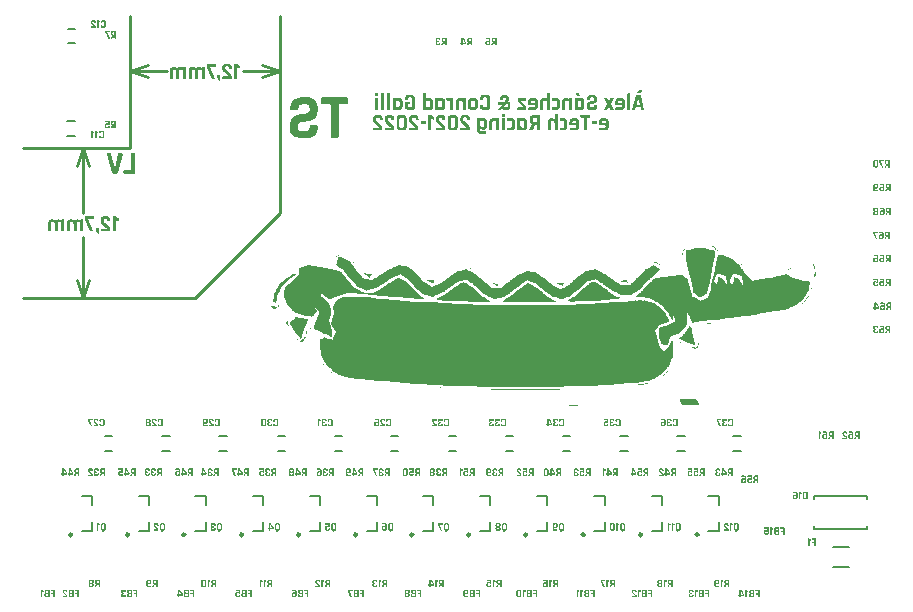
<source format=gbo>
G04*
G04 #@! TF.GenerationSoftware,Altium Limited,Altium Designer,19.1.9 (167)*
G04*
G04 Layer_Color=5220458*
%FSLAX44Y44*%
%MOMM*%
G71*
G01*
G75*
%ADD10C,0.2500*%
%ADD12C,0.2000*%
%ADD13C,0.1500*%
%ADD14C,0.2540*%
%ADD73C,0.0254*%
G36*
X511326Y365884D02*
X511709D01*
Y365502D01*
X512473D01*
Y365119D01*
X512856D01*
Y364737D01*
X513238D01*
Y364354D01*
X513621D01*
Y363972D01*
Y363590D01*
X514003D01*
Y363207D01*
X514386D01*
Y362825D01*
X514768D01*
Y362442D01*
X514386D01*
Y362825D01*
X514003D01*
Y363207D01*
X513238D01*
Y363590D01*
X512856D01*
Y363972D01*
X512473D01*
Y364354D01*
X512091D01*
Y364737D01*
X511709D01*
Y365119D01*
X511326D01*
Y365502D01*
X510561D01*
Y365884D01*
X509797D01*
Y366266D01*
X511326D01*
Y365884D01*
D02*
G37*
G36*
X487235Y364354D02*
Y363972D01*
X486852D01*
Y363590D01*
Y363207D01*
X486470D01*
Y362825D01*
Y362442D01*
X486087D01*
Y362060D01*
X485705D01*
Y361678D01*
Y361295D01*
X485323D01*
Y361678D01*
Y362060D01*
Y362442D01*
Y362825D01*
Y363207D01*
X486087D01*
Y363590D01*
Y363972D01*
X486470D01*
Y364354D01*
X486852D01*
Y364737D01*
X487235D01*
Y364354D01*
D02*
G37*
G36*
X485323Y360913D02*
Y360530D01*
Y360148D01*
Y359766D01*
X484940D01*
Y359383D01*
Y359001D01*
X484558D01*
Y359383D01*
Y359766D01*
Y360148D01*
Y360530D01*
X484940D01*
Y360913D01*
Y361295D01*
X485323D01*
Y360913D01*
D02*
G37*
G36*
X193929Y358236D02*
X193547D01*
Y357854D01*
X192782D01*
Y357471D01*
X192399D01*
Y357089D01*
X191635D01*
Y356706D01*
X191252D01*
Y357089D01*
Y357471D01*
X191635D01*
Y357854D01*
X192017D01*
Y358236D01*
X193164D01*
Y358618D01*
X193929D01*
Y358236D01*
D02*
G37*
G36*
X206166Y352882D02*
X206548D01*
Y352500D01*
X206166D01*
Y352882D01*
X205784D01*
Y353265D01*
X206166D01*
Y352882D01*
D02*
G37*
G36*
X463143Y352500D02*
Y352117D01*
X463908D01*
Y351735D01*
X463143D01*
Y352117D01*
X460466D01*
Y352500D01*
X460849D01*
Y352882D01*
X463143D01*
Y352500D01*
D02*
G37*
G36*
X535036Y350588D02*
X535418D01*
Y350205D01*
X535036D01*
Y350588D01*
X534653D01*
Y350970D01*
X535036D01*
Y350588D01*
D02*
G37*
G36*
X465438Y351353D02*
Y350970D01*
X466202D01*
Y350588D01*
X466585D01*
Y350205D01*
X466967D01*
Y349823D01*
X467732D01*
Y349440D01*
X466967D01*
Y349823D01*
X466585D01*
Y350205D01*
X466202D01*
Y350588D01*
X465438D01*
Y350970D01*
X465055D01*
Y351353D01*
X464290D01*
Y351735D01*
X465438D01*
Y351353D01*
D02*
G37*
G36*
X595073D02*
X596221D01*
Y350970D01*
Y350588D01*
X596603D01*
Y350205D01*
Y349823D01*
Y349440D01*
X596985D01*
Y349058D01*
Y348676D01*
Y348293D01*
Y347911D01*
Y347528D01*
X596603D01*
Y347911D01*
Y348293D01*
X596221D01*
Y348676D01*
X595838D01*
Y349058D01*
Y349440D01*
X595456D01*
Y349823D01*
Y350205D01*
X595073D01*
Y350588D01*
Y350970D01*
X594691D01*
Y351353D01*
Y351735D01*
X595073D01*
Y351353D01*
D02*
G37*
G36*
X305209Y347911D02*
X305592D01*
Y347528D01*
X305209D01*
Y347911D01*
X303680D01*
Y348293D01*
X305209D01*
Y347911D01*
D02*
G37*
G36*
X577483D02*
X576718D01*
Y347528D01*
X575953D01*
Y347146D01*
X575188D01*
Y347528D01*
X575571D01*
Y347911D01*
X575953D01*
Y348293D01*
X577483D01*
Y347911D01*
D02*
G37*
G36*
X575188Y346764D02*
X574806D01*
Y346381D01*
X574041D01*
Y346764D01*
X574423D01*
Y347146D01*
X575188D01*
Y346764D01*
D02*
G37*
G36*
X597750Y344087D02*
Y343704D01*
Y343322D01*
Y342940D01*
Y342557D01*
Y342175D01*
Y341792D01*
Y341410D01*
X597368D01*
Y341028D01*
X596985D01*
Y340645D01*
X596603D01*
Y340263D01*
X595838D01*
Y340645D01*
Y341028D01*
X596221D01*
Y341410D01*
Y341792D01*
X596603D01*
Y342175D01*
Y342557D01*
Y342940D01*
X596985D01*
Y343322D01*
Y343704D01*
X597368D01*
Y344087D01*
Y344469D01*
X597750D01*
Y344087D01*
D02*
G37*
G36*
X216873Y343322D02*
X217256D01*
Y342940D01*
X221080D01*
Y342557D01*
X221845D01*
Y342175D01*
X221462D01*
Y341792D01*
Y341410D01*
X221080D01*
Y341028D01*
X220697D01*
Y340645D01*
Y340263D01*
X220315D01*
Y339880D01*
X219550D01*
Y340263D01*
X218785D01*
Y340645D01*
X218403D01*
Y341028D01*
X218020D01*
Y341410D01*
X217638D01*
Y341792D01*
X216873D01*
Y342175D01*
X216491D01*
Y342557D01*
X216108D01*
Y342940D01*
X215726D01*
Y343322D01*
X215344D01*
Y343704D01*
X216873D01*
Y343322D01*
D02*
G37*
G36*
X437904Y337586D02*
Y337203D01*
X438287D01*
Y336821D01*
Y336439D01*
X438669D01*
Y336056D01*
Y335674D01*
X437522D01*
Y336056D01*
X435610D01*
Y336439D01*
X432933D01*
Y336821D01*
Y337203D01*
X434463D01*
Y337586D01*
X435992D01*
Y337968D01*
X437904D01*
Y337586D01*
D02*
G37*
G36*
X274617Y337203D02*
Y336821D01*
Y336439D01*
Y336056D01*
Y335674D01*
Y335291D01*
Y334909D01*
X273470D01*
Y335291D01*
X272705D01*
Y335674D01*
X271940D01*
Y336056D01*
X270793D01*
Y336439D01*
X270410D01*
Y336821D01*
X269645D01*
Y337203D01*
X268881D01*
Y337586D01*
X274617D01*
Y337203D01*
D02*
G37*
G36*
X384367Y334909D02*
Y334527D01*
X383985D01*
Y334144D01*
Y333762D01*
Y333379D01*
Y332997D01*
X382838D01*
Y333379D01*
X381690D01*
Y333762D01*
X380161D01*
Y334144D01*
X379779D01*
Y334527D01*
X379014D01*
Y334909D01*
X380926D01*
Y335291D01*
X384367D01*
Y334909D01*
D02*
G37*
G36*
X325859Y334527D02*
X328536D01*
Y334144D01*
Y333762D01*
Y333379D01*
Y332997D01*
X327389D01*
Y333379D01*
X326624D01*
Y333762D01*
X325859D01*
Y334144D01*
X325477D01*
Y334527D01*
X324712D01*
Y334909D01*
X325859D01*
Y334527D01*
D02*
G37*
G36*
X594309Y330320D02*
Y329938D01*
X593926D01*
Y330320D01*
Y330703D01*
X594309D01*
Y330320D01*
D02*
G37*
G36*
X593926Y329555D02*
Y329173D01*
Y328791D01*
X593544D01*
Y329173D01*
Y329555D01*
Y329938D01*
X593926D01*
Y329555D01*
D02*
G37*
G36*
X592397Y325731D02*
Y325349D01*
X592014D01*
Y325731D01*
Y326114D01*
X592397D01*
Y325731D01*
D02*
G37*
G36*
X196988Y356706D02*
X197753D01*
Y356324D01*
X198518D01*
Y355941D01*
X198900D01*
Y355559D01*
X199665D01*
Y355177D01*
X200430D01*
Y354794D01*
X201195D01*
Y354412D01*
X201577D01*
Y354029D01*
X202342D01*
Y353647D01*
X203107D01*
Y353265D01*
X203489D01*
Y352882D01*
X203871D01*
Y352500D01*
X204254D01*
Y352117D01*
Y351735D01*
X204636D01*
Y351353D01*
X205019D01*
Y350970D01*
X205401D01*
Y350588D01*
Y350205D01*
X205784D01*
Y349823D01*
X206166D01*
Y349440D01*
X206548D01*
Y349058D01*
X206931D01*
Y348676D01*
Y348293D01*
X207313D01*
Y347911D01*
X207696D01*
Y347528D01*
X208078D01*
Y347146D01*
Y346764D01*
X208460D01*
Y346381D01*
Y345999D01*
X208843D01*
Y345616D01*
X209225D01*
Y345234D01*
X209608D01*
Y344852D01*
X209990D01*
Y344469D01*
X210372D01*
Y344087D01*
X210755D01*
Y343704D01*
Y343322D01*
X211137D01*
Y342940D01*
X211520D01*
Y342557D01*
X211902D01*
Y342175D01*
X212284D01*
Y341792D01*
X212667D01*
Y341410D01*
X213049D01*
Y341028D01*
X213432D01*
Y340645D01*
X213814D01*
Y340263D01*
Y339880D01*
X214196D01*
Y339498D01*
X214579D01*
Y339115D01*
X214961D01*
Y338733D01*
X215344D01*
Y338351D01*
X219550D01*
Y337968D01*
X222609D01*
Y338351D01*
X223757D01*
Y338733D01*
X224139D01*
Y339115D01*
X224521D01*
Y339498D01*
X225286D01*
Y339880D01*
X226051D01*
Y340263D01*
X226434D01*
Y340645D01*
X227198D01*
Y341028D01*
X227581D01*
Y341410D01*
X228346D01*
Y341792D01*
X228728D01*
Y342175D01*
X229875D01*
Y342557D01*
X230257D01*
Y342940D01*
X231022D01*
Y343322D01*
X231405D01*
Y343704D01*
X231787D01*
Y344087D01*
X232552D01*
Y344469D01*
X233317D01*
Y344852D01*
X233699D01*
Y345234D01*
X234464D01*
Y345616D01*
X234846D01*
Y345999D01*
X235611D01*
Y346381D01*
X236376D01*
Y346764D01*
X237141D01*
Y347146D01*
X237906D01*
Y347528D01*
X238671D01*
Y347911D01*
X239435D01*
Y348293D01*
X240200D01*
Y348676D01*
X241347D01*
Y349058D01*
X242112D01*
Y349440D01*
X242877D01*
Y349823D01*
X243642D01*
Y350205D01*
X246701D01*
Y349823D01*
X250525D01*
Y349440D01*
X252055D01*
Y349058D01*
X252437D01*
Y348676D01*
X253202D01*
Y348293D01*
X253967D01*
Y347911D01*
X254349D01*
Y347528D01*
X254732D01*
Y347146D01*
X255114D01*
Y346764D01*
X255879D01*
Y346381D01*
X256261D01*
Y345999D01*
X256644D01*
Y345616D01*
X257026D01*
Y345234D01*
X257408D01*
Y344852D01*
X257791D01*
Y344469D01*
X258556D01*
Y344087D01*
X258938D01*
Y343704D01*
X259320D01*
Y343322D01*
X259703D01*
Y342940D01*
X260085D01*
Y342557D01*
X260468D01*
Y342175D01*
X260850D01*
Y341792D01*
Y341410D01*
X261232D01*
Y341028D01*
X261615D01*
Y340645D01*
X261997D01*
Y340263D01*
X262380D01*
Y339880D01*
X262762D01*
Y339498D01*
X263144D01*
Y339115D01*
X263527D01*
Y338733D01*
Y338351D01*
X263909D01*
Y337968D01*
Y337586D01*
X264674D01*
Y337203D01*
X265056D01*
Y336821D01*
Y336439D01*
X265821D01*
Y336056D01*
X266586D01*
Y335674D01*
X267351D01*
Y335291D01*
X267733D01*
Y334909D01*
X268498D01*
Y334527D01*
X268881D01*
Y334144D01*
X269263D01*
Y333762D01*
X270028D01*
Y333379D01*
X271175D01*
Y332997D01*
Y332615D01*
X271940D01*
Y332232D01*
X273470D01*
Y332615D01*
X274234D01*
Y332997D01*
X275382D01*
Y333379D01*
X276529D01*
Y333762D01*
X278058D01*
Y334144D01*
X278823D01*
Y334527D01*
X279205D01*
Y334909D01*
X279970D01*
Y335291D01*
X281118D01*
Y335674D01*
X281500D01*
Y336056D01*
X281882D01*
Y336439D01*
X282265D01*
Y336821D01*
X283030D01*
Y337203D01*
X283412D01*
Y337586D01*
X283794D01*
Y337968D01*
X284559D01*
Y338351D01*
X284942D01*
Y338733D01*
X285324D01*
Y339115D01*
X285707D01*
Y339498D01*
X286471D01*
Y339880D01*
X286854D01*
Y340263D01*
X287236D01*
Y340645D01*
X288001D01*
Y341028D01*
X288383D01*
Y341410D01*
X289148D01*
Y341792D01*
X289913D01*
Y342175D01*
X290295D01*
Y342557D01*
X291060D01*
Y342940D01*
X291443D01*
Y343322D01*
X291825D01*
Y343704D01*
X292207D01*
Y344087D01*
X292972D01*
Y344469D01*
X293355D01*
Y344852D01*
X294119D01*
Y345234D01*
X295267D01*
Y345616D01*
X297943D01*
Y345999D01*
X298708D01*
Y346381D01*
X300620D01*
Y346764D01*
X302532D01*
Y346381D01*
X302915D01*
Y345999D01*
X303680D01*
Y345616D01*
X304444D01*
Y345234D01*
X305974D01*
Y344852D01*
X306739D01*
Y344469D01*
X307504D01*
Y344087D01*
X307886D01*
Y343704D01*
X308651D01*
Y343322D01*
X309416D01*
Y342940D01*
X309798D01*
Y342557D01*
X310180D01*
Y342175D01*
X310563D01*
Y341792D01*
X311328D01*
Y341410D01*
X311710D01*
Y341028D01*
X312092D01*
Y340645D01*
X312475D01*
Y340263D01*
X312857D01*
Y339880D01*
X313240D01*
Y339498D01*
X313622D01*
Y339115D01*
X314005D01*
Y338733D01*
X314769D01*
Y338351D01*
X315534D01*
Y337968D01*
X315917D01*
Y337586D01*
X316299D01*
Y337203D01*
X316681D01*
Y336821D01*
X317064D01*
Y336439D01*
X317446D01*
Y336056D01*
X317829D01*
Y335674D01*
X318211D01*
Y335291D01*
X318976D01*
Y334909D01*
X319358D01*
Y334527D01*
X319741D01*
Y334144D01*
X320123D01*
Y333762D01*
X320505D01*
Y333379D01*
X320888D01*
Y332997D01*
X321270D01*
Y332615D01*
X321653D01*
Y332232D01*
X322035D01*
Y331850D01*
X322800D01*
Y331467D01*
X323182D01*
Y331085D01*
X323565D01*
Y330703D01*
X331213D01*
Y331085D01*
X331595D01*
Y331467D01*
X332360D01*
Y331850D01*
X332743D01*
Y332232D01*
X333125D01*
Y332615D01*
X333507D01*
Y332997D01*
X333890D01*
Y333379D01*
X334272D01*
Y333762D01*
X335037D01*
Y334144D01*
X335419D01*
Y334527D01*
X335802D01*
Y334909D01*
X336184D01*
Y335291D01*
X336567D01*
Y335674D01*
X337331D01*
Y336056D01*
X338096D01*
Y336439D01*
X338479D01*
Y336821D01*
X338861D01*
Y337203D01*
X339243D01*
Y337586D01*
X340008D01*
Y337968D01*
X340391D01*
Y338351D01*
X340773D01*
Y338733D01*
X341538D01*
Y339115D01*
X341920D01*
Y339498D01*
X342303D01*
Y339880D01*
X342685D01*
Y340263D01*
X343450D01*
Y340645D01*
X343832D01*
Y341028D01*
X344597D01*
Y341410D01*
X344980D01*
Y341792D01*
X345362D01*
Y342175D01*
X346127D01*
Y342557D01*
X347274D01*
Y342940D01*
X348039D01*
Y343322D01*
X348803D01*
Y343704D01*
X349186D01*
Y344087D01*
X350716D01*
Y344469D01*
X351480D01*
Y344852D01*
X352245D01*
Y345234D01*
X355687D01*
Y344852D01*
X358746D01*
Y344469D01*
X360658D01*
Y344087D01*
X361041D01*
Y343704D01*
X361805D01*
Y343322D01*
X362188D01*
Y342940D01*
X362953D01*
Y342557D01*
X363335D01*
Y342175D01*
X364100D01*
Y341792D01*
X364482D01*
Y341410D01*
X364865D01*
Y341028D01*
X365247D01*
Y340645D01*
X366012D01*
Y340263D01*
X366394D01*
Y339880D01*
X367542D01*
Y339498D01*
Y339115D01*
X368306D01*
Y338733D01*
Y338351D01*
X369071D01*
Y337968D01*
X369836D01*
Y337586D01*
X370218D01*
Y337203D01*
X370601D01*
Y336821D01*
X370983D01*
Y336439D01*
X371366D01*
Y336056D01*
X371748D01*
Y335674D01*
X372130D01*
Y335291D01*
X372513D01*
Y334909D01*
X373278D01*
Y334527D01*
X373660D01*
Y334144D01*
X374042D01*
Y333762D01*
X374425D01*
Y333379D01*
X375190D01*
Y332997D01*
X375954D01*
Y332615D01*
X376719D01*
Y332232D01*
X377484D01*
Y331850D01*
X378249D01*
Y331467D01*
X379014D01*
Y331085D01*
X379779D01*
Y330703D01*
X380543D01*
Y330320D01*
X382838D01*
Y330703D01*
X383985D01*
Y331085D01*
X384750D01*
Y331467D01*
X385132D01*
Y331850D01*
X385515D01*
Y332232D01*
X386279D01*
Y332615D01*
X387044D01*
Y332997D01*
X387809D01*
Y333379D01*
X388574D01*
Y333762D01*
X389339D01*
Y334144D01*
Y334527D01*
X389721D01*
Y334909D01*
X390103D01*
Y335291D01*
X390868D01*
Y335674D01*
X391251D01*
Y336056D01*
X391633D01*
Y336439D01*
X392015D01*
Y336821D01*
Y337203D01*
X392398D01*
Y337586D01*
X393545D01*
Y337968D01*
X393927D01*
Y338351D01*
X394310D01*
Y338733D01*
X394692D01*
Y339115D01*
X395075D01*
Y339498D01*
X395457D01*
Y339880D01*
X395840D01*
Y340263D01*
X396222D01*
Y340645D01*
X396604D01*
Y341028D01*
X397369D01*
Y341410D01*
X397752D01*
Y341792D01*
X398134D01*
Y342175D01*
X398899D01*
Y342557D01*
X399281D01*
Y342940D01*
X399664D01*
Y343322D01*
X400428D01*
Y343704D01*
X400811D01*
Y344087D01*
X401193D01*
Y344469D01*
X401958D01*
Y344852D01*
X402340D01*
Y345234D01*
X403488D01*
Y345616D01*
X405400D01*
Y345999D01*
X406165D01*
Y346381D01*
X409606D01*
Y346764D01*
X411518D01*
Y346381D01*
X412283D01*
Y345999D01*
X413048D01*
Y345616D01*
X413813D01*
Y345234D01*
X414960D01*
Y344852D01*
X415725D01*
Y344469D01*
X416872D01*
Y344087D01*
X417254D01*
Y343704D01*
X418019D01*
Y343322D01*
X418784D01*
Y342940D01*
X419549D01*
Y342557D01*
X419931D01*
Y342175D01*
X420314D01*
Y341792D01*
X421078D01*
Y341410D01*
X421461D01*
Y341028D01*
X421843D01*
Y340645D01*
X422226D01*
Y340263D01*
X423373D01*
Y339880D01*
X423755D01*
Y339498D01*
X424138D01*
Y339115D01*
X424520D01*
Y338733D01*
X425285D01*
Y338351D01*
X425667D01*
Y337968D01*
X426050D01*
Y337586D01*
X426814D01*
Y337203D01*
X427579D01*
Y336821D01*
X427962D01*
Y336439D01*
X428344D01*
Y336056D01*
X429109D01*
Y335674D01*
X429491D01*
Y335291D01*
X430639D01*
Y334909D01*
X431403D01*
Y334527D01*
X431786D01*
Y334144D01*
X432168D01*
Y333762D01*
X432933D01*
Y333379D01*
X440581D01*
Y333762D01*
X440964D01*
Y334144D01*
X441346D01*
Y334527D01*
X441728D01*
Y334909D01*
X442111D01*
Y335291D01*
X442493D01*
Y335674D01*
X442876D01*
Y336056D01*
X443258D01*
Y336439D01*
X443640D01*
Y336821D01*
X444023D01*
Y337203D01*
X444405D01*
Y337586D01*
X444788D01*
Y337968D01*
X445170D01*
Y338351D01*
X445552D01*
Y338733D01*
X445935D01*
Y339115D01*
X446317D01*
Y339498D01*
X446700D01*
Y339880D01*
X447082D01*
Y340263D01*
X447464D01*
Y340645D01*
X447847D01*
Y341028D01*
X448229D01*
Y341410D01*
X448612D01*
Y341792D01*
X448994D01*
Y342175D01*
X449376D01*
Y342557D01*
X449759D01*
Y342940D01*
X450141D01*
Y343322D01*
X450524D01*
Y343704D01*
X450906D01*
Y344087D01*
X451288D01*
Y344469D01*
X451671D01*
Y344852D01*
X452053D01*
Y345234D01*
X452436D01*
Y345616D01*
X452818D01*
Y345999D01*
X453200D01*
Y346381D01*
X453583D01*
Y346764D01*
X453965D01*
Y347146D01*
X454730D01*
Y347528D01*
X455495D01*
Y347911D01*
X456260D01*
Y348293D01*
X457025D01*
Y348676D01*
X457407D01*
Y349058D01*
X458554D01*
Y349440D01*
X459319D01*
Y349823D01*
X460084D01*
Y350205D01*
X460849D01*
Y349823D01*
X461614D01*
Y349440D01*
X462378D01*
Y349058D01*
X462761D01*
Y348676D01*
X463526D01*
Y348293D01*
X463908D01*
Y347911D01*
X464673D01*
Y347528D01*
X465438D01*
Y347146D01*
X466202D01*
Y346764D01*
X465820D01*
Y346381D01*
X465438D01*
Y345999D01*
X465055D01*
Y345616D01*
X464673D01*
Y345234D01*
X464290D01*
Y344852D01*
X463908D01*
Y344469D01*
X463526D01*
Y344087D01*
X463143D01*
Y343704D01*
X462761D01*
Y343322D01*
X462378D01*
Y342940D01*
X461996D01*
Y342557D01*
X461614D01*
Y342175D01*
X461231D01*
Y341792D01*
X460849D01*
Y341410D01*
X460466D01*
Y341028D01*
X459701D01*
Y340645D01*
X459319D01*
Y340263D01*
X458937D01*
Y339880D01*
X458554D01*
Y339498D01*
X458172D01*
Y339115D01*
X457789D01*
Y338733D01*
X457407D01*
Y338351D01*
X457025D01*
Y337968D01*
X456642D01*
Y337586D01*
X455877D01*
Y337203D01*
X455113D01*
Y336821D01*
X454730D01*
Y336439D01*
X454348D01*
Y336056D01*
Y335674D01*
X453965D01*
Y335291D01*
X453583D01*
Y334909D01*
X453200D01*
Y334527D01*
X452436D01*
Y334144D01*
X452053D01*
Y333762D01*
X451671D01*
Y333379D01*
Y332997D01*
X451288D01*
Y332615D01*
Y332232D01*
X450906D01*
Y331850D01*
X450524D01*
Y331467D01*
X450141D01*
Y331085D01*
X449759D01*
Y330703D01*
X449376D01*
Y330320D01*
X448994D01*
Y329938D01*
X448612D01*
Y329555D01*
X448229D01*
Y329173D01*
X447464D01*
Y328791D01*
X447082D01*
Y328408D01*
X446700D01*
Y328026D01*
X445552D01*
Y327643D01*
X444788D01*
Y327261D01*
X444405D01*
Y326879D01*
X444023D01*
Y326496D01*
X443258D01*
Y326114D01*
X442493D01*
Y325731D01*
X442111D01*
Y325349D01*
X441346D01*
Y324967D01*
X432933D01*
Y325349D01*
X432168D01*
Y325731D01*
X431403D01*
Y326114D01*
X430639D01*
Y326496D01*
X429874D01*
Y326879D01*
X429109D01*
Y327261D01*
X428344D01*
Y327643D01*
X427579D01*
Y328026D01*
X426814D01*
Y328408D01*
X426050D01*
Y328791D01*
X425285D01*
Y329173D01*
X424902D01*
Y329555D01*
X424138D01*
Y329938D01*
X423373D01*
Y330320D01*
X422990D01*
Y330703D01*
X422608D01*
Y331085D01*
X421843D01*
Y331467D01*
X421461D01*
Y331850D01*
X421078D01*
Y332232D01*
X420314D01*
Y332615D01*
X419931D01*
Y332997D01*
X419166D01*
Y333379D01*
X418784D01*
Y333762D01*
X418019D01*
Y334144D01*
X417637D01*
Y334527D01*
X417254D01*
Y334909D01*
X416107D01*
Y335291D01*
X415725D01*
Y335674D01*
X415342D01*
Y336056D01*
X414960D01*
Y336439D01*
X414195D01*
Y336821D01*
X413813D01*
Y337203D01*
X413048D01*
Y337586D01*
X412665D01*
Y337968D01*
X411901D01*
Y338351D01*
X411518D01*
Y338733D01*
X411136D01*
Y338351D01*
X410753D01*
Y337968D01*
X408841D01*
Y337586D01*
X407312D01*
Y337203D01*
X405400D01*
Y336821D01*
X404253D01*
Y336439D01*
X403870D01*
Y336056D01*
X403488D01*
Y335674D01*
X403105D01*
Y335291D01*
X402723D01*
Y334909D01*
X402340D01*
Y334527D01*
X401958D01*
Y334144D01*
X401576D01*
Y333762D01*
X401193D01*
Y333379D01*
X400428D01*
Y332997D01*
X400046D01*
Y332615D01*
X399664D01*
Y332232D01*
X399281D01*
Y331850D01*
X398899D01*
Y331467D01*
X398516D01*
Y331085D01*
X398134D01*
Y330703D01*
X397752D01*
Y330320D01*
X397369D01*
Y329938D01*
X396987D01*
Y329555D01*
X396222D01*
Y329173D01*
X395457D01*
Y328791D01*
X395075D01*
Y328408D01*
X394692D01*
Y328026D01*
X394310D01*
Y327643D01*
X393545D01*
Y327261D01*
X393163D01*
Y326879D01*
X392780D01*
Y326496D01*
X392398D01*
Y326114D01*
X392015D01*
Y325731D01*
X391633D01*
Y325349D01*
X390868D01*
Y324967D01*
X390486D01*
Y324584D01*
X389721D01*
Y324202D01*
X389339D01*
Y323819D01*
X388574D01*
Y323437D01*
X387044D01*
Y323055D01*
X385897D01*
Y322672D01*
X385132D01*
Y322290D01*
X384367D01*
Y321907D01*
X383220D01*
Y321525D01*
X382073D01*
Y321907D01*
X380543D01*
Y322290D01*
X379779D01*
Y322672D01*
X378249D01*
Y323055D01*
X376337D01*
Y323437D01*
X375190D01*
Y323819D01*
X374425D01*
Y324202D01*
X374042D01*
Y324584D01*
X373278D01*
Y324967D01*
X372895D01*
Y325349D01*
X372513D01*
Y325731D01*
X372130D01*
Y326114D01*
X370983D01*
Y326496D01*
X370601D01*
Y326879D01*
X370218D01*
Y327261D01*
X369454D01*
Y327643D01*
X369071D01*
Y328026D01*
X368306D01*
Y328408D01*
X367924D01*
Y328791D01*
X367542D01*
Y329173D01*
X367159D01*
Y329555D01*
X366777D01*
Y329938D01*
X366012D01*
Y330320D01*
X365629D01*
Y330703D01*
X365247D01*
Y331085D01*
X364865D01*
Y331467D01*
X364482D01*
Y331850D01*
X364100D01*
Y332232D01*
X363717D01*
Y332615D01*
X363335D01*
Y332997D01*
X362570D01*
Y333379D01*
X362188D01*
Y333762D01*
X361805D01*
Y334144D01*
X361423D01*
Y334527D01*
X360658D01*
Y334909D01*
X359893D01*
Y335291D01*
X358746D01*
Y335674D01*
X357981D01*
Y336056D01*
X356834D01*
Y336439D01*
X356069D01*
Y336821D01*
X355304D01*
Y337203D01*
X354157D01*
Y337586D01*
X353392D01*
Y337203D01*
X352628D01*
Y336821D01*
X351863D01*
Y336439D01*
X351480D01*
Y336056D01*
X350716D01*
Y335674D01*
X350333D01*
Y335291D01*
X349568D01*
Y334909D01*
X349186D01*
Y334527D01*
X348803D01*
Y334144D01*
X348039D01*
Y333762D01*
X347656D01*
Y333379D01*
X347274D01*
Y332997D01*
X346509D01*
Y332615D01*
X346127D01*
Y332232D01*
X345744D01*
Y331850D01*
X344980D01*
Y331467D01*
X344215D01*
Y331085D01*
Y330703D01*
X343832D01*
Y330320D01*
X343450D01*
Y329938D01*
X342303D01*
Y329555D01*
X341920D01*
Y329173D01*
X341538D01*
Y328791D01*
X341155D01*
Y328408D01*
X340773D01*
Y328026D01*
X340391D01*
Y327643D01*
X339626D01*
Y327261D01*
X339243D01*
Y326879D01*
X338861D01*
Y326496D01*
X338479D01*
Y326114D01*
X337714D01*
Y325731D01*
X336949D01*
Y325349D01*
X336184D01*
Y324967D01*
X335419D01*
Y324584D01*
X334655D01*
Y324202D01*
X334272D01*
Y323819D01*
X333507D01*
Y323437D01*
X332743D01*
Y323055D01*
X331978D01*
Y322672D01*
X328536D01*
Y322290D01*
X327771D01*
Y321907D01*
X324329D01*
Y322290D01*
X323565D01*
Y322672D01*
X322800D01*
Y323055D01*
X322035D01*
Y323437D01*
X321270D01*
Y323819D01*
X320505D01*
Y324202D01*
X319741D01*
Y324584D01*
X318976D01*
Y324967D01*
X318211D01*
Y325349D01*
X317446D01*
Y325731D01*
X316681D01*
Y326114D01*
X316299D01*
Y326496D01*
X315917D01*
Y326879D01*
X315534D01*
Y327261D01*
X315152D01*
Y327643D01*
X314769D01*
Y328026D01*
X314387D01*
Y328408D01*
X314005D01*
Y328791D01*
X313240D01*
Y329173D01*
X312857D01*
Y329555D01*
X312475D01*
Y329938D01*
X312092D01*
Y330320D01*
X311710D01*
Y330703D01*
X311328D01*
Y331085D01*
X310945D01*
Y331467D01*
X310563D01*
Y331850D01*
X310180D01*
Y332232D01*
X309798D01*
Y332615D01*
X309416D01*
Y332997D01*
X308269D01*
Y333379D01*
X307886D01*
Y333762D01*
Y334144D01*
X307504D01*
Y334527D01*
X307121D01*
Y334909D01*
X306739D01*
Y335291D01*
X305592D01*
Y335674D01*
X305209D01*
Y336056D01*
X304827D01*
Y336439D01*
X304444D01*
Y336821D01*
X304062D01*
Y337203D01*
X303297D01*
Y337586D01*
X302915D01*
Y337968D01*
X301385D01*
Y337586D01*
X299473D01*
Y337203D01*
X296796D01*
Y336821D01*
X295267D01*
Y336439D01*
X294502D01*
Y336056D01*
X294119D01*
Y335674D01*
X293737D01*
Y335291D01*
X292972D01*
Y334909D01*
X292590D01*
Y334527D01*
X292207D01*
Y334144D01*
X291443D01*
Y333762D01*
X291060D01*
Y333379D01*
X290678D01*
Y332997D01*
X289531D01*
Y332615D01*
X289148D01*
Y332232D01*
X288383D01*
Y331850D01*
X288001D01*
Y331467D01*
X287619D01*
Y331085D01*
X286854D01*
Y330703D01*
X286471D01*
Y330320D01*
X285707D01*
Y329938D01*
X285324D01*
Y329555D01*
X284942D01*
Y329173D01*
X284177D01*
Y328791D01*
X283794D01*
Y328408D01*
X283412D01*
Y328026D01*
X282265D01*
Y327643D01*
X281882D01*
Y327261D01*
X281500D01*
Y326879D01*
X280735D01*
Y326496D01*
X279970D01*
Y326114D01*
X279205D01*
Y325731D01*
X278058D01*
Y325349D01*
X276529D01*
Y324967D01*
X275382D01*
Y324584D01*
X274617D01*
Y324202D01*
X274234D01*
Y323819D01*
X272322D01*
Y324202D01*
X270410D01*
Y324584D01*
X269645D01*
Y324967D01*
X266969D01*
Y325349D01*
X265821D01*
Y325731D01*
X265439D01*
Y326114D01*
X264674D01*
Y326496D01*
X264292D01*
Y326879D01*
X263909D01*
Y327261D01*
X263527D01*
Y327643D01*
X263144D01*
Y328026D01*
X262380D01*
Y328408D01*
X261997D01*
Y328791D01*
X261615D01*
Y329173D01*
X261232D01*
Y329555D01*
X260468D01*
Y329938D01*
X259703D01*
Y330320D01*
X259320D01*
Y330703D01*
X258938D01*
Y331085D01*
X258556D01*
Y331467D01*
X258173D01*
Y331850D01*
X257791D01*
Y332232D01*
Y332615D01*
X257408D01*
Y332997D01*
Y333379D01*
X257026D01*
Y333762D01*
X256644D01*
Y334144D01*
X256261D01*
Y334527D01*
X255879D01*
Y334909D01*
X255496D01*
Y335291D01*
X255114D01*
Y335674D01*
X254732D01*
Y336056D01*
Y336439D01*
X254349D01*
Y336821D01*
X253967D01*
Y337203D01*
X253584D01*
Y337586D01*
X253202D01*
Y337968D01*
X252437D01*
Y338351D01*
X252055D01*
Y338733D01*
X251672D01*
Y339115D01*
X250907D01*
Y339498D01*
X250143D01*
Y339880D01*
X249760D01*
Y340263D01*
X249378D01*
Y340645D01*
X248995D01*
Y341028D01*
X248231D01*
Y341410D01*
X247848D01*
Y341792D01*
X247466D01*
Y342175D01*
X246701D01*
Y342557D01*
X245936D01*
Y342175D01*
X244789D01*
Y341792D01*
X243642D01*
Y341410D01*
X242495D01*
Y341028D01*
X241730D01*
Y340645D01*
X240583D01*
Y340263D01*
X239818D01*
Y339880D01*
X239053D01*
Y339498D01*
X238288D01*
Y339115D01*
X237906D01*
Y338733D01*
X237141D01*
Y338351D01*
X236376D01*
Y337968D01*
X235994D01*
Y337586D01*
X235611D01*
Y337203D01*
X234846D01*
Y336821D01*
X234464D01*
Y336439D01*
X233699D01*
Y336056D01*
X233317D01*
Y335674D01*
X232934D01*
Y335291D01*
X232170D01*
Y334909D01*
X231787D01*
Y334527D01*
X231022D01*
Y334144D01*
X230257D01*
Y333762D01*
X229493D01*
Y333379D01*
X228728D01*
Y332997D01*
X228346D01*
Y332615D01*
X227581D01*
Y332232D01*
X226816D01*
Y331850D01*
X226051D01*
Y331467D01*
X225286D01*
Y331085D01*
X224521D01*
Y330703D01*
X223757D01*
Y330320D01*
X222227D01*
Y329938D01*
X220315D01*
Y329555D01*
X218785D01*
Y329173D01*
X218020D01*
Y328791D01*
X216873D01*
Y329173D01*
X216108D01*
Y329555D01*
X215344D01*
Y329938D01*
X214579D01*
Y330320D01*
X213814D01*
Y330703D01*
X212284D01*
Y331085D01*
X211520D01*
Y331467D01*
X211137D01*
Y331850D01*
X210372D01*
Y332232D01*
X209608D01*
Y332615D01*
X209225D01*
Y332997D01*
X208843D01*
Y333379D01*
X208460D01*
Y333762D01*
X208078D01*
Y334144D01*
X207696D01*
Y334527D01*
X207313D01*
Y334909D01*
X206931D01*
Y335291D01*
Y335674D01*
X206548D01*
Y336056D01*
X206166D01*
Y336439D01*
X205784D01*
Y336821D01*
X205401D01*
Y337203D01*
X205019D01*
Y337586D01*
X204636D01*
Y337968D01*
X204254D01*
Y338351D01*
X203871D01*
Y338733D01*
X203489D01*
Y339115D01*
X203107D01*
Y339498D01*
X202724D01*
Y339880D01*
X202342D01*
Y340263D01*
Y340645D01*
X201959D01*
Y341028D01*
X201577D01*
Y341410D01*
X201195D01*
Y341792D01*
X200812D01*
Y342175D01*
Y342557D01*
X200430D01*
Y342940D01*
X200047D01*
Y343322D01*
X199665D01*
Y343704D01*
Y344087D01*
X198900D01*
Y344469D01*
Y344852D01*
X198518D01*
Y345234D01*
Y345616D01*
X198135D01*
Y345999D01*
X197753D01*
Y346381D01*
X197370D01*
Y346764D01*
X196223D01*
Y347146D01*
X195841D01*
Y347528D01*
X195459D01*
Y347911D01*
X195076D01*
Y348293D01*
X194311D01*
Y348676D01*
X193929D01*
Y349058D01*
X193164D01*
Y349440D01*
X192782D01*
Y349823D01*
X192399D01*
Y350205D01*
X192017D01*
Y350588D01*
X191252D01*
Y350970D01*
X191635D01*
Y351353D01*
Y351735D01*
X192017D01*
Y352117D01*
Y352500D01*
Y352882D01*
X192399D01*
Y353265D01*
Y353647D01*
X192782D01*
Y354029D01*
Y354412D01*
Y354794D01*
X193164D01*
Y355177D01*
Y355559D01*
Y355941D01*
X193547D01*
Y356324D01*
Y356706D01*
Y357089D01*
X196988D01*
Y356706D01*
D02*
G37*
G36*
X591632Y324202D02*
Y323819D01*
X591249D01*
Y323437D01*
X590867D01*
Y323819D01*
Y324202D01*
X591249D01*
Y324584D01*
X591632D01*
Y324202D01*
D02*
G37*
G36*
X505208Y364354D02*
X505973D01*
Y363972D01*
X507502D01*
Y363590D01*
X509414D01*
Y363207D01*
X510944D01*
Y362825D01*
X511709D01*
Y362442D01*
X512091D01*
Y362060D01*
Y361678D01*
Y361295D01*
Y360913D01*
Y360530D01*
Y360148D01*
Y359766D01*
Y359383D01*
Y359001D01*
Y358618D01*
Y358236D01*
Y357854D01*
Y357471D01*
Y357089D01*
Y356706D01*
Y356324D01*
X511709D01*
Y355941D01*
Y355559D01*
X511326D01*
Y355177D01*
Y354794D01*
Y354412D01*
Y354029D01*
Y353647D01*
Y353265D01*
X510944D01*
Y352882D01*
Y352500D01*
Y352117D01*
Y351735D01*
Y351353D01*
Y350970D01*
Y350588D01*
X510561D01*
Y350205D01*
Y349823D01*
Y349440D01*
Y349058D01*
Y348676D01*
X510179D01*
Y348293D01*
Y347911D01*
Y347528D01*
Y347146D01*
Y346764D01*
Y346381D01*
X509797D01*
Y345999D01*
Y345616D01*
Y345234D01*
Y344852D01*
Y344469D01*
Y344087D01*
Y343704D01*
X509414D01*
Y343322D01*
X509032D01*
Y342940D01*
Y342557D01*
Y342175D01*
Y341792D01*
Y341410D01*
Y341028D01*
X508649D01*
Y340645D01*
Y340263D01*
Y339880D01*
Y339498D01*
Y339115D01*
Y338733D01*
X508267D01*
Y338351D01*
Y337968D01*
Y337586D01*
Y337203D01*
Y336821D01*
Y336439D01*
Y336056D01*
X507885D01*
Y335674D01*
Y335291D01*
Y334909D01*
Y334527D01*
Y334144D01*
X507502D01*
Y333762D01*
Y333379D01*
Y332997D01*
Y332615D01*
Y332232D01*
X507120D01*
Y331850D01*
X506737D01*
Y331467D01*
Y331085D01*
Y330703D01*
Y330320D01*
Y329938D01*
X506355D01*
Y329555D01*
Y329173D01*
Y328791D01*
Y328408D01*
X505973D01*
Y328026D01*
Y327643D01*
Y327261D01*
Y326879D01*
Y326496D01*
X505590D01*
Y326114D01*
X504825D01*
Y325731D01*
X504061D01*
Y325349D01*
X503296D01*
Y324967D01*
X502913D01*
Y324584D01*
X502149D01*
Y324202D01*
X501766D01*
Y323819D01*
X501001D01*
Y323437D01*
X500237D01*
Y323055D01*
X499472D01*
Y323437D01*
X499089D01*
Y323819D01*
X498325D01*
Y324202D01*
X497942D01*
Y324584D01*
X497560D01*
Y324967D01*
X496795D01*
Y325349D01*
X496030D01*
Y325731D01*
X495648D01*
Y326114D01*
X495265D01*
Y326496D01*
X494500D01*
Y326879D01*
X494118D01*
Y327261D01*
Y327643D01*
Y328026D01*
Y328408D01*
Y328791D01*
Y329173D01*
X493736D01*
Y329555D01*
Y329938D01*
Y330320D01*
Y330703D01*
Y331085D01*
Y331467D01*
Y331850D01*
X493353D01*
Y332232D01*
X492971D01*
Y332615D01*
Y332997D01*
Y333379D01*
Y333762D01*
Y334144D01*
Y334527D01*
X492588D01*
Y334909D01*
Y335291D01*
Y335674D01*
Y336056D01*
X492206D01*
Y336439D01*
Y336821D01*
Y337203D01*
Y337586D01*
Y337968D01*
X491824D01*
Y338351D01*
Y338733D01*
Y339115D01*
Y339498D01*
X491441D01*
Y339880D01*
Y340263D01*
Y340645D01*
Y341028D01*
Y341410D01*
X491059D01*
Y341792D01*
X490676D01*
Y342175D01*
Y342557D01*
Y342940D01*
Y343322D01*
Y343704D01*
X490294D01*
Y344087D01*
Y344469D01*
Y344852D01*
Y345234D01*
X489912D01*
Y345616D01*
Y345999D01*
Y346381D01*
Y346764D01*
Y347146D01*
X489529D01*
Y347528D01*
Y347911D01*
Y348293D01*
Y348676D01*
X489147D01*
Y349058D01*
Y349440D01*
Y349823D01*
Y350205D01*
Y350588D01*
X488764D01*
Y350970D01*
X488382D01*
Y351353D01*
Y351735D01*
Y352117D01*
Y352500D01*
Y352882D01*
X487999D01*
Y353265D01*
Y353647D01*
Y354029D01*
Y354412D01*
X487617D01*
Y354794D01*
Y355177D01*
Y355559D01*
Y355941D01*
Y356324D01*
Y356706D01*
Y357089D01*
Y357471D01*
Y357854D01*
Y358236D01*
Y358618D01*
Y359001D01*
Y359383D01*
Y359766D01*
Y360148D01*
Y360530D01*
Y360913D01*
Y361295D01*
Y361678D01*
Y362060D01*
Y362442D01*
Y362825D01*
X488382D01*
Y363207D01*
X490294D01*
Y363590D01*
X491824D01*
Y363972D01*
X493736D01*
Y364354D01*
X494500D01*
Y364737D01*
X505208D01*
Y364354D01*
D02*
G37*
G36*
X590867Y323055D02*
Y322672D01*
X590485D01*
Y323055D01*
Y323437D01*
X590867D01*
Y323055D01*
D02*
G37*
G36*
X170602Y349823D02*
X171367D01*
Y349440D01*
X175191D01*
Y349058D01*
X177868D01*
Y348676D01*
X180162D01*
Y348293D01*
X182457D01*
Y347911D01*
X184751D01*
Y347528D01*
X185516D01*
Y347146D01*
X187810D01*
Y346764D01*
X189340D01*
Y346381D01*
X190487D01*
Y345999D01*
X192399D01*
Y345616D01*
X193547D01*
Y345234D01*
X194694D01*
Y344852D01*
X195459D01*
Y344469D01*
X196223D01*
Y344087D01*
X196606D01*
Y343704D01*
X196988D01*
Y343322D01*
Y342940D01*
X197370D01*
Y342557D01*
X197753D01*
Y342175D01*
X198135D01*
Y341792D01*
X198518D01*
Y341410D01*
X198900D01*
Y341028D01*
Y340645D01*
Y340263D01*
X199665D01*
Y339880D01*
X200047D01*
Y339498D01*
X200430D01*
Y339115D01*
Y338733D01*
X200812D01*
Y338351D01*
Y337968D01*
X201195D01*
Y337586D01*
X201577D01*
Y337203D01*
X201959D01*
Y336821D01*
X202342D01*
Y336439D01*
X202724D01*
Y336056D01*
X203107D01*
Y335674D01*
X203489D01*
Y335291D01*
X203871D01*
Y334909D01*
X204254D01*
Y334527D01*
X204636D01*
Y334144D01*
Y333762D01*
X205019D01*
Y333379D01*
X205401D01*
Y332997D01*
X205784D01*
Y332615D01*
X206166D01*
Y332232D01*
X206548D01*
Y331850D01*
X206931D01*
Y331467D01*
X207313D01*
Y331085D01*
X207696D01*
Y330703D01*
X208078D01*
Y330320D01*
X209225D01*
Y329938D01*
X209990D01*
Y329555D01*
X210755D01*
Y329173D01*
X211520D01*
Y328791D01*
X211902D01*
Y328408D01*
X212667D01*
Y328026D01*
X213432D01*
Y327643D01*
X214579D01*
Y327261D01*
X215344D01*
Y326879D01*
X223374D01*
Y327261D01*
X224139D01*
Y327643D01*
X224904D01*
Y328026D01*
X225669D01*
Y328408D01*
X226434D01*
Y328791D01*
X227198D01*
Y329173D01*
X227963D01*
Y329555D01*
X228728D01*
Y329938D01*
X229493D01*
Y330320D01*
X229875D01*
Y330703D01*
X230640D01*
Y331085D01*
X231022D01*
Y331467D01*
X231405D01*
Y331850D01*
X232552D01*
Y332232D01*
Y332615D01*
X233317D01*
Y332997D01*
X234082D01*
Y333379D01*
X234464D01*
Y333762D01*
X234846D01*
Y334144D01*
X235611D01*
Y334527D01*
X235994D01*
Y334909D01*
X236758D01*
Y335291D01*
X237141D01*
Y335674D01*
X237906D01*
Y336056D01*
X238288D01*
Y336439D01*
X239053D01*
Y336821D01*
X240200D01*
Y337203D01*
X240965D01*
Y337586D01*
X241347D01*
Y337968D01*
X241730D01*
Y338351D01*
X242495D01*
Y338733D01*
X243259D01*
Y339115D01*
X244024D01*
Y339498D01*
X245171D01*
Y339115D01*
X245936D01*
Y338733D01*
X246701D01*
Y338351D01*
X247466D01*
Y337968D01*
X248231D01*
Y337586D01*
X248995D01*
Y337203D01*
X249760D01*
Y336821D01*
X250525D01*
Y336439D01*
X251290D01*
Y336056D01*
X251672D01*
Y335674D01*
X252055D01*
Y335291D01*
X252437D01*
Y334909D01*
X252819D01*
Y334527D01*
X253202D01*
Y334144D01*
X253584D01*
Y333762D01*
X253967D01*
Y333379D01*
X254349D01*
Y332997D01*
X254732D01*
Y332615D01*
Y332232D01*
X255114D01*
Y331850D01*
X255496D01*
Y331467D01*
X255879D01*
Y331085D01*
X256261D01*
Y330703D01*
X256644D01*
Y330320D01*
X257026D01*
Y329938D01*
X257408D01*
Y329555D01*
X257791D01*
Y329173D01*
X258173D01*
Y328791D01*
X258556D01*
Y328408D01*
X258938D01*
Y328026D01*
X259320D01*
Y327643D01*
X259703D01*
Y327261D01*
X260085D01*
Y326879D01*
X260850D01*
Y326496D01*
X261232D01*
Y326114D01*
X261615D01*
Y325731D01*
X261997D01*
Y325349D01*
X262380D01*
Y324967D01*
X262762D01*
Y324584D01*
X263144D01*
Y324202D01*
X263527D01*
Y323819D01*
X263909D01*
Y323437D01*
X264292D01*
Y323055D01*
X265056D01*
Y322672D01*
X265439D01*
Y322290D01*
X266204D01*
Y321907D01*
X257408D01*
Y322290D01*
X253967D01*
Y322672D01*
X248613D01*
Y323055D01*
X247848D01*
Y323437D01*
X240965D01*
Y323819D01*
X235229D01*
Y324202D01*
X231787D01*
Y324584D01*
X226434D01*
Y324967D01*
X219168D01*
Y325349D01*
X218403D01*
Y325731D01*
X214579D01*
Y325349D01*
X214196D01*
Y325731D01*
X213432D01*
Y326114D01*
X209608D01*
Y326496D01*
X200430D01*
Y326114D01*
X198518D01*
Y325731D01*
X197753D01*
Y325349D01*
X196223D01*
Y324967D01*
X194694D01*
Y324584D01*
X192782D01*
Y324202D01*
X192017D01*
Y323819D01*
X191252D01*
Y323437D01*
X190487D01*
Y323055D01*
X189722D01*
Y322672D01*
X188575D01*
Y322290D01*
X187810D01*
Y321907D01*
X187046D01*
Y321525D01*
X185516D01*
Y321907D01*
X184751D01*
Y322290D01*
X184369D01*
Y322672D01*
X183604D01*
Y323055D01*
X183221D01*
Y323437D01*
X182839D01*
Y323819D01*
X182457D01*
Y324202D01*
X181692D01*
Y324584D01*
X181310D01*
Y324967D01*
X180545D01*
Y325349D01*
X180162D01*
Y325731D01*
X179015D01*
Y325349D01*
Y324967D01*
Y324584D01*
Y324202D01*
Y323819D01*
X179398D01*
Y323437D01*
X179780D01*
Y323055D01*
X180162D01*
Y322672D01*
X180545D01*
Y322290D01*
X181310D01*
Y321907D01*
X181692D01*
Y321525D01*
X182074D01*
Y321142D01*
X182457D01*
Y320760D01*
X182839D01*
Y320378D01*
X183221D01*
Y319995D01*
X183604D01*
Y319613D01*
X184369D01*
Y319230D01*
X184751D01*
Y318848D01*
X185134D01*
Y318466D01*
X185516D01*
Y318083D01*
X185898D01*
Y317701D01*
Y317318D01*
Y316936D01*
Y316553D01*
X186281D01*
Y316171D01*
Y315789D01*
X186663D01*
Y315406D01*
Y315024D01*
Y314641D01*
Y314259D01*
X187046D01*
Y313877D01*
Y313494D01*
Y313112D01*
Y312729D01*
Y312347D01*
X187428D01*
Y311965D01*
Y311582D01*
Y311200D01*
Y310818D01*
Y310435D01*
Y310053D01*
Y309670D01*
Y309288D01*
X187046D01*
Y308905D01*
Y308523D01*
Y308141D01*
Y307758D01*
Y307376D01*
X186663D01*
Y306993D01*
Y306611D01*
Y306229D01*
Y305846D01*
X186281D01*
Y305464D01*
Y305081D01*
X185898D01*
Y304699D01*
Y304317D01*
Y303934D01*
Y303552D01*
Y303169D01*
Y302787D01*
Y302404D01*
Y302022D01*
X186281D01*
Y301640D01*
Y301257D01*
X186663D01*
Y300875D01*
Y300492D01*
Y300110D01*
Y299728D01*
X187046D01*
Y299345D01*
Y298963D01*
Y298580D01*
Y298198D01*
X187428D01*
Y297816D01*
Y297433D01*
Y297051D01*
Y296668D01*
X187810D01*
Y296286D01*
Y295904D01*
Y295521D01*
Y295139D01*
Y294756D01*
Y294374D01*
Y293992D01*
Y293609D01*
Y293227D01*
Y292844D01*
Y292462D01*
Y292080D01*
Y291697D01*
Y291315D01*
Y290932D01*
Y290550D01*
Y290168D01*
Y289785D01*
X186663D01*
Y290168D01*
X186281D01*
Y290550D01*
X185516D01*
Y290932D01*
X184751D01*
Y291315D01*
X183986D01*
Y291697D01*
X182457D01*
Y292080D01*
X181692D01*
Y292462D01*
X180927D01*
Y292844D01*
X180545D01*
Y293227D01*
X179398D01*
Y293609D01*
X178633D01*
Y293992D01*
X177868D01*
Y294374D01*
X177103D01*
Y294756D01*
X176338D01*
Y295139D01*
X175956D01*
Y295521D01*
X174809D01*
Y295904D01*
X174044D01*
Y296286D01*
X173279D01*
Y296668D01*
X172897D01*
Y297051D01*
Y297433D01*
Y297816D01*
Y298198D01*
X173279D01*
Y298580D01*
Y298963D01*
Y299345D01*
Y299728D01*
Y300110D01*
X173661D01*
Y300492D01*
Y300875D01*
Y301257D01*
X174044D01*
Y301640D01*
Y302022D01*
X174426D01*
Y302404D01*
Y302787D01*
Y303169D01*
Y303552D01*
X174809D01*
Y303934D01*
Y304317D01*
X175191D01*
Y304699D01*
Y305081D01*
Y305464D01*
Y305846D01*
X175573D01*
Y306229D01*
Y306611D01*
X175956D01*
Y306993D01*
X176338D01*
Y307376D01*
Y307758D01*
X176721D01*
Y308141D01*
Y308523D01*
X177103D01*
Y308905D01*
Y309288D01*
Y309670D01*
Y310053D01*
X177485D01*
Y310435D01*
Y310818D01*
Y311200D01*
X177103D01*
Y311582D01*
X176721D01*
Y311965D01*
X176338D01*
Y312347D01*
X175956D01*
Y312729D01*
X175573D01*
Y313112D01*
X175191D01*
Y313494D01*
X174809D01*
Y313877D01*
X174044D01*
Y313494D01*
Y313112D01*
X174426D01*
Y312729D01*
X174809D01*
Y312347D01*
X175191D01*
Y311965D01*
Y311582D01*
X175573D01*
Y311200D01*
X175191D01*
Y310818D01*
X174809D01*
Y310435D01*
Y310053D01*
X174426D01*
Y309670D01*
X174044D01*
Y309288D01*
X173661D01*
Y308905D01*
X172897D01*
Y308523D01*
X172514D01*
Y308141D01*
Y307758D01*
X172132D01*
Y307376D01*
X171749D01*
Y306993D01*
X170984D01*
Y306611D01*
X170220D01*
Y306993D01*
X169455D01*
Y307376D01*
X167160D01*
Y307758D01*
X164484D01*
Y308141D01*
X162954D01*
Y308523D01*
X161807D01*
Y308905D01*
X160277D01*
Y309288D01*
X159512D01*
Y309670D01*
X157983D01*
Y310053D01*
X156835D01*
Y310435D01*
X156071D01*
Y310818D01*
X155688D01*
Y311200D01*
X155306D01*
Y311582D01*
X154923D01*
Y311965D01*
X154541D01*
Y312347D01*
Y312729D01*
X154159D01*
Y313112D01*
X153776D01*
Y313494D01*
X153394D01*
Y313877D01*
X153011D01*
Y314259D01*
X152629D01*
Y314641D01*
X152247D01*
Y315024D01*
X151864D01*
Y315406D01*
Y315789D01*
X151482D01*
Y316171D01*
X151099D01*
Y316553D01*
X150717D01*
Y316936D01*
X150335D01*
Y317318D01*
Y317701D01*
X149952D01*
Y318083D01*
Y318466D01*
X149570D01*
Y318848D01*
Y319230D01*
Y319613D01*
X149187D01*
Y319995D01*
Y320378D01*
X148805D01*
Y320760D01*
Y321142D01*
X148422D01*
Y321525D01*
Y321907D01*
X148040D01*
Y322290D01*
Y322672D01*
X147658D01*
Y323055D01*
Y323437D01*
Y323819D01*
X147275D01*
Y324202D01*
Y324584D01*
Y324967D01*
Y325349D01*
Y325731D01*
Y326114D01*
Y326496D01*
X147658D01*
Y326879D01*
Y327261D01*
Y327643D01*
Y328026D01*
Y328408D01*
Y328791D01*
Y329173D01*
X148040D01*
Y329555D01*
Y329938D01*
X148422D01*
Y330320D01*
Y330703D01*
Y331085D01*
Y331467D01*
Y331850D01*
X148805D01*
Y332232D01*
X149187D01*
Y332615D01*
X149952D01*
Y332997D01*
X150335D01*
Y333379D01*
X150717D01*
Y333762D01*
X151099D01*
Y334144D01*
X151482D01*
Y334527D01*
X152247D01*
Y334909D01*
X152629D01*
Y335291D01*
X153011D01*
Y335674D01*
X153394D01*
Y336056D01*
X153776D01*
Y336439D01*
X154541D01*
Y336821D01*
X154923D01*
Y337203D01*
X155306D01*
Y337586D01*
X155688D01*
Y337968D01*
X156071D01*
Y338351D01*
X156453D01*
Y338733D01*
X156835D01*
Y339115D01*
X157218D01*
Y339498D01*
X157600D01*
Y339880D01*
X157983D01*
Y340263D01*
Y340645D01*
X158365D01*
Y341028D01*
X158748D01*
Y341410D01*
X159130D01*
Y341792D01*
X159512D01*
Y342175D01*
X159895D01*
Y342557D01*
X160277D01*
Y342940D01*
Y343322D01*
Y343704D01*
Y344087D01*
Y344469D01*
Y344852D01*
Y345234D01*
Y345616D01*
Y345999D01*
Y346381D01*
Y346764D01*
Y347146D01*
Y347528D01*
Y347911D01*
X160660D01*
Y348293D01*
X161807D01*
Y348676D01*
X163719D01*
Y349058D01*
X164866D01*
Y349440D01*
X166013D01*
Y349823D01*
X166778D01*
Y350205D01*
X170602D01*
Y349823D01*
D02*
G37*
G36*
X590102Y321907D02*
Y321525D01*
X589720D01*
Y321907D01*
Y322290D01*
X590102D01*
Y321907D01*
D02*
G37*
G36*
X517062Y359001D02*
X517827D01*
Y358618D01*
X520122D01*
Y358236D01*
X521269D01*
Y357854D01*
X522034D01*
Y357471D01*
X523181D01*
Y357089D01*
X523946D01*
Y356706D01*
X524711D01*
Y356324D01*
X525858D01*
Y355941D01*
X526623D01*
Y355559D01*
X527005D01*
Y355177D01*
X527387D01*
Y354794D01*
X528152D01*
Y354412D01*
X528535D01*
Y354029D01*
X529299D01*
Y353647D01*
X529682D01*
Y353265D01*
Y352882D01*
X530064D01*
Y352500D01*
X530447D01*
Y352117D01*
X530829D01*
Y351735D01*
X531594D01*
Y351353D01*
X532359D01*
Y350970D01*
X532741D01*
Y350588D01*
X533124D01*
Y350205D01*
X533506D01*
Y349823D01*
X533888D01*
Y349440D01*
Y349058D01*
X534271D01*
Y348676D01*
Y348293D01*
X534653D01*
Y347911D01*
Y347528D01*
X535036D01*
Y347146D01*
X535418D01*
Y346764D01*
X535800D01*
Y346381D01*
Y345999D01*
X536183D01*
Y345616D01*
X536565D01*
Y345234D01*
Y344852D01*
X536948D01*
Y344469D01*
X537330D01*
Y344087D01*
X537712D01*
Y343704D01*
Y343322D01*
X538095D01*
Y342940D01*
X538477D01*
Y342557D01*
X538860D01*
Y342175D01*
X539242D01*
Y341792D01*
X539624D01*
Y341410D01*
X540007D01*
Y341028D01*
X540389D01*
Y340645D01*
X540772D01*
Y340263D01*
X541154D01*
Y339880D01*
X541536D01*
Y339498D01*
X541919D01*
Y339115D01*
X542301D01*
Y338733D01*
X542684D01*
Y338351D01*
X543066D01*
Y337968D01*
X543448D01*
Y337586D01*
X543831D01*
Y337203D01*
X545360D01*
Y337586D01*
X548802D01*
Y337968D01*
X549567D01*
Y338351D01*
X552244D01*
Y338733D01*
X554921D01*
Y339115D01*
X556833D01*
Y339498D01*
X559127D01*
Y339880D01*
X561804D01*
Y340263D01*
X562569D01*
Y340645D01*
X564481D01*
Y341028D01*
X566775D01*
Y341410D01*
X568305D01*
Y341792D01*
X570217D01*
Y342175D01*
X571747D01*
Y342557D01*
X572511D01*
Y342940D01*
X572894D01*
Y342557D01*
X573659D01*
Y342175D01*
X574423D01*
Y341792D01*
X575188D01*
Y341410D01*
X575571D01*
Y341028D01*
X576335D01*
Y340645D01*
X577100D01*
Y340263D01*
X577483D01*
Y339880D01*
X578247D01*
Y339498D01*
X579012D01*
Y339115D01*
X579777D01*
Y338733D01*
X580924D01*
Y338351D01*
X583601D01*
Y337968D01*
X583983D01*
Y337586D01*
X586278D01*
Y337203D01*
X588955D01*
Y336821D01*
X591632D01*
Y336439D01*
X592779D01*
Y336056D01*
Y335674D01*
Y335291D01*
Y334909D01*
Y334527D01*
Y334144D01*
Y333762D01*
X592397D01*
Y333379D01*
Y332997D01*
Y332615D01*
Y332232D01*
Y331850D01*
Y331467D01*
X592014D01*
Y331085D01*
Y330703D01*
Y330320D01*
Y329938D01*
Y329555D01*
Y329173D01*
X591632D01*
Y328791D01*
Y328408D01*
X591249D01*
Y328026D01*
Y327643D01*
X590867D01*
Y327261D01*
X590485D01*
Y326879D01*
Y326496D01*
X590102D01*
Y326114D01*
Y325731D01*
X589720D01*
Y325349D01*
Y324967D01*
X589337D01*
Y324584D01*
Y324202D01*
X588955D01*
Y323819D01*
X588572D01*
Y323437D01*
Y323055D01*
X588190D01*
Y322672D01*
X587808D01*
Y322290D01*
Y321907D01*
X587425D01*
Y321525D01*
X587043D01*
Y321142D01*
X586660D01*
Y320760D01*
X585896D01*
Y320378D01*
X585513D01*
Y319995D01*
X585131D01*
Y319613D01*
X584748D01*
Y319230D01*
X583983D01*
Y318848D01*
X583601D01*
Y318466D01*
X583219D01*
Y318083D01*
X582836D01*
Y317701D01*
X582454D01*
Y317318D01*
X581689D01*
Y316936D01*
X581307D01*
Y316553D01*
X580542D01*
Y316171D01*
X579777D01*
Y315789D01*
X579012D01*
Y315406D01*
X578247D01*
Y315024D01*
X577483D01*
Y314641D01*
X576335D01*
Y314259D01*
X575571D01*
Y313877D01*
X574806D01*
Y313494D01*
X574041D01*
Y313112D01*
X572511D01*
Y312729D01*
X570217D01*
Y312347D01*
X567540D01*
Y311965D01*
X564863D01*
Y311582D01*
X564098D01*
Y311200D01*
X560657D01*
Y310818D01*
X557598D01*
Y310435D01*
X555686D01*
Y310053D01*
X553009D01*
Y309670D01*
X550714D01*
Y309288D01*
X549949D01*
Y308905D01*
X548037D01*
Y308523D01*
X545360D01*
Y308141D01*
X542684D01*
Y307758D01*
X539242D01*
Y307376D01*
X535800D01*
Y306993D01*
X534653D01*
Y306611D01*
X531594D01*
Y306229D01*
X528152D01*
Y305846D01*
X524328D01*
Y305464D01*
X520886D01*
Y305081D01*
X517445D01*
Y304699D01*
X516298D01*
Y304317D01*
X514386D01*
Y304699D01*
X514003D01*
Y304317D01*
X513238D01*
Y303934D01*
X509797D01*
Y303552D01*
X505973D01*
Y303169D01*
X502531D01*
Y302787D01*
X499089D01*
Y302404D01*
X495648D01*
Y302022D01*
X494883D01*
Y301640D01*
X492588D01*
Y302022D01*
Y302404D01*
Y302787D01*
X492206D01*
Y303169D01*
Y303552D01*
Y303934D01*
Y304317D01*
X491824D01*
Y304699D01*
Y305081D01*
X491441D01*
Y305464D01*
Y305846D01*
Y306229D01*
X491059D01*
Y306611D01*
Y306993D01*
Y307376D01*
X490676D01*
Y307758D01*
Y308141D01*
X490294D01*
Y308523D01*
X489912D01*
Y308905D01*
Y309288D01*
X489529D01*
Y309670D01*
Y310053D01*
X489147D01*
Y310435D01*
X488764D01*
Y310818D01*
Y311200D01*
X488382D01*
Y310818D01*
Y310435D01*
X488764D01*
Y310053D01*
Y309670D01*
Y309288D01*
Y308905D01*
Y308523D01*
Y308141D01*
Y307758D01*
X489147D01*
Y307376D01*
Y306993D01*
Y306611D01*
Y306229D01*
Y305846D01*
Y305464D01*
Y305081D01*
Y304699D01*
Y304317D01*
Y303934D01*
Y303552D01*
X488764D01*
Y303169D01*
Y302787D01*
Y302404D01*
Y302022D01*
X488382D01*
Y301640D01*
Y301257D01*
Y300875D01*
Y300492D01*
Y300110D01*
X487999D01*
Y299728D01*
Y299345D01*
X487617D01*
Y298963D01*
Y298580D01*
Y298198D01*
Y297816D01*
X487235D01*
Y297433D01*
X486852D01*
Y297051D01*
X486470D01*
Y296668D01*
X486087D01*
Y296286D01*
X485705D01*
Y295904D01*
X485323D01*
Y295521D01*
X484940D01*
Y295139D01*
X484558D01*
Y294756D01*
X484175D01*
Y294374D01*
X483793D01*
Y293992D01*
X483411D01*
Y293609D01*
X483028D01*
Y293227D01*
X482646D01*
Y292844D01*
X482263D01*
Y292462D01*
X481881D01*
Y292080D01*
X480734D01*
Y291697D01*
X479587D01*
Y291315D01*
X478057D01*
Y290932D01*
X476527D01*
Y290550D01*
X476145D01*
Y290168D01*
X474998D01*
Y289785D01*
X474233D01*
Y289403D01*
Y289020D01*
Y288638D01*
Y288256D01*
X473851D01*
Y287873D01*
X473468D01*
Y287491D01*
Y287108D01*
Y286726D01*
Y286343D01*
Y285961D01*
X473086D01*
Y285579D01*
Y285196D01*
Y284814D01*
Y284431D01*
X472703D01*
Y284049D01*
Y283667D01*
Y283284D01*
Y282902D01*
Y282519D01*
X471174D01*
Y282902D01*
X468497D01*
Y283284D01*
X467350D01*
Y283667D01*
X466967D01*
Y284049D01*
Y284431D01*
Y284814D01*
X466585D01*
Y285196D01*
Y285579D01*
Y285961D01*
X466202D01*
Y286343D01*
Y286726D01*
X465820D01*
Y287108D01*
Y287491D01*
Y287873D01*
Y288256D01*
X465438D01*
Y288638D01*
Y289020D01*
Y289403D01*
X465055D01*
Y289785D01*
Y290168D01*
Y290550D01*
Y290932D01*
Y291315D01*
Y291697D01*
Y292080D01*
Y292462D01*
Y292844D01*
Y293227D01*
Y293609D01*
Y293992D01*
Y294374D01*
Y294756D01*
Y295139D01*
Y295521D01*
Y295904D01*
Y296286D01*
Y296668D01*
Y297051D01*
Y297433D01*
X465820D01*
Y297816D01*
X467350D01*
Y298198D01*
X468497D01*
Y298580D01*
X470026D01*
Y298963D01*
X471556D01*
Y299345D01*
X472321D01*
Y299728D01*
X473086D01*
Y300110D01*
X473851D01*
Y300492D01*
X474615D01*
Y300875D01*
X475380D01*
Y301257D01*
X476145D01*
Y301640D01*
X476910D01*
Y302022D01*
X477674D01*
Y302404D01*
X478439D01*
Y302787D01*
X478822D01*
Y303169D01*
Y303552D01*
Y303934D01*
Y304317D01*
X478439D01*
Y304699D01*
Y305081D01*
Y305464D01*
X478057D01*
Y305846D01*
Y306229D01*
Y306611D01*
Y306993D01*
X477674D01*
Y307376D01*
X477292D01*
Y307758D01*
Y308141D01*
Y308523D01*
X476910D01*
Y308141D01*
Y307758D01*
Y307376D01*
Y306993D01*
Y306611D01*
Y306229D01*
Y305846D01*
Y305464D01*
Y305081D01*
Y304699D01*
Y304317D01*
Y303934D01*
Y303552D01*
X476145D01*
Y303934D01*
Y304317D01*
X475762D01*
Y304699D01*
Y305081D01*
X475380D01*
Y305464D01*
Y305846D01*
X474998D01*
Y306229D01*
Y306611D01*
X474615D01*
Y306993D01*
X474233D01*
Y307376D01*
Y307758D01*
X473851D01*
Y308141D01*
Y308523D01*
X473468D01*
Y308905D01*
Y309288D01*
X473086D01*
Y309670D01*
Y310053D01*
X472703D01*
Y310435D01*
X472321D01*
Y310818D01*
X471939D01*
Y311200D01*
X471556D01*
Y311582D01*
X471174D01*
Y311965D01*
X470791D01*
Y312347D01*
X470409D01*
Y312729D01*
X470026D01*
Y313112D01*
X469644D01*
Y313494D01*
X469262D01*
Y313877D01*
Y314259D01*
X468879D01*
Y314641D01*
X468497D01*
Y315024D01*
Y315406D01*
X468114D01*
Y315789D01*
X467732D01*
Y316171D01*
X467350D01*
Y316553D01*
X466585D01*
Y316936D01*
X466202D01*
Y317318D01*
Y317701D01*
X465055D01*
Y318083D01*
X464673D01*
Y318466D01*
X463908D01*
Y318848D01*
X463526D01*
Y319230D01*
X462761D01*
Y319613D01*
X461996D01*
Y319995D01*
X461614D01*
Y320378D01*
X460849D01*
Y320760D01*
X460084D01*
Y321142D01*
X459319D01*
Y321525D01*
X458554D01*
Y321907D01*
X457025D01*
Y322290D01*
X455113D01*
Y322672D01*
X453583D01*
Y323055D01*
X452818D01*
Y323437D01*
X445935D01*
Y323055D01*
X445552D01*
Y323437D01*
X445170D01*
Y323819D01*
X445552D01*
Y324202D01*
X445935D01*
Y324584D01*
X446317D01*
Y324967D01*
X447082D01*
Y325349D01*
X447464D01*
Y325731D01*
X447847D01*
Y326114D01*
X448229D01*
Y326496D01*
X448994D01*
Y326879D01*
X449376D01*
Y327261D01*
Y327643D01*
X449759D01*
Y328026D01*
X450141D01*
Y328408D01*
X450524D01*
Y328791D01*
X451288D01*
Y329173D01*
X451671D01*
Y329555D01*
Y329938D01*
X452053D01*
Y330320D01*
X452436D01*
Y330703D01*
X452818D01*
Y331085D01*
Y331467D01*
X453200D01*
Y331850D01*
X453583D01*
Y332232D01*
X453965D01*
Y332615D01*
X454348D01*
Y332997D01*
X454730D01*
Y333379D01*
X455113D01*
Y333762D01*
X455495D01*
Y334144D01*
X455877D01*
Y334527D01*
X456260D01*
Y334909D01*
X456642D01*
Y335291D01*
X457407D01*
Y335674D01*
X457789D01*
Y336056D01*
X458554D01*
Y336439D01*
X458937D01*
Y336821D01*
Y337203D01*
X459319D01*
Y337586D01*
X459701D01*
Y337968D01*
X460084D01*
Y338351D01*
X460849D01*
Y338733D01*
X461614D01*
Y339115D01*
X461996D01*
Y339498D01*
Y339880D01*
X466202D01*
Y340263D01*
X466967D01*
Y340645D01*
X472321D01*
Y341028D01*
X475762D01*
Y341410D01*
X479204D01*
Y341792D01*
X482646D01*
Y342175D01*
X485323D01*
Y341792D01*
X485705D01*
Y341410D01*
X486087D01*
Y341028D01*
X486470D01*
Y340645D01*
X486852D01*
Y340263D01*
X487235D01*
Y339880D01*
X487999D01*
Y339498D01*
X488382D01*
Y339115D01*
X488764D01*
Y338733D01*
X489147D01*
Y338351D01*
X489529D01*
Y337968D01*
Y337586D01*
Y337203D01*
Y336821D01*
Y336439D01*
X489912D01*
Y336056D01*
Y335674D01*
Y335291D01*
Y334909D01*
X490294D01*
Y334527D01*
Y334144D01*
X490676D01*
Y333762D01*
Y333379D01*
Y332997D01*
Y332615D01*
X491059D01*
Y332232D01*
Y331850D01*
Y331467D01*
Y331085D01*
Y330703D01*
X491441D01*
Y330320D01*
Y329938D01*
Y329555D01*
X491824D01*
Y329173D01*
Y328791D01*
Y328408D01*
X492206D01*
Y328026D01*
Y327643D01*
Y327261D01*
Y326879D01*
X492588D01*
Y326496D01*
Y326114D01*
X492971D01*
Y325731D01*
Y325349D01*
Y324967D01*
X493353D01*
Y324584D01*
Y324202D01*
Y323819D01*
X493736D01*
Y323437D01*
X494500D01*
Y323055D01*
X495265D01*
Y322672D01*
X496030D01*
Y322290D01*
X496795D01*
Y321907D01*
X497560D01*
Y321525D01*
X498325D01*
Y321142D01*
X499089D01*
Y320760D01*
X499854D01*
Y320378D01*
X500237D01*
Y320760D01*
X501384D01*
Y321142D01*
X502913D01*
Y321525D01*
X503678D01*
Y321907D01*
X504443D01*
Y322290D01*
X505973D01*
Y322672D01*
X506737D01*
Y323055D01*
Y323437D01*
Y323819D01*
Y324202D01*
X507120D01*
Y324584D01*
Y324967D01*
Y325349D01*
X507502D01*
Y325731D01*
Y326114D01*
Y326496D01*
Y326879D01*
X507885D01*
Y327261D01*
Y327643D01*
Y328026D01*
X508267D01*
Y328408D01*
Y328791D01*
X508649D01*
Y329173D01*
Y329555D01*
Y329938D01*
Y330320D01*
X509032D01*
Y330703D01*
Y331085D01*
Y331467D01*
Y331850D01*
Y332232D01*
X509414D01*
Y332615D01*
Y332997D01*
Y333379D01*
Y333762D01*
Y334144D01*
Y334527D01*
Y334909D01*
X509797D01*
Y335291D01*
Y335674D01*
Y336056D01*
Y336439D01*
Y336821D01*
Y337203D01*
X510179D01*
Y337586D01*
Y337968D01*
Y338351D01*
Y338733D01*
X510561D01*
Y339115D01*
Y339498D01*
X510944D01*
Y339880D01*
Y340263D01*
Y340645D01*
Y341028D01*
X511326D01*
Y341410D01*
Y341792D01*
Y342175D01*
Y342557D01*
Y342940D01*
X511709D01*
Y343322D01*
Y343704D01*
Y344087D01*
Y344469D01*
X512091D01*
Y344852D01*
Y345234D01*
Y345616D01*
Y345999D01*
Y346381D01*
Y346764D01*
X512473D01*
Y347146D01*
Y347528D01*
Y347911D01*
Y348293D01*
Y348676D01*
Y349058D01*
X512856D01*
Y349440D01*
Y349823D01*
X513238D01*
Y350205D01*
Y350588D01*
Y350970D01*
Y351353D01*
Y351735D01*
Y352117D01*
X513621D01*
Y352500D01*
Y352882D01*
Y353265D01*
Y353647D01*
X514003D01*
Y354029D01*
Y354412D01*
Y354794D01*
Y355177D01*
Y355559D01*
X514386D01*
Y355941D01*
Y356324D01*
Y356706D01*
Y357089D01*
X514768D01*
Y357471D01*
Y357854D01*
Y358236D01*
Y358618D01*
Y359001D01*
X515150D01*
Y359383D01*
X517062D01*
Y359001D01*
D02*
G37*
G36*
X589337Y320760D02*
Y320378D01*
Y319995D01*
X588955D01*
Y319613D01*
X588190D01*
Y319995D01*
X588572D01*
Y320378D01*
X588955D01*
Y320760D01*
Y321142D01*
X589337D01*
Y320760D01*
D02*
G37*
G36*
X409989Y336056D02*
X411518D01*
Y335674D01*
X412283D01*
Y335291D01*
X413048D01*
Y334909D01*
X413430D01*
Y334527D01*
X414195D01*
Y334144D01*
X414577D01*
Y333762D01*
X414960D01*
Y333379D01*
X415725D01*
Y332997D01*
X416107D01*
Y332615D01*
X416489D01*
Y332232D01*
X417254D01*
Y331850D01*
X417637D01*
Y331467D01*
X418401D01*
Y331085D01*
X418784D01*
Y330703D01*
X419549D01*
Y330320D01*
X419931D01*
Y329938D01*
X420696D01*
Y329555D01*
X421078D01*
Y329173D01*
X421461D01*
Y328791D01*
X421843D01*
Y328408D01*
X422226D01*
Y328026D01*
X422990D01*
Y327643D01*
X423373D01*
Y327261D01*
X423755D01*
Y326879D01*
X424138D01*
Y326496D01*
X424520D01*
Y326114D01*
X425285D01*
Y325731D01*
X425667D01*
Y325349D01*
X426432D01*
Y324967D01*
X427197D01*
Y324584D01*
X427962D01*
Y324202D01*
X428727D01*
Y323819D01*
X429874D01*
Y323437D01*
X430639D01*
Y323055D01*
X431786D01*
Y322672D01*
Y322290D01*
X431403D01*
Y321907D01*
X428344D01*
Y321525D01*
X423373D01*
Y321142D01*
X416489D01*
Y320760D01*
X415725D01*
Y320378D01*
X408459D01*
Y319995D01*
X393927D01*
Y319613D01*
X389339D01*
Y319995D01*
X387809D01*
Y320378D01*
Y320760D01*
X388191D01*
Y321142D01*
X388956D01*
Y321525D01*
X389721D01*
Y321907D01*
X390486D01*
Y322290D01*
Y322672D01*
X391633D01*
Y323055D01*
X392398D01*
Y323437D01*
X393163D01*
Y323819D01*
X393927D01*
Y324202D01*
X394310D01*
Y324584D01*
X394692D01*
Y324967D01*
X395075D01*
Y325349D01*
X395457D01*
Y325731D01*
X395840D01*
Y326114D01*
X396222D01*
Y326496D01*
X396604D01*
Y326879D01*
X396987D01*
Y327261D01*
X397369D01*
Y327643D01*
X397752D01*
Y328026D01*
X398516D01*
Y328408D01*
X398899D01*
Y328791D01*
X399281D01*
Y329173D01*
X399664D01*
Y329555D01*
X400046D01*
Y329938D01*
X400428D01*
Y330320D01*
X400811D01*
Y330703D01*
X401193D01*
Y331085D01*
X401576D01*
Y331467D01*
X401958D01*
Y331850D01*
X402340D01*
Y332232D01*
X403105D01*
Y332615D01*
X403870D01*
Y332997D01*
X404253D01*
Y333379D01*
X404635D01*
Y333762D01*
X405400D01*
Y334144D01*
X405782D01*
Y334527D01*
X406165D01*
Y334909D01*
X406547D01*
Y335291D01*
X407312D01*
Y335674D01*
X407694D01*
Y336056D01*
X408077D01*
Y336439D01*
X409989D01*
Y336056D01*
D02*
G37*
G36*
X299855Y335674D02*
X300620D01*
Y335291D01*
X301385D01*
Y334909D01*
X302150D01*
Y334527D01*
X302532D01*
Y334144D01*
X303297D01*
Y333762D01*
X303680D01*
Y333379D01*
X304444D01*
Y332997D01*
X305209D01*
Y332615D01*
X305974D01*
Y332232D01*
X306356D01*
Y331850D01*
X307121D01*
Y331467D01*
X307504D01*
Y331085D01*
X307886D01*
Y330703D01*
X308269D01*
Y330320D01*
X308651D01*
Y329938D01*
X309033D01*
Y329555D01*
X309416D01*
Y329173D01*
X309798D01*
Y328791D01*
X310180D01*
Y328408D01*
X310563D01*
Y328026D01*
X311328D01*
Y327643D01*
X311710D01*
Y327261D01*
X312092D01*
Y326879D01*
X312475D01*
Y326496D01*
X312857D01*
Y326114D01*
X313240D01*
Y325731D01*
X313622D01*
Y325349D01*
X314005D01*
Y324967D01*
X314387D01*
Y324584D01*
X314769D01*
Y324202D01*
X315534D01*
Y323819D01*
X316299D01*
Y323437D01*
X317064D01*
Y323055D01*
X317446D01*
Y322672D01*
X318211D01*
Y322290D01*
X318593D01*
Y321907D01*
X318976D01*
Y321525D01*
X319741D01*
Y321142D01*
X320505D01*
Y320760D01*
X320888D01*
Y320378D01*
X321653D01*
Y319995D01*
Y319613D01*
Y319230D01*
X317446D01*
Y319613D01*
X302915D01*
Y319995D01*
X288383D01*
Y320378D01*
X281118D01*
Y320760D01*
X280353D01*
Y321142D01*
X277293D01*
Y321525D01*
Y321907D01*
Y322290D01*
X277676D01*
Y322672D01*
X278441D01*
Y323055D01*
X279205D01*
Y323437D01*
X279970D01*
Y323819D01*
X280735D01*
Y324202D01*
X281500D01*
Y324584D01*
X282265D01*
Y324967D01*
X283030D01*
Y325349D01*
X283794D01*
Y325731D01*
X284177D01*
Y326114D01*
X284942D01*
Y326496D01*
X285707D01*
Y326879D01*
X286089D01*
Y327261D01*
X286471D01*
Y327643D01*
X287236D01*
Y328026D01*
X287619D01*
Y328408D01*
X288001D01*
Y328791D01*
X288383D01*
Y329173D01*
X289148D01*
Y329555D01*
X289531D01*
Y329938D01*
X289913D01*
Y330320D01*
X290678D01*
Y330703D01*
X291060D01*
Y331085D01*
X291443D01*
Y331467D01*
X291825D01*
Y331850D01*
X292590D01*
Y332232D01*
X292972D01*
Y332615D01*
X293737D01*
Y332997D01*
X294502D01*
Y333379D01*
X295267D01*
Y333762D01*
X295649D01*
Y334144D01*
X296414D01*
Y334527D01*
X296796D01*
Y334909D01*
X297561D01*
Y335291D01*
X298326D01*
Y335674D01*
X299091D01*
Y336056D01*
X299855D01*
Y335674D01*
D02*
G37*
G36*
X355304Y334527D02*
X356069D01*
Y334144D01*
X356834D01*
Y333762D01*
X357599D01*
Y333379D01*
X357981D01*
Y332997D01*
X358746D01*
Y332615D01*
X359511D01*
Y332232D01*
X359893D01*
Y331850D01*
X360658D01*
Y331467D01*
X361423D01*
Y331085D01*
X361805D01*
Y330703D01*
X362188D01*
Y330320D01*
X362953D01*
Y329938D01*
X363335D01*
Y329555D01*
X363717D01*
Y329173D01*
X364100D01*
Y328791D01*
X364865D01*
Y328408D01*
X365629D01*
Y328026D01*
Y327643D01*
X366012D01*
Y327261D01*
X366394D01*
Y326879D01*
X366777D01*
Y326496D01*
X367159D01*
Y326114D01*
X367542D01*
Y325731D01*
X368306D01*
Y325349D01*
X369071D01*
Y324967D01*
X369454D01*
Y324584D01*
X369836D01*
Y324202D01*
X370218D01*
Y323819D01*
X370601D01*
Y323437D01*
X371366D01*
Y323055D01*
X372130D01*
Y322672D01*
X372895D01*
Y322290D01*
X373660D01*
Y321907D01*
X374042D01*
Y321525D01*
X374807D01*
Y321142D01*
X375572D01*
Y320760D01*
X376337D01*
Y320378D01*
X377102D01*
Y319995D01*
X377484D01*
Y319613D01*
Y319230D01*
X359511D01*
Y318848D01*
X344215D01*
Y319230D01*
X332743D01*
Y319613D01*
Y319995D01*
Y320378D01*
X333507D01*
Y320760D01*
X333890D01*
Y321142D01*
X334655D01*
Y321525D01*
X335419D01*
Y321907D01*
X335802D01*
Y322290D01*
X336184D01*
Y322672D01*
X336949D01*
Y323055D01*
X337714D01*
Y323437D01*
X338096D01*
Y323819D01*
X338861D01*
Y324202D01*
X339626D01*
Y324584D01*
X340008D01*
Y324967D01*
X340391D01*
Y325349D01*
X341155D01*
Y325731D01*
X341538D01*
Y326114D01*
X341920D01*
Y326496D01*
X342303D01*
Y326879D01*
X342685D01*
Y327261D01*
X343450D01*
Y327643D01*
X343832D01*
Y328026D01*
X344215D01*
Y328408D01*
X344597D01*
Y328791D01*
X344980D01*
Y329173D01*
X345744D01*
Y329555D01*
X346127D01*
Y329938D01*
X346509D01*
Y330320D01*
X347274D01*
Y330703D01*
X347656D01*
Y331085D01*
X348421D01*
Y331467D01*
X349186D01*
Y331850D01*
X349568D01*
Y332232D01*
X349951D01*
Y332615D01*
X350716D01*
Y332997D01*
X351098D01*
Y333379D01*
X351480D01*
Y333762D01*
X352245D01*
Y334144D01*
X352628D01*
Y334527D01*
X353392D01*
Y334909D01*
X355304D01*
Y334527D01*
D02*
G37*
G36*
X157218Y342940D02*
X157983D01*
Y342557D01*
X157600D01*
Y342175D01*
X156835D01*
Y341792D01*
X156453D01*
Y341410D01*
X156071D01*
Y341028D01*
X155306D01*
Y340645D01*
X154541D01*
Y340263D01*
X154159D01*
Y339880D01*
X153776D01*
Y339498D01*
X153011D01*
Y339115D01*
X152629D01*
Y338733D01*
X152247D01*
Y338351D01*
X151864D01*
Y337968D01*
X151482D01*
Y337586D01*
X151099D01*
Y337203D01*
X150717D01*
Y336821D01*
X150335D01*
Y336439D01*
X149952D01*
Y336056D01*
X149570D01*
Y335674D01*
X149187D01*
Y335291D01*
X148422D01*
Y334909D01*
X148040D01*
Y334527D01*
X147658D01*
Y334144D01*
X147275D01*
Y333762D01*
X146893D01*
Y333379D01*
X146510D01*
Y332997D01*
X146128D01*
Y332615D01*
X145746D01*
Y332232D01*
X145363D01*
Y331850D01*
X144981D01*
Y331467D01*
Y331085D01*
Y330703D01*
X144599D01*
Y330320D01*
Y329938D01*
X144216D01*
Y329555D01*
Y329173D01*
X143834D01*
Y328791D01*
Y328408D01*
Y328026D01*
X143451D01*
Y327643D01*
Y327261D01*
X143069D01*
Y326879D01*
Y326496D01*
X142686D01*
Y326114D01*
Y325731D01*
X142304D01*
Y325349D01*
Y324967D01*
X141922D01*
Y324584D01*
Y324202D01*
Y323819D01*
Y323437D01*
Y323055D01*
X141539D01*
Y322672D01*
Y322290D01*
Y321907D01*
Y321525D01*
Y321142D01*
Y320760D01*
Y320378D01*
X141157D01*
Y319995D01*
Y319613D01*
Y319230D01*
Y318848D01*
Y318466D01*
Y318083D01*
X140392D01*
Y318466D01*
X139627D01*
Y318848D01*
X139245D01*
Y319230D01*
X138480D01*
Y319613D01*
Y319995D01*
Y320378D01*
Y320760D01*
Y321142D01*
Y321525D01*
Y321907D01*
X138862D01*
Y322290D01*
Y322672D01*
Y323055D01*
Y323437D01*
Y323819D01*
Y324202D01*
Y324584D01*
X139245D01*
Y324967D01*
Y325349D01*
Y325731D01*
Y326114D01*
Y326496D01*
X139627D01*
Y326879D01*
Y327261D01*
X140010D01*
Y327643D01*
Y328026D01*
X140392D01*
Y328408D01*
Y328791D01*
X140774D01*
Y329173D01*
Y329555D01*
X141157D01*
Y329938D01*
X141539D01*
Y330320D01*
Y330703D01*
X141922D01*
Y331085D01*
Y331467D01*
X142304D01*
Y331850D01*
Y332232D01*
X142686D01*
Y332615D01*
Y332997D01*
X143069D01*
Y333379D01*
Y333762D01*
X143451D01*
Y334144D01*
X143834D01*
Y334527D01*
X144216D01*
Y334909D01*
X144599D01*
Y335291D01*
X144981D01*
Y335674D01*
X145363D01*
Y336056D01*
X146128D01*
Y336439D01*
X146893D01*
Y336821D01*
X147275D01*
Y337203D01*
X147658D01*
Y337586D01*
X148040D01*
Y337968D01*
X148422D01*
Y338351D01*
X148805D01*
Y338733D01*
X149187D01*
Y339115D01*
X149570D01*
Y339498D01*
X149952D01*
Y339880D01*
X150717D01*
Y340263D01*
X151482D01*
Y340645D01*
X152247D01*
Y341028D01*
X153011D01*
Y341410D01*
X153394D01*
Y341792D01*
X153776D01*
Y342175D01*
X154541D01*
Y342557D01*
X155688D01*
Y342940D01*
X156453D01*
Y343322D01*
X157218D01*
Y342940D01*
D02*
G37*
G36*
X587043Y318083D02*
Y317701D01*
X586660D01*
Y317318D01*
X585896D01*
Y317701D01*
X586278D01*
Y318083D01*
X586660D01*
Y318466D01*
X587043D01*
Y318083D01*
D02*
G37*
G36*
X143451Y318848D02*
Y318466D01*
Y318083D01*
Y317701D01*
Y317318D01*
X143069D01*
Y317701D01*
Y318083D01*
Y318466D01*
Y318848D01*
Y319230D01*
X143451D01*
Y318848D01*
D02*
G37*
G36*
X143069Y316553D02*
Y316171D01*
Y315789D01*
Y315406D01*
Y315024D01*
X142686D01*
Y315406D01*
Y315789D01*
Y316171D01*
Y316553D01*
Y316936D01*
X143069D01*
Y316553D01*
D02*
G37*
G36*
X139627Y315024D02*
X141922D01*
Y314641D01*
Y314259D01*
X141157D01*
Y313877D01*
X140392D01*
Y313494D01*
X138480D01*
Y313877D01*
X137715D01*
Y314259D01*
X137333D01*
Y314641D01*
X136950D01*
Y315024D01*
X136568D01*
Y315406D01*
X139627D01*
Y315024D01*
D02*
G37*
G36*
X512091Y301257D02*
X509414D01*
Y300875D01*
X505973D01*
Y301257D01*
X509032D01*
Y301640D01*
X512091D01*
Y301257D01*
D02*
G37*
G36*
X150717Y302404D02*
X151099D01*
Y302022D01*
Y301640D01*
Y301257D01*
Y300875D01*
Y300492D01*
Y300110D01*
X151482D01*
Y299728D01*
Y299345D01*
Y298963D01*
Y298580D01*
X151864D01*
Y298198D01*
X151482D01*
Y298580D01*
X151099D01*
Y298963D01*
Y299345D01*
X150717D01*
Y299728D01*
X150335D01*
Y300110D01*
X149952D01*
Y300492D01*
X150335D01*
Y300875D01*
X149570D01*
Y301257D01*
Y301640D01*
Y302022D01*
Y302404D01*
X149952D01*
Y302787D01*
X150717D01*
Y302404D01*
D02*
G37*
G36*
X170602Y297433D02*
Y297051D01*
Y296668D01*
Y296286D01*
X170220D01*
Y296668D01*
X169837D01*
Y297051D01*
X170220D01*
Y297433D01*
Y297816D01*
X170602D01*
Y297433D01*
D02*
G37*
G36*
X166778Y293992D02*
Y293609D01*
Y293227D01*
Y292844D01*
Y292462D01*
Y292080D01*
Y291697D01*
X166396D01*
Y292080D01*
Y292462D01*
Y292844D01*
Y293227D01*
Y293609D01*
Y293992D01*
Y294374D01*
X166778D01*
Y293992D01*
D02*
G37*
G36*
X159130Y306229D02*
X159512D01*
Y305846D01*
X161807D01*
Y305464D01*
X164484D01*
Y305081D01*
X166778D01*
Y304699D01*
X167543D01*
Y304317D01*
Y303934D01*
Y303552D01*
Y303169D01*
X167160D01*
Y302787D01*
Y302404D01*
Y302022D01*
Y301640D01*
Y301257D01*
X166778D01*
Y300875D01*
Y300492D01*
X166396D01*
Y300110D01*
Y299728D01*
X166013D01*
Y299345D01*
Y298963D01*
Y298580D01*
X165631D01*
Y298198D01*
Y297816D01*
X165248D01*
Y297433D01*
Y297051D01*
X164866D01*
Y296668D01*
Y296286D01*
Y295904D01*
Y295521D01*
X164484D01*
Y295139D01*
X164101D01*
Y294756D01*
Y294374D01*
X163719D01*
Y293992D01*
Y293609D01*
Y293227D01*
X163336D01*
Y292844D01*
Y292462D01*
Y292080D01*
Y291697D01*
X162954D01*
Y291315D01*
Y290932D01*
Y290550D01*
X162572D01*
Y290168D01*
Y289785D01*
Y289403D01*
Y289020D01*
X162189D01*
Y288638D01*
Y288256D01*
Y287873D01*
X161424D01*
Y288256D01*
X161042D01*
Y288638D01*
Y289020D01*
X160660D01*
Y289403D01*
Y289785D01*
X160277D01*
Y290168D01*
X159895D01*
Y290550D01*
X159512D01*
Y290932D01*
X159130D01*
Y291315D01*
X158748D01*
Y291697D01*
X158365D01*
Y292080D01*
X157983D01*
Y292462D01*
Y292844D01*
X157600D01*
Y293227D01*
X157218D01*
Y293609D01*
X156835D01*
Y293992D01*
X156453D01*
Y294374D01*
X156071D01*
Y294756D01*
Y295139D01*
X155688D01*
Y295521D01*
Y295904D01*
X155306D01*
Y296286D01*
X154923D01*
Y296668D01*
Y297051D01*
X154541D01*
Y297433D01*
Y297816D01*
X154159D01*
Y298198D01*
Y298580D01*
X153776D01*
Y298963D01*
Y299345D01*
X153394D01*
Y299728D01*
X153011D01*
Y300110D01*
Y300492D01*
X152629D01*
Y300875D01*
Y301257D01*
Y301640D01*
X153011D01*
Y302022D01*
X153394D01*
Y302404D01*
X153776D01*
Y302787D01*
X154159D01*
Y303169D01*
X154541D01*
Y303552D01*
X154923D01*
Y303934D01*
X155306D01*
Y304317D01*
X155688D01*
Y304699D01*
X156071D01*
Y305081D01*
X156453D01*
Y305464D01*
X156835D01*
Y305846D01*
X157218D01*
Y306229D01*
X157983D01*
Y306611D01*
X159130D01*
Y306229D01*
D02*
G37*
G36*
X209225Y323437D02*
X216491D01*
Y323055D01*
X221080D01*
Y322672D01*
X222227D01*
Y322290D01*
X225669D01*
Y321907D01*
X231022D01*
Y321525D01*
X236376D01*
Y321142D01*
X240965D01*
Y320760D01*
X245936D01*
Y320378D01*
X250907D01*
Y319995D01*
X254349D01*
Y319613D01*
X257791D01*
Y319230D01*
X270410D01*
Y318848D01*
X277676D01*
Y318466D01*
X282647D01*
Y318083D01*
X284177D01*
Y318466D01*
X284559D01*
Y318083D01*
X289531D01*
Y317701D01*
X292590D01*
Y317318D01*
X307121D01*
Y316936D01*
X321653D01*
Y316553D01*
X387427D01*
Y316936D01*
X394692D01*
Y317318D01*
X407312D01*
Y317701D01*
X411136D01*
Y318083D01*
X414960D01*
Y318466D01*
X422608D01*
Y318848D01*
X426050D01*
Y319230D01*
X431403D01*
Y319613D01*
X438669D01*
Y319995D01*
X442493D01*
Y320378D01*
X444788D01*
Y320760D01*
X445170D01*
Y320378D01*
X447464D01*
Y320760D01*
X448229D01*
Y321142D01*
X450141D01*
Y320760D01*
X450906D01*
Y320378D01*
X452436D01*
Y320760D01*
X452818D01*
Y320378D01*
X454348D01*
Y319995D01*
X455877D01*
Y319613D01*
X457407D01*
Y319230D01*
X458172D01*
Y318848D01*
X459319D01*
Y318466D01*
X460466D01*
Y318083D01*
X461231D01*
Y317701D01*
X461614D01*
Y317318D01*
X462378D01*
Y316936D01*
X463143D01*
Y316553D01*
X463526D01*
Y316171D01*
X463908D01*
Y315789D01*
X464290D01*
Y315406D01*
X465055D01*
Y315024D01*
X465438D01*
Y314641D01*
X465820D01*
Y314259D01*
X466202D01*
Y313877D01*
X466585D01*
Y313494D01*
X466967D01*
Y313112D01*
X467350D01*
Y312729D01*
X467732D01*
Y312347D01*
X468114D01*
Y311965D01*
X468497D01*
Y311582D01*
X468879D01*
Y311200D01*
X469262D01*
Y310818D01*
X469644D01*
Y310435D01*
X470026D01*
Y310053D01*
Y309670D01*
X470791D01*
Y309288D01*
Y308905D01*
X471174D01*
Y308523D01*
Y308141D01*
Y307758D01*
X471556D01*
Y307376D01*
Y306993D01*
X471939D01*
Y306611D01*
X472321D01*
Y306229D01*
Y305846D01*
Y305464D01*
X472703D01*
Y305081D01*
Y304699D01*
X473086D01*
Y304317D01*
Y303934D01*
Y303552D01*
Y303169D01*
X473468D01*
Y302787D01*
Y302404D01*
X473086D01*
Y302022D01*
X471556D01*
Y301640D01*
X469644D01*
Y301257D01*
X469262D01*
Y300875D01*
X467732D01*
Y300492D01*
X466585D01*
Y300110D01*
X466202D01*
Y299728D01*
X465438D01*
Y299345D01*
X465055D01*
Y298963D01*
X464673D01*
Y298580D01*
X464290D01*
Y298198D01*
Y297816D01*
X463908D01*
Y297433D01*
X463526D01*
Y297051D01*
X463143D01*
Y296668D01*
X462761D01*
Y296286D01*
X462378D01*
Y295904D01*
X461996D01*
Y295521D01*
Y295139D01*
Y294756D01*
Y294374D01*
Y293992D01*
Y293609D01*
X462378D01*
Y293227D01*
Y292844D01*
Y292462D01*
Y292080D01*
X462761D01*
Y291697D01*
Y291315D01*
X463143D01*
Y290932D01*
Y290550D01*
Y290168D01*
Y289785D01*
X463526D01*
Y289403D01*
Y289020D01*
Y288638D01*
Y288256D01*
Y287873D01*
X463908D01*
Y287491D01*
Y287108D01*
Y286726D01*
Y286343D01*
X464290D01*
Y285961D01*
Y285579D01*
Y285196D01*
Y284814D01*
Y284431D01*
X464673D01*
Y284049D01*
Y283667D01*
Y283284D01*
Y282902D01*
X465055D01*
Y282519D01*
Y282137D01*
X465438D01*
Y281755D01*
X465820D01*
Y281372D01*
Y280990D01*
X466202D01*
Y280607D01*
Y280225D01*
X466585D01*
Y279842D01*
X466967D01*
Y279460D01*
X467350D01*
Y279078D01*
X467732D01*
Y278695D01*
X468114D01*
Y278313D01*
Y277931D01*
X468497D01*
Y277548D01*
X469644D01*
Y277931D01*
X470026D01*
Y278313D01*
X470791D01*
Y278695D01*
X471174D01*
Y279078D01*
X471556D01*
Y279460D01*
X471939D01*
Y279842D01*
X472321D01*
Y280225D01*
X472703D01*
Y280607D01*
Y280990D01*
X473086D01*
Y281372D01*
Y281755D01*
X473468D01*
Y282137D01*
X473851D01*
Y282519D01*
Y282902D01*
X474233D01*
Y283284D01*
Y283667D01*
Y284049D01*
X474615D01*
Y284431D01*
Y284814D01*
X474998D01*
Y285196D01*
Y285579D01*
X475380D01*
Y285961D01*
Y286343D01*
X475762D01*
Y286726D01*
X476145D01*
Y286343D01*
X476527D01*
Y285961D01*
Y285579D01*
Y285196D01*
Y284814D01*
Y284431D01*
Y284049D01*
Y283667D01*
Y283284D01*
Y282902D01*
Y282519D01*
Y282137D01*
Y281755D01*
Y281372D01*
Y280990D01*
Y280607D01*
X476910D01*
Y280225D01*
Y279842D01*
Y279460D01*
Y279078D01*
Y278695D01*
Y278313D01*
Y277931D01*
Y277548D01*
Y277166D01*
Y276783D01*
Y276401D01*
Y276018D01*
Y275636D01*
Y275254D01*
Y274871D01*
Y274489D01*
Y274106D01*
Y273724D01*
Y273342D01*
X476527D01*
Y272959D01*
Y272577D01*
Y272194D01*
X476145D01*
Y271812D01*
Y271430D01*
X475762D01*
Y271047D01*
Y270665D01*
X475380D01*
Y270282D01*
Y269900D01*
Y269517D01*
X474998D01*
Y269135D01*
Y268753D01*
Y268370D01*
X474615D01*
Y267988D01*
Y267605D01*
X474233D01*
Y267223D01*
Y266841D01*
Y266458D01*
Y266076D01*
X473851D01*
Y265693D01*
X473468D01*
Y265311D01*
X473086D01*
Y264929D01*
Y264546D01*
X472703D01*
Y264164D01*
X472321D01*
Y263782D01*
X471939D01*
Y263399D01*
X471556D01*
Y263017D01*
Y262634D01*
X471174D01*
Y262252D01*
X470791D01*
Y261869D01*
X470409D01*
Y261487D01*
X470026D01*
Y261105D01*
X469644D01*
Y260722D01*
Y260340D01*
X469262D01*
Y259957D01*
X468879D01*
Y259575D01*
X468497D01*
Y259193D01*
Y258810D01*
X467350D01*
Y258428D01*
X466967D01*
Y258045D01*
X466585D01*
Y257663D01*
X465820D01*
Y257281D01*
X465438D01*
Y256898D01*
X464673D01*
Y256516D01*
X464290D01*
Y256133D01*
X463908D01*
Y255751D01*
X463143D01*
Y255368D01*
X462378D01*
Y254986D01*
Y254604D01*
X461231D01*
Y254221D01*
X460466D01*
Y253839D01*
X459319D01*
Y253456D01*
X458554D01*
Y253074D01*
X457025D01*
Y252692D01*
X455877D01*
Y252309D01*
X454730D01*
Y251927D01*
X452436D01*
Y251544D01*
X448994D01*
Y251162D01*
X448229D01*
Y250780D01*
X442876D01*
Y250397D01*
X435610D01*
Y250015D01*
X430256D01*
Y249632D01*
X426814D01*
Y249250D01*
X414195D01*
Y248868D01*
X413048D01*
Y248485D01*
X406165D01*
Y248103D01*
X398899D01*
Y247720D01*
X384367D01*
Y247338D01*
X310945D01*
Y247720D01*
X303680D01*
Y248103D01*
X289148D01*
Y248485D01*
X282265D01*
Y248868D01*
X281500D01*
Y249250D01*
X268881D01*
Y249632D01*
X265056D01*
Y250015D01*
X254349D01*
Y250397D01*
X250907D01*
Y250780D01*
X245554D01*
Y251162D01*
X244789D01*
Y251544D01*
X237523D01*
Y251927D01*
X232170D01*
Y252309D01*
X228728D01*
Y252692D01*
X223374D01*
Y253074D01*
X216108D01*
Y253456D01*
X215726D01*
Y253839D01*
X209990D01*
Y254221D01*
X206548D01*
Y254604D01*
X203489D01*
Y254986D01*
X201577D01*
Y255368D01*
X198900D01*
Y255751D01*
X198135D01*
Y256133D01*
X196988D01*
Y256516D01*
X196223D01*
Y256898D01*
X195459D01*
Y257281D01*
X194311D01*
Y257663D01*
X193547D01*
Y258045D01*
X193164D01*
Y258428D01*
X192399D01*
Y258810D01*
X191635D01*
Y259193D01*
X190870D01*
Y259575D01*
X190487D01*
Y259957D01*
X189722D01*
Y260340D01*
X189340D01*
Y260722D01*
X188958D01*
Y261105D01*
X188575D01*
Y261487D01*
X188193D01*
Y261869D01*
X187810D01*
Y262252D01*
X187428D01*
Y262634D01*
X187046D01*
Y263017D01*
X186281D01*
Y263399D01*
X185898D01*
Y263782D01*
X185516D01*
Y264164D01*
X185134D01*
Y264546D01*
X184751D01*
Y264929D01*
X184369D01*
Y265311D01*
X183986D01*
Y265693D01*
X183604D01*
Y266076D01*
X183221D01*
Y266458D01*
Y266841D01*
X182839D01*
Y267223D01*
Y267605D01*
X182457D01*
Y267988D01*
X182074D01*
Y268370D01*
X181692D01*
Y268753D01*
Y269135D01*
X181310D01*
Y269517D01*
Y269900D01*
X180927D01*
Y270282D01*
Y270665D01*
X180545D01*
Y271047D01*
Y271430D01*
X180162D01*
Y271812D01*
X179780D01*
Y272194D01*
Y272577D01*
X179398D01*
Y272959D01*
Y273342D01*
X179015D01*
Y273724D01*
Y274106D01*
Y274489D01*
Y274871D01*
Y275254D01*
Y275636D01*
X178633D01*
Y276018D01*
Y276401D01*
Y276783D01*
Y277166D01*
Y277548D01*
Y277931D01*
Y278313D01*
X178250D01*
Y278695D01*
Y279078D01*
Y279460D01*
Y279842D01*
Y280225D01*
Y280607D01*
Y280990D01*
Y281372D01*
Y281755D01*
Y282137D01*
Y282519D01*
Y282902D01*
Y283284D01*
Y283667D01*
Y284049D01*
Y284431D01*
Y284814D01*
Y285196D01*
Y285579D01*
Y285961D01*
Y286343D01*
Y286726D01*
Y287108D01*
Y287491D01*
Y287873D01*
X178633D01*
Y288256D01*
X180162D01*
Y288638D01*
X180545D01*
Y289020D01*
X181310D01*
Y289403D01*
X182074D01*
Y289020D01*
X183221D01*
Y288638D01*
X183986D01*
Y288256D01*
X185898D01*
Y287873D01*
X187046D01*
Y287491D01*
X188193D01*
Y287108D01*
X188958D01*
Y287491D01*
Y287873D01*
X189340D01*
Y288256D01*
Y288638D01*
Y289020D01*
Y289403D01*
X189722D01*
Y289785D01*
Y290168D01*
X190105D01*
Y290550D01*
Y290932D01*
Y291315D01*
X190487D01*
Y291697D01*
Y292080D01*
X190870D01*
Y292462D01*
Y292844D01*
X191252D01*
Y293227D01*
Y293609D01*
Y293992D01*
Y294374D01*
Y294756D01*
X190870D01*
Y295139D01*
X190487D01*
Y295521D01*
X190105D01*
Y295904D01*
Y296286D01*
X189722D01*
Y296668D01*
Y297051D01*
X189340D01*
Y297433D01*
X188958D01*
Y297816D01*
Y298198D01*
X188575D01*
Y298580D01*
Y298963D01*
X188193D01*
Y299345D01*
Y299728D01*
X187810D01*
Y300110D01*
X187428D01*
Y300492D01*
Y300875D01*
Y301257D01*
Y301640D01*
Y302022D01*
X187810D01*
Y302404D01*
Y302787D01*
X188193D01*
Y303169D01*
Y303552D01*
Y303934D01*
Y304317D01*
Y304699D01*
X188575D01*
Y305081D01*
Y305464D01*
Y305846D01*
X188958D01*
Y306229D01*
Y306611D01*
X189340D01*
Y306993D01*
Y307376D01*
Y307758D01*
Y308141D01*
Y308523D01*
X189722D01*
Y308905D01*
Y309288D01*
Y309670D01*
Y310053D01*
Y310435D01*
Y310818D01*
Y311200D01*
Y311582D01*
Y311965D01*
Y312347D01*
Y312729D01*
X189340D01*
Y313112D01*
Y313494D01*
Y313877D01*
Y314259D01*
Y314641D01*
Y315024D01*
Y315406D01*
Y315789D01*
Y316171D01*
X189722D01*
Y316553D01*
Y316936D01*
X190105D01*
Y317318D01*
X190487D01*
Y317701D01*
Y318083D01*
X190870D01*
Y318466D01*
Y318848D01*
X191252D01*
Y319230D01*
Y319613D01*
X191635D01*
Y319995D01*
X192017D01*
Y320378D01*
X192399D01*
Y320760D01*
X192782D01*
Y321142D01*
X193164D01*
Y321525D01*
X193929D01*
Y321907D01*
X195076D01*
Y322290D01*
X195459D01*
Y322672D01*
X196988D01*
Y323055D01*
X198518D01*
Y323437D01*
X199665D01*
Y323819D01*
X209225D01*
Y323437D01*
D02*
G37*
G36*
X159130Y287108D02*
X159512D01*
Y286726D01*
Y286343D01*
X159895D01*
Y285961D01*
X159512D01*
Y286343D01*
X159130D01*
Y286726D01*
X158748D01*
Y287108D01*
Y287491D01*
X159130D01*
Y287108D01*
D02*
G37*
G36*
X166396Y289785D02*
Y289403D01*
X166013D01*
Y289020D01*
X165248D01*
Y288638D01*
Y288256D01*
Y287873D01*
Y287491D01*
X164866D01*
Y287108D01*
X164484D01*
Y286726D01*
X164101D01*
Y286343D01*
X163719D01*
Y285961D01*
X163336D01*
Y285579D01*
X160660D01*
Y285961D01*
X161042D01*
Y286343D01*
X161807D01*
Y286726D01*
X162189D01*
Y287108D01*
X162954D01*
Y287491D01*
X163336D01*
Y287873D01*
X163719D01*
Y288256D01*
X164101D01*
Y288638D01*
X164484D01*
Y289020D01*
X164866D01*
Y289403D01*
X165631D01*
Y289785D01*
X166013D01*
Y290168D01*
X166396D01*
Y289785D01*
D02*
G37*
G36*
X483411Y284814D02*
X484175D01*
Y284431D01*
X483411D01*
Y284814D01*
X483028D01*
Y285196D01*
X483411D01*
Y284814D01*
D02*
G37*
G36*
X491441Y298198D02*
Y297816D01*
X491824D01*
Y297433D01*
Y297051D01*
X492588D01*
Y296668D01*
Y296286D01*
Y295904D01*
X492971D01*
Y295521D01*
X493353D01*
Y295139D01*
Y294756D01*
Y294374D01*
Y293992D01*
Y293609D01*
Y293227D01*
Y292844D01*
Y292462D01*
X493736D01*
Y292080D01*
X494118D01*
Y291697D01*
Y291315D01*
Y290932D01*
Y290550D01*
Y290168D01*
Y289785D01*
Y289403D01*
Y289020D01*
X494500D01*
Y288638D01*
Y288256D01*
Y287873D01*
Y287491D01*
Y287108D01*
X494883D01*
Y286726D01*
Y286343D01*
Y285961D01*
Y285579D01*
X495265D01*
Y285196D01*
Y284814D01*
Y284431D01*
Y284049D01*
Y283667D01*
X495648D01*
Y283284D01*
Y282902D01*
Y282519D01*
X495265D01*
Y282902D01*
X494118D01*
Y283284D01*
X492971D01*
Y283667D01*
X491824D01*
Y284049D01*
X491441D01*
Y284431D01*
X490676D01*
Y284814D01*
X489147D01*
Y285196D01*
X487999D01*
Y285579D01*
X487235D01*
Y285961D01*
X486470D01*
Y286343D01*
X485705D01*
Y286726D01*
X484940D01*
Y287108D01*
X483793D01*
Y287491D01*
X483028D01*
Y287873D01*
X482263D01*
Y288256D01*
Y288638D01*
X482646D01*
Y289020D01*
X483028D01*
Y289403D01*
X483793D01*
Y289785D01*
X484175D01*
Y290168D01*
X484558D01*
Y290550D01*
X484940D01*
Y290932D01*
X485323D01*
Y291315D01*
X485705D01*
Y291697D01*
X486087D01*
Y292080D01*
X486470D01*
Y292462D01*
X486852D01*
Y292844D01*
Y293227D01*
X487235D01*
Y293609D01*
X487617D01*
Y293992D01*
X487999D01*
Y294374D01*
X488382D01*
Y294756D01*
Y295139D01*
X488764D01*
Y295521D01*
X489147D01*
Y295904D01*
Y296286D01*
X489529D01*
Y296668D01*
X489912D01*
Y297051D01*
X490294D01*
Y297433D01*
Y297816D01*
X490676D01*
Y298198D01*
Y298580D01*
X491441D01*
Y298198D01*
D02*
G37*
G36*
X498325Y287108D02*
Y286726D01*
Y286343D01*
Y285961D01*
Y285579D01*
Y285196D01*
Y284814D01*
Y284431D01*
X498707D01*
Y284049D01*
Y283667D01*
Y283284D01*
Y282902D01*
Y282519D01*
X498325D01*
Y282137D01*
Y281755D01*
Y281372D01*
Y280990D01*
X497942D01*
Y280607D01*
X497560D01*
Y280225D01*
X497177D01*
Y279842D01*
X496413D01*
Y279460D01*
X494883D01*
Y279842D01*
X493353D01*
Y280225D01*
X492971D01*
Y280607D01*
Y280990D01*
X495648D01*
Y280607D01*
X496413D01*
Y280990D01*
X496795D01*
Y281372D01*
X497177D01*
Y281755D01*
X497560D01*
Y282137D01*
X497942D01*
Y282519D01*
Y282902D01*
Y283284D01*
Y283667D01*
Y284049D01*
Y284431D01*
Y284814D01*
Y285196D01*
Y285579D01*
Y285961D01*
Y286343D01*
Y286726D01*
Y287108D01*
Y287491D01*
X498325D01*
Y287108D01*
D02*
G37*
G36*
X181310Y266076D02*
X181692D01*
Y265693D01*
X181310D01*
Y266076D01*
X180927D01*
Y266458D01*
X181310D01*
Y266076D01*
D02*
G37*
G36*
X187046Y259957D02*
X187428D01*
Y259575D01*
X187810D01*
Y259193D01*
X187046D01*
Y259575D01*
Y259957D01*
X186663D01*
Y260340D01*
X187046D01*
Y259957D01*
D02*
G37*
G36*
X472321Y260340D02*
Y259957D01*
X471939D01*
Y259575D01*
X471556D01*
Y259193D01*
X471174D01*
Y258810D01*
X470791D01*
Y259193D01*
Y259575D01*
X471174D01*
Y259957D01*
X471556D01*
Y260340D01*
X471939D01*
Y260722D01*
X472321D01*
Y260340D01*
D02*
G37*
G36*
X470409Y258045D02*
X470026D01*
Y257663D01*
X469644D01*
Y257281D01*
X469262D01*
Y256898D01*
X468497D01*
Y257281D01*
X468879D01*
Y257663D01*
X469262D01*
Y258045D01*
X469644D01*
Y258428D01*
X470409D01*
Y258045D01*
D02*
G37*
G36*
X467732Y255751D02*
Y255368D01*
X466967D01*
Y255751D01*
X467350D01*
Y256133D01*
X467732D01*
Y255751D01*
D02*
G37*
G36*
X455877Y250015D02*
X454730D01*
Y249632D01*
X452053D01*
Y249250D01*
X447464D01*
Y249632D01*
X450906D01*
Y250015D01*
X453583D01*
Y250397D01*
X455877D01*
Y250015D01*
D02*
G37*
G36*
X279970Y246956D02*
X280735D01*
Y246573D01*
X279205D01*
Y246956D01*
X273087D01*
Y247338D01*
X279970D01*
Y246956D01*
D02*
G37*
G36*
X381308Y245044D02*
X362188D01*
Y244661D01*
X342303D01*
Y245044D01*
X322417D01*
Y245426D01*
X381308D01*
Y245044D01*
D02*
G37*
G36*
X200811Y492340D02*
X201045Y492262D01*
X201357Y491872D01*
X201513Y491403D01*
Y491325D01*
Y491247D01*
Y487654D01*
X201435Y487264D01*
X201357Y487029D01*
X200967Y486717D01*
X200576Y486561D01*
X194328D01*
X194015Y486483D01*
X193859Y486248D01*
X193781Y486014D01*
Y485936D01*
Y459224D01*
X193703Y458833D01*
X193625Y458599D01*
X193156Y458287D01*
X192766Y458130D01*
X188079D01*
X187689Y458209D01*
X187454Y458287D01*
X187142Y458677D01*
X186986Y459068D01*
Y459146D01*
Y459224D01*
Y485936D01*
X186908Y486326D01*
X186674Y486483D01*
X186439Y486561D01*
X180269D01*
X179878Y486639D01*
X179566Y486717D01*
X179410Y486873D01*
X179254Y487107D01*
X179097Y487498D01*
Y487576D01*
Y487654D01*
Y491247D01*
X179175Y491637D01*
X179254Y491950D01*
X179488Y492106D01*
X179644Y492262D01*
X180113Y492419D01*
X200420D01*
X200811Y492340D01*
D02*
G37*
G36*
X168631D02*
X169959Y492028D01*
X171052Y491716D01*
X171990Y491247D01*
X172771Y490856D01*
X173239Y490466D01*
X173630Y490154D01*
X173708Y490075D01*
X174489Y489138D01*
X175036Y488123D01*
X175504Y487029D01*
X175739Y486014D01*
X175895Y485077D01*
X175973Y484374D01*
X176051Y484061D01*
Y483827D01*
Y483749D01*
Y483671D01*
Y481796D01*
X175973Y480625D01*
X175817Y479531D01*
X175661Y478594D01*
X175426Y477813D01*
X175192Y477188D01*
X174958Y476719D01*
X174880Y476407D01*
X174802Y476329D01*
X174333Y475626D01*
X173786Y475001D01*
X173239Y474533D01*
X172771Y474142D01*
X172302Y473830D01*
X171990Y473673D01*
X171755Y473517D01*
X171677D01*
X170271Y473049D01*
X169569Y472814D01*
X168944Y472658D01*
X168397Y472502D01*
X168006Y472424D01*
X167694Y472346D01*
X167616D01*
X166054Y472033D01*
X165429Y471955D01*
X164804Y471877D01*
X164335Y471799D01*
X163945Y471721D01*
X163633D01*
X162383Y471486D01*
X161836Y471330D01*
X161367Y471174D01*
X160977Y471018D01*
X160743Y470862D01*
X160586Y470784D01*
X160508Y470705D01*
X160118Y470393D01*
X159805Y470002D01*
X159571Y469612D01*
X159415Y469221D01*
X159337Y468909D01*
X159259Y468596D01*
Y468440D01*
Y468362D01*
Y467737D01*
Y466956D01*
X159415Y466331D01*
X159493Y465863D01*
X159649Y465472D01*
X159805Y465160D01*
X159962Y464926D01*
X160040Y464847D01*
X160118Y464769D01*
X160430Y464535D01*
X160899Y464301D01*
X161836Y464066D01*
X162227D01*
X162617Y463988D01*
X166210D01*
X166835Y464066D01*
X167303Y464223D01*
X167694Y464379D01*
X168006Y464457D01*
X168241Y464613D01*
X168319Y464691D01*
X168397D01*
X168631Y465004D01*
X168866Y465472D01*
X169100Y466410D01*
Y466800D01*
X169178Y467191D01*
Y467425D01*
Y467503D01*
Y467894D01*
X169256Y468284D01*
X169334Y468596D01*
X169569Y468753D01*
X169725Y468909D01*
X170193Y469065D01*
X174880D01*
X175270Y468987D01*
X175504Y468909D01*
X175817Y468518D01*
X175973Y468050D01*
Y467972D01*
Y467894D01*
Y466878D01*
X175895Y465394D01*
X175583Y464066D01*
X175192Y462973D01*
X174802Y462036D01*
X174333Y461333D01*
X174021Y460786D01*
X173708Y460474D01*
X173630Y460396D01*
X172693Y459614D01*
X171599Y459068D01*
X170584Y458677D01*
X169490Y458443D01*
X168553Y458287D01*
X167850Y458130D01*
X161289D01*
X159805Y458209D01*
X158556Y458521D01*
X157384Y458833D01*
X156525Y459302D01*
X155744Y459693D01*
X155197Y460083D01*
X154885Y460317D01*
X154807Y460396D01*
X154026Y461333D01*
X153479Y462348D01*
X153010Y463442D01*
X152776Y464457D01*
X152620Y465394D01*
X152464Y466175D01*
Y466488D01*
Y466722D01*
Y466800D01*
Y466878D01*
Y468675D01*
X152542Y469846D01*
X152620Y470862D01*
X152854Y471721D01*
X153088Y472502D01*
X153323Y473127D01*
X153479Y473517D01*
X153635Y473830D01*
X153713Y473908D01*
X154182Y474611D01*
X154728Y475235D01*
X155275Y475704D01*
X155744Y476095D01*
X156213Y476407D01*
X156525Y476641D01*
X156759Y476797D01*
X156837D01*
X158165Y477266D01*
X159571Y477657D01*
X160899Y477969D01*
X162148Y478203D01*
X163242Y478438D01*
X164101Y478516D01*
X164414D01*
X164648Y478594D01*
X164882D01*
X165663Y478672D01*
X166288Y478828D01*
X166913Y478984D01*
X167381Y479219D01*
X168163Y479687D01*
X168709Y480156D01*
X169022Y480703D01*
X169178Y481093D01*
X169256Y481406D01*
Y481484D01*
Y482499D01*
Y483280D01*
X169100Y483983D01*
X169022Y484530D01*
X168866Y484999D01*
X168709Y485311D01*
X168631Y485545D01*
X168475Y485701D01*
X168085Y486014D01*
X167694Y486170D01*
X166679Y486483D01*
X166210D01*
X165819Y486561D01*
X162695D01*
X162070Y486404D01*
X161602Y486326D01*
X161133Y486170D01*
X160899Y486014D01*
X160665Y485936D01*
X160508Y485780D01*
X160274Y485467D01*
X160040Y484999D01*
X159805Y484061D01*
X159727Y483671D01*
Y483280D01*
Y483046D01*
Y482968D01*
Y482655D01*
X159649Y482265D01*
X159571Y481953D01*
X159337Y481796D01*
X159102Y481640D01*
X158712Y481484D01*
X154026D01*
X153635Y481562D01*
X153401Y481640D01*
X153088Y482109D01*
X152932Y482499D01*
Y482577D01*
Y482655D01*
Y483671D01*
X153010Y485155D01*
X153323Y486404D01*
X153635Y487498D01*
X154104Y488435D01*
X154494Y489138D01*
X154885Y489685D01*
X155197Y489997D01*
X155275Y490075D01*
X156213Y490856D01*
X157306Y491403D01*
X158399Y491872D01*
X159415Y492106D01*
X160352Y492262D01*
X161133Y492419D01*
X167147D01*
X168631Y492340D01*
D02*
G37*
G36*
X10488Y445063D02*
X10644Y445024D01*
X10723Y444907D01*
X10801Y444790D01*
Y444594D01*
Y444516D01*
Y444477D01*
X6662Y428510D01*
X6584Y428315D01*
X6506Y428198D01*
X6272Y428041D01*
X6077Y427963D01*
X2485D01*
X2329Y428002D01*
X2173Y428041D01*
X1978Y428237D01*
X1900Y428432D01*
X1860Y428471D01*
Y428510D01*
X-2278Y444477D01*
X-2317Y444672D01*
X-2278Y444828D01*
X-2161Y444946D01*
X-2083Y445024D01*
X-1848Y445102D01*
X767D01*
X923Y445063D01*
X1080Y445024D01*
X1275Y444828D01*
X1353Y444594D01*
X1392Y444555D01*
Y444516D01*
X4203Y431399D01*
X4320D01*
X7092Y444516D01*
X7170Y444711D01*
X7248Y444868D01*
X7365Y444946D01*
X7482Y445024D01*
X7677Y445102D01*
X10254D01*
X10488Y445063D01*
D02*
G37*
G36*
X21107D02*
X21224Y445024D01*
X21380Y444828D01*
X21458Y444594D01*
Y444555D01*
Y444516D01*
Y428510D01*
X21419Y428315D01*
X21380Y428198D01*
X21185Y428041D01*
X20990Y427963D01*
X12128D01*
X11933Y428002D01*
X11816Y428041D01*
X11659Y428237D01*
X11581Y428432D01*
Y428471D01*
Y428510D01*
Y430306D01*
X11620Y430501D01*
X11659Y430657D01*
X11738Y430735D01*
X11855Y430813D01*
X12050Y430891D01*
X17750D01*
X17945Y430930D01*
X18023Y431048D01*
X18062Y431165D01*
Y431204D01*
Y444516D01*
X18101Y444711D01*
X18140Y444868D01*
X18257Y444946D01*
X18335Y445024D01*
X18570Y445102D01*
X20912D01*
X21107Y445063D01*
D02*
G37*
G36*
X450319Y498414D02*
X450407Y498385D01*
X450466Y498355D01*
Y498326D01*
Y498238D01*
Y498150D01*
X450436Y498092D01*
X450407Y498062D01*
X448767Y496129D01*
X448591Y495983D01*
X448445Y495895D01*
X448328Y495866D01*
X446922D01*
X446805Y495895D01*
X446746Y495924D01*
X446688Y496012D01*
Y496100D01*
X446717Y496247D01*
X446746Y496276D01*
Y496305D01*
X447625Y498092D01*
X447713Y498209D01*
X447801Y498297D01*
X448006Y498414D01*
X448181Y498443D01*
X450202D01*
X450319Y498414D01*
D02*
G37*
G36*
X227041Y495778D02*
X227129Y495749D01*
X227246Y495602D01*
X227305Y495456D01*
Y495427D01*
Y495397D01*
Y493669D01*
X227276Y493523D01*
X227246Y493435D01*
X227100Y493318D01*
X226953Y493259D01*
X225138D01*
X225021Y493289D01*
X224903Y493318D01*
X224816Y493464D01*
X224757Y493611D01*
Y493640D01*
Y493669D01*
Y495427D01*
X224786Y495544D01*
X224816Y495661D01*
X224933Y495749D01*
X225079Y495807D01*
X226895D01*
X227041Y495778D01*
D02*
G37*
G36*
X396901Y495778D02*
X397018Y495749D01*
X397194Y495632D01*
X397311Y495485D01*
X397341Y495456D01*
Y495427D01*
X398248Y493640D01*
X398307Y493494D01*
Y493406D01*
X398278Y493318D01*
X398219Y493289D01*
X398102Y493230D01*
X396784D01*
X396550Y493260D01*
X396345Y493347D01*
X396228Y493435D01*
X396198Y493465D01*
X394588Y495397D01*
X394500Y495514D01*
Y495573D01*
Y495632D01*
Y495661D01*
X394558Y495749D01*
X394646Y495778D01*
X394734Y495807D01*
X396755D01*
X396901Y495778D01*
D02*
G37*
G36*
X391044Y491912D02*
X391132Y491883D01*
X391249Y491737D01*
X391307Y491561D01*
Y491532D01*
Y491502D01*
Y482160D01*
X391278Y482014D01*
X391249Y481926D01*
X391102Y481809D01*
X390956Y481750D01*
X389199D01*
X389053Y481779D01*
X388935Y481809D01*
X388877Y481867D01*
X388818Y481955D01*
X388760Y482101D01*
Y482131D01*
Y482160D01*
Y488222D01*
X388730Y488486D01*
X388701Y488720D01*
X388643Y488925D01*
X388555Y489101D01*
X388320Y489364D01*
X388057Y489569D01*
X387822Y489657D01*
X387588Y489716D01*
X387442Y489745D01*
X386446D01*
X386241Y489687D01*
X386095Y489657D01*
X385978Y489599D01*
X385831Y489511D01*
X385773Y489452D01*
X385685Y489335D01*
X385597Y489189D01*
X385509Y488896D01*
X385480Y488749D01*
Y488661D01*
Y488574D01*
Y488544D01*
Y482160D01*
X385450Y482014D01*
X385421Y481926D01*
X385275Y481809D01*
X385128Y481750D01*
X383371D01*
X383225Y481779D01*
X383107Y481809D01*
X383049Y481867D01*
X382990Y481955D01*
X382932Y482101D01*
Y482131D01*
Y482160D01*
Y488691D01*
X382961Y489277D01*
X383078Y489774D01*
X383225Y490184D01*
X383430Y490565D01*
X383664Y490887D01*
X383927Y491151D01*
X384220Y491356D01*
X384513Y491532D01*
X384806Y491678D01*
X385099Y491766D01*
X385363Y491854D01*
X385597Y491883D01*
X385802Y491912D01*
X385948Y491942D01*
X386739D01*
X387237Y491883D01*
X387676Y491766D01*
X387998Y491590D01*
X388262Y491414D01*
X388467Y491209D01*
X388584Y491034D01*
X388643Y490917D01*
X388672Y490858D01*
X388760D01*
Y491502D01*
X388789Y491649D01*
X388818Y491766D01*
X388906Y491824D01*
X388965Y491883D01*
X389140Y491942D01*
X390897D01*
X391044Y491912D01*
D02*
G37*
G36*
X372359Y495778D02*
X372447Y495749D01*
X372564Y495602D01*
X372623Y495427D01*
Y495397D01*
Y495368D01*
Y482160D01*
X372594Y482014D01*
X372564Y481926D01*
X372418Y481809D01*
X372271Y481750D01*
X370514D01*
X370368Y481779D01*
X370251Y481809D01*
X370192Y481867D01*
X370134Y481955D01*
X370075Y482101D01*
Y482131D01*
Y482160D01*
Y488222D01*
X370046Y488486D01*
X370017Y488720D01*
X369958Y488925D01*
X369870Y489101D01*
X369636Y489364D01*
X369372Y489569D01*
X369138Y489657D01*
X368904Y489716D01*
X368757Y489745D01*
X367761D01*
X367556Y489687D01*
X367410Y489657D01*
X367293Y489599D01*
X367146Y489511D01*
X367088Y489452D01*
X367000Y489335D01*
X366912Y489189D01*
X366824Y488896D01*
X366795Y488749D01*
Y488661D01*
Y488574D01*
Y488544D01*
Y482160D01*
X366766Y482014D01*
X366736Y481926D01*
X366590Y481809D01*
X366444Y481750D01*
X364686D01*
X364540Y481779D01*
X364423Y481809D01*
X364364Y481867D01*
X364306Y481955D01*
X364247Y482101D01*
Y482131D01*
Y482160D01*
Y488691D01*
X364276Y489277D01*
X364394Y489774D01*
X364540Y490184D01*
X364745Y490565D01*
X364979Y490887D01*
X365243Y491151D01*
X365536Y491356D01*
X365829Y491532D01*
X366121Y491678D01*
X366414Y491766D01*
X366678Y491854D01*
X366912Y491883D01*
X367117Y491912D01*
X367264Y491942D01*
X368054D01*
X368552Y491883D01*
X368992Y491766D01*
X369314Y491590D01*
X369577Y491414D01*
X369782Y491209D01*
X369899Y491034D01*
X369958Y490916D01*
X369987Y490858D01*
X370075D01*
Y495368D01*
X370104Y495514D01*
X370134Y495632D01*
X370221Y495690D01*
X370280Y495749D01*
X370456Y495807D01*
X372213D01*
X372359Y495778D01*
D02*
G37*
G36*
X300989Y491912D02*
X301077Y491883D01*
X301194Y491737D01*
X301252Y491561D01*
Y491532D01*
Y491502D01*
Y482160D01*
X301223Y482014D01*
X301194Y481926D01*
X301047Y481809D01*
X300901Y481750D01*
X299144D01*
X298997Y481779D01*
X298880Y481809D01*
X298822Y481867D01*
X298763Y481955D01*
X298705Y482101D01*
Y482131D01*
Y482160D01*
Y488222D01*
X298675Y488486D01*
X298646Y488720D01*
X298587Y488925D01*
X298500Y489101D01*
X298265Y489364D01*
X298002Y489569D01*
X297767Y489657D01*
X297533Y489716D01*
X297387Y489745D01*
X296391D01*
X296186Y489687D01*
X296040Y489657D01*
X295922Y489599D01*
X295776Y489511D01*
X295717Y489452D01*
X295630Y489335D01*
X295542Y489189D01*
X295454Y488896D01*
X295424Y488749D01*
Y488661D01*
Y488574D01*
Y488544D01*
Y482160D01*
X295395Y482014D01*
X295366Y481926D01*
X295219Y481809D01*
X295073Y481750D01*
X293316D01*
X293169Y481779D01*
X293052Y481809D01*
X292994Y481867D01*
X292935Y481955D01*
X292877Y482101D01*
Y482131D01*
Y482160D01*
Y488691D01*
X292906Y489277D01*
X293023Y489774D01*
X293169Y490184D01*
X293375Y490565D01*
X293609Y490887D01*
X293872Y491151D01*
X294165Y491356D01*
X294458Y491532D01*
X294751Y491678D01*
X295044Y491766D01*
X295307Y491854D01*
X295542Y491883D01*
X295747Y491912D01*
X295893Y491942D01*
X296684D01*
X297182Y491883D01*
X297621Y491766D01*
X297943Y491590D01*
X298207Y491414D01*
X298412Y491209D01*
X298529Y491034D01*
X298587Y490916D01*
X298617Y490858D01*
X298705D01*
Y491502D01*
X298734Y491649D01*
X298763Y491766D01*
X298851Y491824D01*
X298910Y491883D01*
X299085Y491942D01*
X300842D01*
X300989Y491912D01*
D02*
G37*
G36*
X290534D02*
X290622Y491883D01*
X290739Y491737D01*
X290797Y491561D01*
Y491532D01*
Y491502D01*
Y482160D01*
X290768Y482014D01*
X290739Y481926D01*
X290592Y481809D01*
X290446Y481750D01*
X288689D01*
X288542Y481779D01*
X288425Y481809D01*
X288367Y481867D01*
X288308Y481955D01*
X288249Y482101D01*
Y482131D01*
Y482160D01*
Y488164D01*
X288220Y488456D01*
X288191Y488691D01*
X288132Y488896D01*
X288044Y489072D01*
X287810Y489364D01*
X287547Y489540D01*
X287312Y489657D01*
X287078Y489716D01*
X286931Y489745D01*
X285350D01*
X285233Y489774D01*
X285204Y489804D01*
X285174D01*
X285116Y489892D01*
X285086Y490009D01*
Y490097D01*
Y490126D01*
Y491502D01*
X285116Y491649D01*
X285145Y491766D01*
X285204Y491824D01*
X285292Y491883D01*
X285438Y491942D01*
X286229D01*
X286668Y491883D01*
X287049Y491795D01*
X287195Y491737D01*
X287312Y491707D01*
X287371Y491649D01*
X287400D01*
X287605Y491532D01*
X287752Y491414D01*
X287898Y491268D01*
X287986Y491151D01*
X288074Y491034D01*
X288132Y490916D01*
X288162Y490858D01*
Y490829D01*
X288249D01*
Y491502D01*
X288279Y491649D01*
X288308Y491766D01*
X288396Y491824D01*
X288454Y491883D01*
X288630Y491942D01*
X290387D01*
X290534Y491912D01*
D02*
G37*
G36*
X426627Y491912D02*
X426715Y491883D01*
X426744Y491795D01*
X426773Y491737D01*
X426744Y491561D01*
X426715Y491532D01*
Y491502D01*
X424196Y486934D01*
X426715Y482160D01*
X426773Y482014D01*
Y481926D01*
X426744Y481838D01*
X426685Y481809D01*
X426539Y481750D01*
X424430D01*
X424254Y481779D01*
X424137Y481809D01*
X423932Y481955D01*
X423844Y482101D01*
X423815Y482131D01*
Y482160D01*
X422556Y485206D01*
X422497D01*
X421238Y482160D01*
X421150Y482014D01*
X421062Y481926D01*
X420857Y481809D01*
X420682Y481750D01*
X418573D01*
X418456Y481779D01*
X418368Y481809D01*
X418309Y481838D01*
Y481867D01*
X418280Y481955D01*
Y482072D01*
X418309Y482131D01*
X418339Y482160D01*
X420916Y486934D01*
X418514Y491502D01*
X418456Y491649D01*
Y491766D01*
X418485Y491824D01*
X418544Y491883D01*
X418690Y491942D01*
X420770D01*
X420916Y491912D01*
X421062Y491883D01*
X421238Y491737D01*
X421355Y491561D01*
X421385Y491532D01*
Y491502D01*
X422497Y488486D01*
X422556D01*
X423815Y491502D01*
X423874Y491649D01*
X423991Y491766D01*
X424079Y491824D01*
X424196Y491883D01*
X424372Y491942D01*
X426480D01*
X426627Y491912D01*
D02*
G37*
G36*
X319410Y494577D02*
X319908Y494490D01*
X320318Y494343D01*
X320669Y494197D01*
X320962Y494021D01*
X321138Y493904D01*
X321284Y493787D01*
X321314Y493757D01*
X321606Y493406D01*
X321811Y493025D01*
X321958Y492615D01*
X322046Y492234D01*
X322104Y491883D01*
X322163Y491590D01*
Y491473D01*
Y491385D01*
Y491356D01*
Y491327D01*
Y485001D01*
X322133Y484444D01*
X322016Y483946D01*
X321899Y483536D01*
X321724Y483185D01*
X321577Y482921D01*
X321431Y482716D01*
X321343Y482599D01*
X321314Y482570D01*
X320962Y482306D01*
X320552Y482101D01*
X320142Y481955D01*
X319761Y481867D01*
X319410Y481809D01*
X319117Y481750D01*
X316686D01*
X316130Y481779D01*
X315661Y481896D01*
X315222Y482014D01*
X314900Y482189D01*
X314607Y482336D01*
X314402Y482482D01*
X314285Y482570D01*
X314256Y482599D01*
X313963Y482951D01*
X313758Y483331D01*
X313582Y483741D01*
X313494Y484122D01*
X313435Y484474D01*
X313377Y484737D01*
Y484854D01*
Y484942D01*
Y484971D01*
Y485001D01*
Y485938D01*
X313406Y486084D01*
X313435Y486202D01*
X313523Y486260D01*
X313582Y486319D01*
X313758Y486377D01*
X315486D01*
X315632Y486348D01*
X315749Y486319D01*
X315808Y486231D01*
X315866Y486172D01*
X315925Y485997D01*
Y485967D01*
Y485938D01*
Y485118D01*
Y484884D01*
X315954Y484708D01*
X316013Y484561D01*
X316042Y484415D01*
X316101Y484327D01*
X316159Y484269D01*
X316188Y484210D01*
X316306Y484122D01*
X316452Y484064D01*
X316745Y483976D01*
X316891D01*
X316979Y483946D01*
X318678D01*
X318883Y483976D01*
X319029Y484034D01*
X319146Y484093D01*
X319293Y484181D01*
X319351Y484210D01*
X319439Y484327D01*
X319498Y484474D01*
X319586Y484766D01*
Y484913D01*
X319615Y485001D01*
Y485089D01*
Y485118D01*
Y491209D01*
Y491444D01*
X319586Y491619D01*
X319527Y491795D01*
X319468Y491912D01*
X319439Y492000D01*
X319381Y492059D01*
X319351Y492117D01*
X319234Y492205D01*
X319088Y492293D01*
X318824Y492381D01*
X318678Y492410D01*
X316862D01*
X316686Y492352D01*
X316511Y492322D01*
X316393Y492264D01*
X316306Y492205D01*
X316247Y492176D01*
X316188Y492117D01*
X316101Y492000D01*
X316042Y491854D01*
X315954Y491561D01*
X315925Y491414D01*
Y491327D01*
Y491239D01*
Y491209D01*
Y490389D01*
X315896Y490243D01*
X315866Y490126D01*
X315778Y490067D01*
X315691Y490009D01*
X315544Y489950D01*
X313816D01*
X313670Y489979D01*
X313553Y490009D01*
X313494Y490097D01*
X313435Y490184D01*
X313377Y490331D01*
Y490360D01*
Y490389D01*
Y491327D01*
X313406Y491883D01*
X313523Y492381D01*
X313640Y492791D01*
X313816Y493142D01*
X313963Y493406D01*
X314109Y493611D01*
X314226Y493728D01*
X314256Y493757D01*
X314607Y494050D01*
X315017Y494255D01*
X315398Y494402D01*
X315808Y494490D01*
X316159Y494577D01*
X316423Y494607D01*
X318853D01*
X319410Y494577D01*
D02*
G37*
G36*
X255800D02*
X256298Y494490D01*
X256708Y494343D01*
X257060Y494197D01*
X257353Y494021D01*
X257528Y493904D01*
X257675Y493787D01*
X257704Y493757D01*
X257997Y493406D01*
X258202Y493025D01*
X258348Y492615D01*
X258436Y492234D01*
X258495Y491883D01*
X258553Y491590D01*
Y491473D01*
Y491385D01*
Y491356D01*
Y491327D01*
Y485001D01*
X258524Y484444D01*
X258407Y483946D01*
X258290Y483536D01*
X258114Y483185D01*
X257967Y482921D01*
X257821Y482716D01*
X257733Y482599D01*
X257704Y482570D01*
X257353Y482306D01*
X256943Y482101D01*
X256532Y481955D01*
X256152Y481867D01*
X255800Y481809D01*
X255507Y481750D01*
X253135D01*
X252579Y481779D01*
X252110Y481896D01*
X251700Y482014D01*
X251349Y482189D01*
X251085Y482336D01*
X250880Y482482D01*
X250763Y482570D01*
X250734Y482599D01*
X250441Y482951D01*
X250236Y483331D01*
X250060Y483741D01*
X249972Y484122D01*
X249914Y484474D01*
X249855Y484737D01*
Y484854D01*
Y484942D01*
Y484971D01*
Y485001D01*
Y488339D01*
X249884Y488486D01*
X249914Y488603D01*
X250002Y488691D01*
X250089Y488749D01*
X250236Y488808D01*
X253809D01*
X253955Y488779D01*
X254043Y488749D01*
X254160Y488603D01*
X254219Y488427D01*
Y488398D01*
Y488369D01*
Y487021D01*
X254190Y486875D01*
X254160Y486758D01*
X254102Y486699D01*
X254014Y486641D01*
X253867Y486582D01*
X252608D01*
X252491Y486553D01*
X252432Y486494D01*
X252403Y486407D01*
Y486377D01*
Y485118D01*
Y484884D01*
X252432Y484708D01*
X252491Y484561D01*
X252520Y484415D01*
X252579Y484327D01*
X252637Y484269D01*
X252667Y484210D01*
X252784Y484122D01*
X252901Y484064D01*
X253194Y483976D01*
X253340D01*
X253428Y483946D01*
X255068D01*
X255273Y483976D01*
X255420Y484034D01*
X255537Y484093D01*
X255683Y484181D01*
X255742Y484210D01*
X255830Y484327D01*
X255888Y484474D01*
X255976Y484766D01*
Y484913D01*
X256005Y485001D01*
Y485089D01*
Y485118D01*
Y491209D01*
Y491444D01*
X255976Y491619D01*
X255917Y491795D01*
X255859Y491912D01*
X255830Y492000D01*
X255771Y492059D01*
X255742Y492117D01*
X255625Y492205D01*
X255478Y492293D01*
X255215Y492381D01*
X255068Y492410D01*
X253311D01*
X253135Y492352D01*
X252989Y492322D01*
X252872Y492264D01*
X252784Y492205D01*
X252725Y492176D01*
X252667Y492117D01*
X252579Y492000D01*
X252520Y491854D01*
X252432Y491561D01*
X252403Y491414D01*
Y491327D01*
Y491239D01*
Y491209D01*
Y490741D01*
X252374Y490594D01*
X252344Y490477D01*
X252257Y490419D01*
X252169Y490360D01*
X252022Y490302D01*
X250265D01*
X250119Y490331D01*
X250031Y490360D01*
X249914Y490536D01*
X249855Y490682D01*
Y490712D01*
Y490741D01*
Y491327D01*
X249884Y491883D01*
X250002Y492381D01*
X250119Y492791D01*
X250294Y493142D01*
X250441Y493406D01*
X250587Y493611D01*
X250704Y493728D01*
X250734Y493757D01*
X251085Y494050D01*
X251466Y494255D01*
X251876Y494402D01*
X252257Y494490D01*
X252608Y494577D01*
X252872Y494607D01*
X255244D01*
X255800Y494577D01*
D02*
G37*
G36*
X449031Y494577D02*
X449148Y494548D01*
X449353Y494402D01*
X449441Y494226D01*
X449470Y494197D01*
Y494167D01*
X452633Y482160D01*
X452662Y482014D01*
X452633Y481926D01*
X452545Y481809D01*
X452457Y481750D01*
X450466D01*
X450349Y481779D01*
X450261Y481809D01*
X450231Y481838D01*
X450202D01*
X450114Y481926D01*
X450085Y482043D01*
X450056Y482131D01*
Y482160D01*
X449499Y484356D01*
X445604D01*
X445048Y482160D01*
X444989Y482014D01*
X444960Y481926D01*
X444931Y481867D01*
Y481838D01*
X444843Y481779D01*
X444726Y481750D01*
X442705D01*
X442588Y481779D01*
X442500Y481809D01*
X442441Y481867D01*
Y481955D01*
Y482101D01*
Y482131D01*
Y482160D01*
X445604Y494167D01*
X445663Y494314D01*
X445751Y494431D01*
X445839Y494490D01*
X445956Y494548D01*
X446131Y494607D01*
X448884D01*
X449031Y494577D01*
D02*
G37*
G36*
X440508Y495778D02*
X440625Y495749D01*
X440684Y495661D01*
X440743Y495602D01*
X440801Y495427D01*
Y495397D01*
Y495368D01*
Y482160D01*
X440772Y482014D01*
X440743Y481926D01*
X440567Y481809D01*
X440420Y481750D01*
X438663D01*
X438517Y481779D01*
X438429Y481809D01*
X438312Y481955D01*
X438253Y482101D01*
Y482131D01*
Y482160D01*
Y495368D01*
X438283Y495514D01*
X438312Y495632D01*
X438371Y495690D01*
X438458Y495749D01*
X438605Y495807D01*
X440362D01*
X440508Y495778D01*
D02*
G37*
G36*
X433392Y491912D02*
X433890Y491824D01*
X434300Y491678D01*
X434651Y491532D01*
X434944Y491356D01*
X435120Y491239D01*
X435266Y491122D01*
X435295Y491092D01*
X435588Y490741D01*
X435793Y490360D01*
X435940Y489950D01*
X436028Y489569D01*
X436086Y489218D01*
X436145Y488954D01*
Y488837D01*
Y488749D01*
Y488720D01*
Y488691D01*
Y485001D01*
X436115Y484444D01*
X435998Y483946D01*
X435881Y483536D01*
X435705Y483185D01*
X435559Y482921D01*
X435413Y482716D01*
X435325Y482599D01*
X435295Y482570D01*
X434944Y482306D01*
X434534Y482101D01*
X434124Y481955D01*
X433743Y481867D01*
X433392Y481809D01*
X433099Y481750D01*
X428413D01*
X428267Y481779D01*
X428150Y481809D01*
X428120Y481838D01*
X428091D01*
X428032Y481926D01*
X428003Y482014D01*
Y482101D01*
Y482131D01*
Y483449D01*
X428032Y483595D01*
X428062Y483712D01*
X428120Y483771D01*
X428208Y483829D01*
X428355Y483888D01*
X432689D01*
X432865Y483917D01*
X433011Y483976D01*
X433158Y484034D01*
X433245Y484064D01*
X433304Y484122D01*
X433363Y484151D01*
X433450Y484269D01*
X433509Y484415D01*
X433597Y484708D01*
Y484854D01*
X433626Y484972D01*
Y485030D01*
Y485059D01*
Y485499D01*
X433597Y485616D01*
X433509Y485674D01*
X433421Y485704D01*
X428384D01*
X428237Y485733D01*
X428120Y485762D01*
X428062Y485850D01*
X428003Y485938D01*
X427945Y486084D01*
Y486114D01*
Y486143D01*
Y488691D01*
X427974Y489247D01*
X428091Y489716D01*
X428208Y490126D01*
X428384Y490477D01*
X428530Y490741D01*
X428677Y490946D01*
X428794Y491063D01*
X428823Y491092D01*
X429175Y491385D01*
X429555Y491590D01*
X429965Y491737D01*
X430346Y491824D01*
X430698Y491912D01*
X430990Y491942D01*
X432835D01*
X433392Y491912D01*
D02*
G37*
G36*
X409816Y494577D02*
X410314Y494460D01*
X410724Y494343D01*
X411076Y494167D01*
X411369Y494021D01*
X411544Y493875D01*
X411691Y493757D01*
X411720Y493728D01*
X412013Y493377D01*
X412218Y492996D01*
X412394Y492586D01*
X412481Y492205D01*
X412540Y491854D01*
X412569Y491590D01*
X412599Y491473D01*
Y491385D01*
Y491356D01*
Y491327D01*
Y490624D01*
X412569Y490184D01*
X412511Y489774D01*
X412452Y489423D01*
X412364Y489130D01*
X412276Y488896D01*
X412189Y488720D01*
X412159Y488603D01*
X412130Y488574D01*
X411954Y488310D01*
X411749Y488076D01*
X411544Y487900D01*
X411369Y487754D01*
X411193Y487636D01*
X411076Y487578D01*
X410988Y487519D01*
X410959D01*
X410431Y487344D01*
X410168Y487256D01*
X409934Y487197D01*
X409729Y487139D01*
X409582Y487109D01*
X409465Y487080D01*
X409436D01*
X408850Y486963D01*
X408616Y486934D01*
X408381Y486904D01*
X408206Y486875D01*
X408059Y486846D01*
X407942D01*
X407473Y486758D01*
X407268Y486699D01*
X407093Y486641D01*
X406946Y486582D01*
X406858Y486524D01*
X406800Y486494D01*
X406771Y486465D01*
X406624Y486348D01*
X406507Y486202D01*
X406419Y486055D01*
X406361Y485909D01*
X406331Y485792D01*
X406302Y485674D01*
Y485616D01*
Y485587D01*
Y485352D01*
Y485059D01*
X406361Y484825D01*
X406390Y484649D01*
X406449Y484503D01*
X406507Y484386D01*
X406566Y484298D01*
X406595Y484269D01*
X406624Y484239D01*
X406741Y484151D01*
X406917Y484064D01*
X407268Y483976D01*
X407415D01*
X407561Y483946D01*
X408909D01*
X409143Y483976D01*
X409319Y484034D01*
X409465Y484093D01*
X409582Y484122D01*
X409670Y484181D01*
X409699Y484210D01*
X409729D01*
X409816Y484327D01*
X409904Y484503D01*
X409992Y484854D01*
Y485001D01*
X410021Y485147D01*
Y485235D01*
Y485264D01*
Y485411D01*
X410051Y485557D01*
X410080Y485674D01*
X410168Y485733D01*
X410226Y485792D01*
X410402Y485850D01*
X412159D01*
X412306Y485821D01*
X412394Y485792D01*
X412511Y485645D01*
X412569Y485469D01*
Y485440D01*
Y485411D01*
Y485030D01*
X412540Y484474D01*
X412423Y483976D01*
X412276Y483566D01*
X412130Y483214D01*
X411954Y482951D01*
X411837Y482746D01*
X411720Y482629D01*
X411691Y482599D01*
X411339Y482306D01*
X410929Y482101D01*
X410549Y481955D01*
X410139Y481867D01*
X409787Y481809D01*
X409524Y481750D01*
X407063D01*
X406507Y481779D01*
X406039Y481896D01*
X405599Y482014D01*
X405277Y482189D01*
X404984Y482336D01*
X404779Y482482D01*
X404662Y482570D01*
X404633Y482599D01*
X404340Y482951D01*
X404135Y483331D01*
X403959Y483741D01*
X403871Y484122D01*
X403813Y484474D01*
X403754Y484767D01*
Y484884D01*
Y484972D01*
Y485001D01*
Y485030D01*
Y485704D01*
X403783Y486143D01*
X403813Y486524D01*
X403901Y486846D01*
X403988Y487139D01*
X404076Y487373D01*
X404135Y487519D01*
X404193Y487636D01*
X404223Y487666D01*
X404398Y487929D01*
X404604Y488164D01*
X404809Y488339D01*
X404984Y488486D01*
X405160Y488603D01*
X405277Y488691D01*
X405365Y488749D01*
X405394D01*
X405892Y488925D01*
X406419Y489072D01*
X406917Y489189D01*
X407386Y489277D01*
X407796Y489364D01*
X408118Y489394D01*
X408235D01*
X408323Y489423D01*
X408411D01*
X408704Y489452D01*
X408938Y489511D01*
X409172Y489569D01*
X409348Y489657D01*
X409641Y489833D01*
X409846Y490009D01*
X409963Y490214D01*
X410021Y490360D01*
X410051Y490477D01*
Y490507D01*
Y490887D01*
Y491180D01*
X409992Y491444D01*
X409963Y491649D01*
X409904Y491824D01*
X409846Y491942D01*
X409816Y492029D01*
X409758Y492088D01*
X409611Y492205D01*
X409465Y492264D01*
X409084Y492381D01*
X408909D01*
X408762Y492410D01*
X407591D01*
X407356Y492352D01*
X407181Y492322D01*
X407005Y492264D01*
X406917Y492205D01*
X406829Y492176D01*
X406771Y492117D01*
X406683Y492000D01*
X406595Y491824D01*
X406507Y491473D01*
X406478Y491327D01*
Y491180D01*
Y491092D01*
Y491063D01*
Y490946D01*
X406449Y490799D01*
X406419Y490682D01*
X406331Y490624D01*
X406244Y490565D01*
X406097Y490507D01*
X404340D01*
X404193Y490536D01*
X404106Y490565D01*
X403988Y490741D01*
X403930Y490887D01*
Y490917D01*
Y490946D01*
Y491327D01*
X403959Y491883D01*
X404076Y492352D01*
X404193Y492762D01*
X404369Y493113D01*
X404516Y493377D01*
X404662Y493582D01*
X404779Y493699D01*
X404809Y493728D01*
X405160Y494021D01*
X405570Y494226D01*
X405980Y494402D01*
X406361Y494490D01*
X406712Y494548D01*
X407005Y494607D01*
X409260D01*
X409816Y494577D01*
D02*
G37*
G36*
X399127Y491912D02*
X399625Y491824D01*
X400035Y491678D01*
X400386Y491532D01*
X400679Y491356D01*
X400855Y491239D01*
X401001Y491122D01*
X401031Y491092D01*
X401323Y490741D01*
X401528Y490360D01*
X401675Y489950D01*
X401763Y489569D01*
X401821Y489218D01*
X401880Y488954D01*
Y488837D01*
Y488749D01*
Y488720D01*
Y488691D01*
Y485001D01*
X401851Y484444D01*
X401733Y483946D01*
X401616Y483536D01*
X401441Y483185D01*
X401294Y482921D01*
X401148Y482716D01*
X401060Y482599D01*
X401031Y482570D01*
X400679Y482306D01*
X400269Y482101D01*
X399859Y481955D01*
X399478Y481867D01*
X399127Y481809D01*
X398834Y481750D01*
X398102D01*
X397633Y481779D01*
X397428Y481838D01*
X397253Y481896D01*
X397106Y481926D01*
X396989Y481984D01*
X396931Y482014D01*
X396901D01*
X396696Y482131D01*
X396550Y482248D01*
X396403Y482394D01*
X396315Y482511D01*
X396228Y482629D01*
X396169Y482716D01*
X396140Y482775D01*
Y482804D01*
X396052D01*
Y482160D01*
X396023Y482014D01*
X395993Y481926D01*
X395847Y481809D01*
X395700Y481750D01*
X393943D01*
X393797Y481779D01*
X393680Y481809D01*
X393621Y481867D01*
X393563Y481955D01*
X393504Y482101D01*
Y482131D01*
Y482160D01*
Y491502D01*
X393533Y491649D01*
X393563Y491766D01*
X393650Y491824D01*
X393709Y491883D01*
X393885Y491942D01*
X398571D01*
X399127Y491912D01*
D02*
G37*
G36*
X378304Y491912D02*
X378802Y491824D01*
X379212Y491678D01*
X379564Y491532D01*
X379857Y491356D01*
X380032Y491239D01*
X380179Y491122D01*
X380208Y491092D01*
X380501Y490741D01*
X380706Y490360D01*
X380852Y489950D01*
X380940Y489569D01*
X380999Y489218D01*
X381057Y488954D01*
Y488837D01*
Y488749D01*
Y488720D01*
Y488691D01*
Y485001D01*
X381028Y484444D01*
X380911Y483946D01*
X380794Y483536D01*
X380618Y483185D01*
X380472Y482921D01*
X380325Y482716D01*
X380237Y482599D01*
X380208Y482570D01*
X379857Y482306D01*
X379447Y482101D01*
X379037Y481955D01*
X378656Y481867D01*
X378304Y481809D01*
X378012Y481750D01*
X374761D01*
X374614Y481779D01*
X374497Y481809D01*
X374468Y481838D01*
X374439D01*
X374380Y481926D01*
X374351Y482014D01*
Y482101D01*
Y482131D01*
Y483507D01*
X374380Y483654D01*
X374409Y483771D01*
X374468Y483829D01*
X374556Y483888D01*
X374702Y483946D01*
X377572D01*
X377748Y483976D01*
X377895Y484034D01*
X378041Y484093D01*
X378129Y484122D01*
X378187Y484181D01*
X378246Y484210D01*
X378334Y484327D01*
X378392Y484474D01*
X378480Y484766D01*
Y484913D01*
X378509Y485001D01*
Y485089D01*
Y485118D01*
Y488544D01*
Y488779D01*
X378480Y488954D01*
X378422Y489130D01*
X378363Y489247D01*
X378334Y489335D01*
X378275Y489394D01*
X378246Y489452D01*
X378129Y489540D01*
X377982Y489628D01*
X377690Y489716D01*
X377543Y489745D01*
X374761D01*
X374614Y489774D01*
X374497Y489804D01*
X374468Y489833D01*
X374439D01*
X374380Y489921D01*
X374351Y490009D01*
Y490097D01*
Y490126D01*
Y491502D01*
X374380Y491649D01*
X374409Y491766D01*
X374468Y491824D01*
X374556Y491883D01*
X374702Y491942D01*
X377748D01*
X378304Y491912D01*
D02*
G37*
G36*
X359620D02*
X360118Y491824D01*
X360528Y491678D01*
X360879Y491532D01*
X361172Y491356D01*
X361348Y491239D01*
X361494Y491121D01*
X361524Y491092D01*
X361816Y490741D01*
X362021Y490360D01*
X362168Y489950D01*
X362256Y489569D01*
X362314Y489218D01*
X362373Y488954D01*
Y488837D01*
Y488749D01*
Y488720D01*
Y488691D01*
Y485001D01*
X362343Y484444D01*
X362226Y483946D01*
X362109Y483536D01*
X361934Y483185D01*
X361787Y482921D01*
X361641Y482716D01*
X361553Y482599D01*
X361524Y482570D01*
X361172Y482306D01*
X360762Y482101D01*
X360352Y481955D01*
X359971Y481867D01*
X359620Y481809D01*
X359327Y481750D01*
X354641D01*
X354495Y481779D01*
X354378Y481809D01*
X354348Y481838D01*
X354319D01*
X354260Y481926D01*
X354231Y482014D01*
Y482101D01*
Y482131D01*
Y483449D01*
X354260Y483595D01*
X354290Y483712D01*
X354348Y483771D01*
X354436Y483829D01*
X354583Y483888D01*
X358917D01*
X359093Y483917D01*
X359239Y483976D01*
X359386Y484034D01*
X359473Y484064D01*
X359532Y484122D01*
X359591Y484151D01*
X359678Y484269D01*
X359737Y484415D01*
X359825Y484708D01*
Y484854D01*
X359854Y484971D01*
Y485030D01*
Y485059D01*
Y485499D01*
X359825Y485616D01*
X359737Y485674D01*
X359649Y485704D01*
X354612D01*
X354465Y485733D01*
X354348Y485762D01*
X354290Y485850D01*
X354231Y485938D01*
X354173Y486084D01*
Y486114D01*
Y486143D01*
Y488691D01*
X354202Y489247D01*
X354319Y489716D01*
X354436Y490126D01*
X354612Y490477D01*
X354758Y490741D01*
X354905Y490946D01*
X355022Y491063D01*
X355051Y491092D01*
X355403Y491385D01*
X355783Y491590D01*
X356193Y491737D01*
X356574Y491824D01*
X356926Y491912D01*
X357218Y491942D01*
X359063D01*
X359620Y491912D01*
D02*
G37*
G36*
X352328D02*
X352416Y491883D01*
X352533Y491737D01*
X352591Y491561D01*
Y491532D01*
Y491502D01*
Y490184D01*
X352562Y490038D01*
X352533Y489921D01*
X352474Y489862D01*
X352386Y489804D01*
X352240Y489745D01*
X348169D01*
Y489687D01*
X352386Y483976D01*
X352503Y483800D01*
X352591Y483595D01*
X352708Y483214D01*
X352738Y483039D01*
X352767Y482921D01*
Y482834D01*
Y482804D01*
Y482160D01*
X352738Y482014D01*
X352708Y481926D01*
X352562Y481809D01*
X352416Y481750D01*
X345445D01*
X345299Y481779D01*
X345182Y481809D01*
X345123Y481867D01*
X345065Y481955D01*
X345006Y482101D01*
Y482131D01*
Y482160D01*
Y483478D01*
X345035Y483624D01*
X345065Y483741D01*
X345153Y483800D01*
X345211Y483859D01*
X345387Y483917D01*
X349487D01*
Y484005D01*
X345563Y489277D01*
X345445Y489452D01*
X345387Y489628D01*
X345270Y489950D01*
Y490097D01*
X345240Y490214D01*
Y490302D01*
Y490331D01*
Y491502D01*
X345270Y491649D01*
X345299Y491766D01*
X345358Y491824D01*
X345445Y491883D01*
X345592Y491942D01*
X352181D01*
X352328Y491912D01*
D02*
G37*
G36*
X335107Y494577D02*
X335634Y494490D01*
X336074Y494343D01*
X336425Y494197D01*
X336718Y494021D01*
X336923Y493904D01*
X337040Y493787D01*
X337099Y493757D01*
X337392Y493406D01*
X337626Y493025D01*
X337772Y492615D01*
X337890Y492234D01*
X337948Y491883D01*
X337977Y491619D01*
X338007Y491502D01*
Y491414D01*
Y491385D01*
Y491356D01*
Y491151D01*
X337977Y490653D01*
X337890Y490214D01*
X337772Y489833D01*
X337626Y489482D01*
X337480Y489189D01*
X337362Y488984D01*
X337275Y488867D01*
X337245Y488808D01*
X337567Y488749D01*
X337860Y488632D01*
X338124Y488456D01*
X338329Y488310D01*
X338504Y488164D01*
X338622Y488017D01*
X338709Y487929D01*
X338739Y487900D01*
X338914Y487607D01*
X339032Y487314D01*
X339149Y487021D01*
X339207Y486729D01*
X339237Y486494D01*
X339266Y486319D01*
Y486202D01*
Y486143D01*
Y484971D01*
X339237Y484415D01*
X339119Y483946D01*
X339002Y483536D01*
X338827Y483185D01*
X338680Y482921D01*
X338534Y482716D01*
X338446Y482599D01*
X338417Y482570D01*
X338065Y482306D01*
X337655Y482101D01*
X337245Y481955D01*
X336865Y481867D01*
X336513Y481809D01*
X336220Y481750D01*
X334346D01*
X334024Y481809D01*
X333760Y481838D01*
X333526Y481896D01*
X333350Y481955D01*
X333204Y481984D01*
X333145Y482043D01*
X333116D01*
X332911Y482189D01*
X332735Y482336D01*
X332618Y482511D01*
X332501Y482687D01*
X332413Y482834D01*
X332354Y482951D01*
X332325Y483039D01*
Y483068D01*
X331417Y482014D01*
X331212Y481867D01*
X331007Y481779D01*
X330831Y481750D01*
X328577D01*
X328489Y481779D01*
X328459Y481809D01*
X328430Y481838D01*
Y481867D01*
X328401Y481955D01*
X328430Y482043D01*
X328459Y482072D01*
Y482101D01*
X331739Y485967D01*
X329133D01*
X328987Y485997D01*
X328899Y486026D01*
X328782Y486202D01*
X328723Y486348D01*
Y486377D01*
Y486407D01*
Y487754D01*
X328752Y487900D01*
X328782Y488017D01*
X328840Y488076D01*
X328928Y488134D01*
X329074Y488193D01*
X333584D01*
X334522Y489277D01*
X334814Y489628D01*
X335019Y489979D01*
X335195Y490272D01*
X335283Y490536D01*
X335342Y490770D01*
X335371Y490916D01*
X335400Y491034D01*
Y491063D01*
Y491327D01*
Y491532D01*
X335371Y491737D01*
X335312Y491883D01*
X335254Y492000D01*
X335166Y492147D01*
X335137Y492205D01*
X335019Y492293D01*
X334902Y492352D01*
X334609Y492439D01*
X334492Y492469D01*
X334141D01*
X333789Y492439D01*
X333555Y492352D01*
X333409Y492234D01*
X333379Y492205D01*
X333292Y492088D01*
X333233Y491971D01*
X333174Y491678D01*
X333145Y491532D01*
Y491414D01*
Y491356D01*
Y491327D01*
Y490682D01*
X333116Y490536D01*
X333087Y490419D01*
X332999Y490360D01*
X332911Y490302D01*
X332764Y490243D01*
X331007D01*
X330861Y490272D01*
X330773Y490302D01*
X330656Y490477D01*
X330597Y490624D01*
Y490653D01*
Y490682D01*
Y491356D01*
X330626Y491912D01*
X330744Y492381D01*
X330861Y492791D01*
X331036Y493142D01*
X331183Y493406D01*
X331329Y493611D01*
X331447Y493728D01*
X331476Y493757D01*
X331827Y494050D01*
X332208Y494255D01*
X332618Y494402D01*
X332999Y494490D01*
X333350Y494577D01*
X333614Y494607D01*
X334551D01*
X335107Y494577D01*
D02*
G37*
G36*
X308867Y491912D02*
X309365Y491824D01*
X309775Y491678D01*
X310126Y491532D01*
X310419Y491356D01*
X310595Y491239D01*
X310741Y491121D01*
X310770Y491092D01*
X311063Y490741D01*
X311268Y490360D01*
X311415Y489950D01*
X311503Y489569D01*
X311561Y489218D01*
X311620Y488954D01*
Y488837D01*
Y488749D01*
Y488720D01*
Y488691D01*
Y485001D01*
X311590Y484444D01*
X311473Y483946D01*
X311356Y483536D01*
X311180Y483185D01*
X311034Y482921D01*
X310888Y482716D01*
X310800Y482599D01*
X310770Y482570D01*
X310419Y482306D01*
X310009Y482101D01*
X309599Y481955D01*
X309218Y481867D01*
X308867Y481809D01*
X308574Y481750D01*
X306524D01*
X305968Y481779D01*
X305499Y481896D01*
X305089Y482014D01*
X304737Y482189D01*
X304474Y482336D01*
X304269Y482482D01*
X304152Y482570D01*
X304123Y482599D01*
X303830Y482951D01*
X303625Y483331D01*
X303449Y483741D01*
X303361Y484122D01*
X303302Y484474D01*
X303244Y484737D01*
Y484854D01*
Y484942D01*
Y484971D01*
Y485001D01*
Y488691D01*
X303273Y489247D01*
X303390Y489716D01*
X303507Y490126D01*
X303683Y490477D01*
X303830Y490741D01*
X303976Y490946D01*
X304093Y491063D01*
X304123Y491092D01*
X304474Y491385D01*
X304855Y491590D01*
X305265Y491737D01*
X305645Y491824D01*
X305997Y491912D01*
X306260Y491942D01*
X308311D01*
X308867Y491912D01*
D02*
G37*
G36*
X281279D02*
X281777Y491824D01*
X282187Y491678D01*
X282539Y491532D01*
X282831Y491356D01*
X283007Y491239D01*
X283154Y491121D01*
X283183Y491092D01*
X283476Y490741D01*
X283681Y490360D01*
X283827Y489950D01*
X283915Y489569D01*
X283974Y489218D01*
X284032Y488954D01*
Y488837D01*
Y488749D01*
Y488720D01*
Y488691D01*
Y485001D01*
X284003Y484444D01*
X283886Y483946D01*
X283769Y483536D01*
X283593Y483185D01*
X283447Y482921D01*
X283300Y482716D01*
X283212Y482599D01*
X283183Y482570D01*
X282831Y482306D01*
X282421Y482101D01*
X282012Y481955D01*
X281631Y481867D01*
X281279Y481809D01*
X280986Y481750D01*
X280254D01*
X279786Y481779D01*
X279581Y481838D01*
X279405Y481896D01*
X279258Y481926D01*
X279141Y481984D01*
X279083Y482014D01*
X279053D01*
X278848Y482131D01*
X278702Y482248D01*
X278556Y482394D01*
X278468Y482511D01*
X278380Y482629D01*
X278321Y482716D01*
X278292Y482775D01*
Y482804D01*
X278204D01*
Y482160D01*
X278175Y482014D01*
X278146Y481926D01*
X277999Y481809D01*
X277853Y481750D01*
X276096D01*
X275949Y481779D01*
X275832Y481809D01*
X275774Y481867D01*
X275715Y481955D01*
X275656Y482101D01*
Y482131D01*
Y482160D01*
Y491502D01*
X275686Y491649D01*
X275715Y491766D01*
X275803Y491824D01*
X275861Y491883D01*
X276037Y491942D01*
X280723D01*
X281279Y491912D01*
D02*
G37*
G36*
X267398Y495778D02*
X267515Y495749D01*
X267573Y495661D01*
X267632Y495602D01*
X267691Y495427D01*
Y495397D01*
Y495368D01*
Y490858D01*
X267749D01*
X267837Y491034D01*
X267983Y491209D01*
X268218Y491444D01*
X268364Y491532D01*
X268452Y491590D01*
X268510Y491649D01*
X268540D01*
X268950Y491824D01*
X269331Y491912D01*
X269477Y491942D01*
X270531D01*
X271088Y491912D01*
X271556Y491824D01*
X271966Y491678D01*
X272288Y491532D01*
X272552Y491356D01*
X272728Y491239D01*
X272845Y491121D01*
X272874Y491092D01*
X273138Y490741D01*
X273343Y490360D01*
X273460Y489950D01*
X273577Y489569D01*
X273636Y489218D01*
X273665Y488954D01*
Y488837D01*
Y488749D01*
Y488720D01*
Y488691D01*
Y485001D01*
X273636Y484444D01*
X273548Y483946D01*
X273401Y483536D01*
X273255Y483185D01*
X273138Y482921D01*
X272991Y482716D01*
X272903Y482599D01*
X272874Y482570D01*
X272552Y482306D01*
X272171Y482101D01*
X271791Y481955D01*
X271410Y481867D01*
X271058Y481809D01*
X270795Y481750D01*
X269711D01*
X269272Y481779D01*
X268891Y481896D01*
X268745Y481926D01*
X268628Y481984D01*
X268569Y482014D01*
X268540D01*
X268335Y482131D01*
X268188Y482248D01*
X267925Y482511D01*
X267866Y482629D01*
X267808Y482716D01*
X267749Y482775D01*
Y482804D01*
X267691D01*
Y482160D01*
X267661Y482014D01*
X267632Y481926D01*
X267456Y481809D01*
X267310Y481750D01*
X265553D01*
X265406Y481779D01*
X265318Y481809D01*
X265201Y481955D01*
X265143Y482101D01*
Y482131D01*
Y482160D01*
Y495368D01*
X265172Y495514D01*
X265201Y495632D01*
X265260Y495690D01*
X265348Y495749D01*
X265494Y495807D01*
X267251D01*
X267398Y495778D01*
D02*
G37*
G36*
X245111Y491912D02*
X245609Y491824D01*
X246019Y491678D01*
X246370Y491532D01*
X246663Y491356D01*
X246839Y491239D01*
X246985Y491121D01*
X247014Y491092D01*
X247307Y490741D01*
X247512Y490360D01*
X247659Y489950D01*
X247747Y489569D01*
X247805Y489218D01*
X247864Y488954D01*
Y488837D01*
Y488749D01*
Y488720D01*
Y488691D01*
Y485001D01*
X247834Y484444D01*
X247717Y483946D01*
X247600Y483536D01*
X247424Y483185D01*
X247278Y482921D01*
X247132Y482716D01*
X247044Y482599D01*
X247014Y482570D01*
X246663Y482306D01*
X246253Y482101D01*
X245843Y481955D01*
X245462Y481867D01*
X245111Y481809D01*
X244818Y481750D01*
X244086D01*
X243617Y481779D01*
X243412Y481838D01*
X243237Y481896D01*
X243090Y481926D01*
X242973Y481984D01*
X242914Y482014D01*
X242885D01*
X242680Y482131D01*
X242534Y482248D01*
X242387Y482394D01*
X242299Y482511D01*
X242211Y482629D01*
X242153Y482716D01*
X242124Y482775D01*
Y482804D01*
X242036D01*
Y482160D01*
X242006Y482014D01*
X241977Y481926D01*
X241831Y481809D01*
X241684Y481750D01*
X239927D01*
X239781Y481779D01*
X239664Y481809D01*
X239605Y481867D01*
X239547Y481955D01*
X239488Y482101D01*
Y482131D01*
Y482160D01*
Y491502D01*
X239517Y491649D01*
X239547Y491766D01*
X239634Y491824D01*
X239693Y491883D01*
X239869Y491942D01*
X244554D01*
X245111Y491912D01*
D02*
G37*
G36*
X236911Y495778D02*
X237028Y495749D01*
X237086Y495661D01*
X237145Y495602D01*
X237204Y495427D01*
Y495397D01*
Y495368D01*
Y482160D01*
X237174Y482014D01*
X237145Y481926D01*
X236969Y481809D01*
X236823Y481750D01*
X235066D01*
X234919Y481779D01*
X234831Y481809D01*
X234714Y481955D01*
X234656Y482101D01*
Y482131D01*
Y482160D01*
Y495368D01*
X234685Y495514D01*
X234714Y495632D01*
X234773Y495690D01*
X234861Y495749D01*
X235007Y495807D01*
X236764D01*
X236911Y495778D01*
D02*
G37*
G36*
X231961Y495778D02*
X232078Y495749D01*
X232137Y495661D01*
X232196Y495602D01*
X232254Y495427D01*
Y495397D01*
Y495368D01*
Y482160D01*
X232225Y482014D01*
X232196Y481926D01*
X232020Y481809D01*
X231873Y481750D01*
X230116D01*
X229970Y481779D01*
X229882Y481809D01*
X229765Y481955D01*
X229706Y482101D01*
Y482131D01*
Y482160D01*
Y495368D01*
X229736Y495514D01*
X229765Y495632D01*
X229823Y495690D01*
X229911Y495749D01*
X230058Y495807D01*
X231815D01*
X231961Y495778D01*
D02*
G37*
G36*
X227041Y491912D02*
X227129Y491883D01*
X227246Y491736D01*
X227305Y491561D01*
Y491531D01*
Y491502D01*
Y482160D01*
X227276Y482014D01*
X227246Y481926D01*
X227071Y481809D01*
X226924Y481750D01*
X224991D01*
X224903Y481779D01*
X224874Y481809D01*
X224845D01*
X224786Y481896D01*
X224757Y482014D01*
Y482131D01*
Y482160D01*
Y491502D01*
X224786Y491649D01*
X224816Y491766D01*
X224874Y491824D01*
X224962Y491883D01*
X225108Y491941D01*
X226895D01*
X227041Y491912D01*
D02*
G37*
G36*
X334394Y478713D02*
X334481Y478683D01*
X334599Y478537D01*
X334657Y478390D01*
Y478361D01*
Y478332D01*
Y476604D01*
X334628Y476457D01*
X334599Y476370D01*
X334452Y476253D01*
X334306Y476194D01*
X332490D01*
X332373Y476223D01*
X332256Y476253D01*
X332168Y476399D01*
X332109Y476545D01*
Y476575D01*
Y476604D01*
Y478361D01*
X332138Y478478D01*
X332168Y478595D01*
X332285Y478683D01*
X332431Y478742D01*
X334247D01*
X334394Y478713D01*
D02*
G37*
G36*
X378850Y478713D02*
X378938Y478683D01*
X379055Y478537D01*
X379114Y478361D01*
Y478332D01*
Y478303D01*
Y465094D01*
X379084Y464948D01*
X379055Y464860D01*
X378909Y464743D01*
X378762Y464684D01*
X377005D01*
X376859Y464714D01*
X376741Y464743D01*
X376683Y464802D01*
X376624Y464889D01*
X376566Y465036D01*
Y465065D01*
Y465094D01*
Y471157D01*
X376536Y471420D01*
X376507Y471655D01*
X376449Y471860D01*
X376361Y472035D01*
X376126Y472299D01*
X375863Y472504D01*
X375629Y472592D01*
X375394Y472650D01*
X375248Y472680D01*
X374252D01*
X374047Y472621D01*
X373901Y472592D01*
X373783Y472533D01*
X373637Y472445D01*
X373578Y472387D01*
X373491Y472270D01*
X373403Y472123D01*
X373315Y471830D01*
X373286Y471684D01*
Y471596D01*
Y471508D01*
Y471479D01*
Y465094D01*
X373256Y464948D01*
X373227Y464860D01*
X373081Y464743D01*
X372934Y464684D01*
X371177D01*
X371031Y464714D01*
X370914Y464743D01*
X370855Y464802D01*
X370796Y464889D01*
X370738Y465036D01*
Y465065D01*
Y465094D01*
Y471625D01*
X370767Y472211D01*
X370884Y472709D01*
X371031Y473119D01*
X371236Y473500D01*
X371470Y473822D01*
X371734Y474085D01*
X372026Y474290D01*
X372319Y474466D01*
X372612Y474613D01*
X372905Y474700D01*
X373168Y474788D01*
X373403Y474818D01*
X373608Y474847D01*
X373754Y474876D01*
X374545D01*
X375043Y474818D01*
X375482Y474700D01*
X375804Y474525D01*
X376068Y474349D01*
X376273Y474144D01*
X376390Y473968D01*
X376449Y473851D01*
X376478Y473792D01*
X376566D01*
Y478303D01*
X376595Y478449D01*
X376624Y478566D01*
X376712Y478625D01*
X376771Y478683D01*
X376946Y478742D01*
X378704D01*
X378850Y478713D01*
D02*
G37*
G36*
X329532Y474847D02*
X329620Y474818D01*
X329737Y474671D01*
X329796Y474495D01*
Y474466D01*
Y474437D01*
Y465094D01*
X329766Y464948D01*
X329737Y464860D01*
X329591Y464743D01*
X329444Y464684D01*
X327687D01*
X327541Y464714D01*
X327423Y464743D01*
X327365Y464802D01*
X327306Y464889D01*
X327248Y465036D01*
Y465065D01*
Y465094D01*
Y471157D01*
X327218Y471420D01*
X327189Y471655D01*
X327131Y471860D01*
X327043Y472035D01*
X326808Y472299D01*
X326545Y472504D01*
X326311Y472592D01*
X326076Y472650D01*
X325930Y472680D01*
X324934D01*
X324729Y472621D01*
X324583Y472592D01*
X324465Y472533D01*
X324319Y472445D01*
X324260Y472387D01*
X324173Y472270D01*
X324085Y472123D01*
X323997Y471830D01*
X323968Y471684D01*
Y471596D01*
Y471508D01*
Y471479D01*
Y465094D01*
X323938Y464948D01*
X323909Y464860D01*
X323763Y464743D01*
X323616Y464684D01*
X321859D01*
X321713Y464714D01*
X321595Y464743D01*
X321537Y464802D01*
X321478Y464889D01*
X321420Y465036D01*
Y465065D01*
Y465094D01*
Y471625D01*
X321449Y472211D01*
X321566Y472709D01*
X321713Y473119D01*
X321918Y473500D01*
X322152Y473822D01*
X322416Y474085D01*
X322708Y474290D01*
X323001Y474466D01*
X323294Y474613D01*
X323587Y474700D01*
X323851Y474788D01*
X324085Y474818D01*
X324290Y474847D01*
X324436Y474876D01*
X325227D01*
X325725Y474818D01*
X326164Y474700D01*
X326486Y474525D01*
X326750Y474349D01*
X326955Y474144D01*
X327072Y473968D01*
X327131Y473851D01*
X327160Y473792D01*
X327248D01*
Y474437D01*
X327277Y474583D01*
X327306Y474700D01*
X327394Y474759D01*
X327453Y474818D01*
X327629Y474876D01*
X329386D01*
X329532Y474847D01*
D02*
G37*
G36*
X272131Y477483D02*
X272365Y477395D01*
X272541Y477307D01*
X272600Y477248D01*
X272629D01*
X274474Y476106D01*
X274650Y475960D01*
X274738Y475784D01*
X274767Y475638D01*
Y475608D01*
Y475579D01*
Y473939D01*
X274738Y473822D01*
X274708Y473734D01*
X274620Y473675D01*
X274386D01*
X274357Y473705D01*
X274328D01*
X272395Y474818D01*
Y465094D01*
X272365Y464948D01*
X272336Y464860D01*
X272160Y464743D01*
X272014Y464684D01*
X270228D01*
X270081Y464714D01*
X269993Y464743D01*
X269964Y464772D01*
X269935D01*
X269876Y464860D01*
X269847Y464977D01*
Y465065D01*
Y465094D01*
Y477102D01*
X269876Y477248D01*
X269905Y477365D01*
X269964Y477424D01*
X270052Y477483D01*
X270198Y477541D01*
X271868D01*
X272131Y477483D01*
D02*
G37*
G36*
X302062Y477512D02*
X302560Y477424D01*
X302969Y477278D01*
X303321Y477131D01*
X303614Y476955D01*
X303790Y476838D01*
X303936Y476721D01*
X303965Y476692D01*
X304258Y476340D01*
X304463Y475960D01*
X304610Y475550D01*
X304697Y475169D01*
X304756Y474818D01*
X304814Y474554D01*
Y474437D01*
Y474349D01*
Y474320D01*
Y474290D01*
Y473617D01*
X304785Y473470D01*
X304756Y473353D01*
X304697Y473295D01*
X304610Y473236D01*
X304463Y473177D01*
X302706D01*
X302560Y473207D01*
X302442Y473236D01*
X302384Y473324D01*
X302325Y473412D01*
X302267Y473558D01*
Y473587D01*
Y473617D01*
Y474261D01*
Y474466D01*
X302237Y474671D01*
X302179Y474818D01*
X302150Y474935D01*
X302062Y475081D01*
X302032Y475140D01*
X301915Y475228D01*
X301769Y475286D01*
X301476Y475374D01*
X301329Y475403D01*
X300187D01*
X299982Y475374D01*
X299836Y475315D01*
X299689Y475286D01*
X299602Y475228D01*
X299543Y475169D01*
X299484Y475140D01*
X299397Y475023D01*
X299309Y474905D01*
X299221Y474613D01*
X299192Y474466D01*
Y474349D01*
Y474290D01*
Y474261D01*
Y473646D01*
X299221Y473324D01*
X299338Y473031D01*
X299455Y472767D01*
X299631Y472533D01*
X299777Y472328D01*
X299924Y472182D01*
X300041Y472094D01*
X300070Y472065D01*
X303760Y468931D01*
X304082Y468609D01*
X304317Y468287D01*
X304492Y467965D01*
X304610Y467672D01*
X304668Y467408D01*
X304697Y467203D01*
X304727Y467057D01*
Y466998D01*
Y465094D01*
X304697Y464948D01*
X304668Y464860D01*
X304522Y464743D01*
X304375Y464684D01*
X297112D01*
X296966Y464714D01*
X296878Y464743D01*
X296761Y464889D01*
X296702Y465036D01*
Y465065D01*
Y465094D01*
Y466500D01*
X296731Y466647D01*
X296761Y466735D01*
X296907Y466852D01*
X297054Y466910D01*
X301886D01*
Y467232D01*
X301857Y467408D01*
X301769Y467555D01*
X301681Y467672D01*
X301652Y467701D01*
X297903Y470923D01*
X297493Y471333D01*
X297200Y471743D01*
X296995Y472182D01*
X296849Y472592D01*
X296761Y472943D01*
X296731Y473236D01*
X296702Y473353D01*
Y473441D01*
Y473470D01*
Y473500D01*
Y474290D01*
X296731Y474847D01*
X296849Y475315D01*
X296966Y475725D01*
X297141Y476077D01*
X297288Y476340D01*
X297434Y476545D01*
X297551Y476662D01*
X297581Y476692D01*
X297932Y476985D01*
X298313Y477190D01*
X298723Y477336D01*
X299104Y477424D01*
X299455Y477512D01*
X299748Y477541D01*
X301505D01*
X302062Y477512D01*
D02*
G37*
G36*
X281473D02*
X281971Y477424D01*
X282381Y477278D01*
X282733Y477131D01*
X283026Y476955D01*
X283201Y476838D01*
X283348Y476721D01*
X283377Y476692D01*
X283670Y476340D01*
X283875Y475960D01*
X284021Y475550D01*
X284109Y475169D01*
X284168Y474818D01*
X284226Y474554D01*
Y474437D01*
Y474349D01*
Y474320D01*
Y474290D01*
Y473617D01*
X284197Y473470D01*
X284168Y473353D01*
X284109Y473295D01*
X284021Y473236D01*
X283875Y473177D01*
X282118D01*
X281971Y473207D01*
X281854Y473236D01*
X281796Y473324D01*
X281737Y473412D01*
X281678Y473558D01*
Y473587D01*
Y473617D01*
Y474261D01*
Y474466D01*
X281649Y474671D01*
X281590Y474818D01*
X281561Y474935D01*
X281473Y475081D01*
X281444Y475140D01*
X281327Y475228D01*
X281180Y475286D01*
X280888Y475374D01*
X280741Y475403D01*
X279599D01*
X279394Y475374D01*
X279248Y475315D01*
X279101Y475286D01*
X279013Y475228D01*
X278955Y475169D01*
X278896Y475140D01*
X278808Y475023D01*
X278720Y474905D01*
X278633Y474613D01*
X278603Y474466D01*
Y474349D01*
Y474290D01*
Y474261D01*
Y473646D01*
X278633Y473324D01*
X278750Y473031D01*
X278867Y472767D01*
X279043Y472533D01*
X279189Y472328D01*
X279335Y472182D01*
X279453Y472094D01*
X279482Y472065D01*
X283172Y468931D01*
X283494Y468609D01*
X283728Y468287D01*
X283904Y467965D01*
X284021Y467672D01*
X284080Y467408D01*
X284109Y467203D01*
X284138Y467057D01*
Y466998D01*
Y465094D01*
X284109Y464948D01*
X284080Y464860D01*
X283933Y464743D01*
X283787Y464684D01*
X276524D01*
X276378Y464714D01*
X276290Y464743D01*
X276173Y464889D01*
X276114Y465036D01*
Y465065D01*
Y465094D01*
Y466500D01*
X276143Y466647D01*
X276173Y466735D01*
X276319Y466852D01*
X276465Y466910D01*
X281298D01*
Y467232D01*
X281268Y467408D01*
X281180Y467555D01*
X281093Y467672D01*
X281063Y467701D01*
X277315Y470923D01*
X276905Y471333D01*
X276612Y471743D01*
X276407Y472182D01*
X276261Y472592D01*
X276173Y472943D01*
X276143Y473236D01*
X276114Y473353D01*
Y473441D01*
Y473470D01*
Y473500D01*
Y474290D01*
X276143Y474847D01*
X276261Y475315D01*
X276378Y475725D01*
X276553Y476077D01*
X276700Y476340D01*
X276846Y476545D01*
X276963Y476662D01*
X276993Y476692D01*
X277344Y476985D01*
X277725Y477190D01*
X278135Y477336D01*
X278515Y477424D01*
X278867Y477512D01*
X279160Y477541D01*
X280917D01*
X281473Y477512D01*
D02*
G37*
G36*
X258689D02*
X259187Y477424D01*
X259597Y477278D01*
X259948Y477131D01*
X260241Y476955D01*
X260417Y476838D01*
X260563Y476721D01*
X260592Y476692D01*
X260885Y476340D01*
X261090Y475960D01*
X261237Y475550D01*
X261325Y475169D01*
X261383Y474818D01*
X261442Y474554D01*
Y474437D01*
Y474349D01*
Y474320D01*
Y474290D01*
Y473617D01*
X261412Y473470D01*
X261383Y473353D01*
X261325Y473295D01*
X261237Y473236D01*
X261090Y473177D01*
X259333D01*
X259187Y473207D01*
X259069Y473236D01*
X259011Y473324D01*
X258952Y473412D01*
X258894Y473558D01*
Y473587D01*
Y473617D01*
Y474261D01*
Y474466D01*
X258864Y474671D01*
X258806Y474818D01*
X258777Y474935D01*
X258689Y475081D01*
X258659Y475140D01*
X258542Y475228D01*
X258396Y475286D01*
X258103Y475374D01*
X257957Y475403D01*
X256814D01*
X256609Y475374D01*
X256463Y475315D01*
X256317Y475286D01*
X256229Y475228D01*
X256170Y475169D01*
X256112Y475140D01*
X256024Y475023D01*
X255936Y474905D01*
X255848Y474613D01*
X255819Y474466D01*
Y474349D01*
Y474290D01*
Y474261D01*
Y473646D01*
X255848Y473324D01*
X255965Y473031D01*
X256082Y472767D01*
X256258Y472533D01*
X256404Y472328D01*
X256551Y472182D01*
X256668Y472094D01*
X256697Y472065D01*
X260387Y468931D01*
X260709Y468609D01*
X260944Y468287D01*
X261119Y467965D01*
X261237Y467672D01*
X261295Y467408D01*
X261325Y467203D01*
X261354Y467057D01*
Y466998D01*
Y465094D01*
X261325Y464948D01*
X261295Y464860D01*
X261149Y464743D01*
X261002Y464684D01*
X253739D01*
X253593Y464714D01*
X253505Y464743D01*
X253388Y464889D01*
X253329Y465036D01*
Y465065D01*
Y465094D01*
Y466500D01*
X253359Y466647D01*
X253388Y466735D01*
X253534Y466852D01*
X253681Y466910D01*
X258513D01*
Y467232D01*
X258484Y467408D01*
X258396Y467555D01*
X258308Y467672D01*
X258279Y467701D01*
X254530Y470923D01*
X254120Y471333D01*
X253827Y471743D01*
X253622Y472182D01*
X253476Y472592D01*
X253388Y472943D01*
X253359Y473236D01*
X253329Y473353D01*
Y473441D01*
Y473470D01*
Y473500D01*
Y474290D01*
X253359Y474847D01*
X253476Y475315D01*
X253593Y475725D01*
X253769Y476077D01*
X253915Y476340D01*
X254062Y476545D01*
X254179Y476662D01*
X254208Y476692D01*
X254559Y476985D01*
X254940Y477190D01*
X255350Y477336D01*
X255731Y477424D01*
X256082Y477512D01*
X256375Y477541D01*
X258132D01*
X258689Y477512D01*
D02*
G37*
G36*
X238100D02*
X238598Y477424D01*
X239008Y477278D01*
X239360Y477131D01*
X239653Y476955D01*
X239828Y476838D01*
X239975Y476721D01*
X240004Y476692D01*
X240297Y476340D01*
X240502Y475960D01*
X240648Y475550D01*
X240736Y475169D01*
X240795Y474818D01*
X240853Y474554D01*
Y474437D01*
Y474349D01*
Y474320D01*
Y474290D01*
Y473617D01*
X240824Y473470D01*
X240795Y473353D01*
X240736Y473295D01*
X240648Y473236D01*
X240502Y473177D01*
X238745D01*
X238598Y473207D01*
X238481Y473236D01*
X238423Y473324D01*
X238364Y473412D01*
X238305Y473558D01*
Y473587D01*
Y473617D01*
Y474261D01*
Y474466D01*
X238276Y474671D01*
X238218Y474818D01*
X238188Y474935D01*
X238100Y475081D01*
X238071Y475140D01*
X237954Y475228D01*
X237808Y475286D01*
X237515Y475374D01*
X237368Y475403D01*
X236226D01*
X236021Y475374D01*
X235875Y475315D01*
X235728Y475286D01*
X235641Y475228D01*
X235582Y475169D01*
X235523Y475140D01*
X235436Y475023D01*
X235348Y474905D01*
X235260Y474613D01*
X235231Y474466D01*
Y474349D01*
Y474290D01*
Y474261D01*
Y473646D01*
X235260Y473324D01*
X235377Y473031D01*
X235494Y472767D01*
X235670Y472533D01*
X235816Y472328D01*
X235963Y472182D01*
X236080Y472094D01*
X236109Y472065D01*
X239799Y468931D01*
X240121Y468609D01*
X240356Y468287D01*
X240531Y467965D01*
X240648Y467672D01*
X240707Y467408D01*
X240736Y467203D01*
X240766Y467057D01*
Y466998D01*
Y465094D01*
X240736Y464948D01*
X240707Y464860D01*
X240561Y464743D01*
X240414Y464684D01*
X233151D01*
X233005Y464714D01*
X232917Y464743D01*
X232800Y464889D01*
X232741Y465036D01*
Y465065D01*
Y465094D01*
Y466500D01*
X232771Y466647D01*
X232800Y466735D01*
X232946Y466852D01*
X233093Y466910D01*
X237925D01*
Y467232D01*
X237896Y467408D01*
X237808Y467555D01*
X237720Y467672D01*
X237691Y467701D01*
X233942Y470923D01*
X233532Y471333D01*
X233239Y471743D01*
X233034Y472182D01*
X232888Y472592D01*
X232800Y472943D01*
X232771Y473236D01*
X232741Y473353D01*
Y473441D01*
Y473470D01*
Y473500D01*
Y474290D01*
X232771Y474847D01*
X232888Y475315D01*
X233005Y475725D01*
X233181Y476077D01*
X233327Y476340D01*
X233473Y476545D01*
X233591Y476662D01*
X233620Y476692D01*
X233971Y476985D01*
X234352Y477190D01*
X234762Y477336D01*
X235143Y477424D01*
X235494Y477512D01*
X235787Y477541D01*
X237544D01*
X238100Y477512D01*
D02*
G37*
G36*
X228231D02*
X228729Y477424D01*
X229139Y477278D01*
X229490Y477131D01*
X229783Y476955D01*
X229959Y476838D01*
X230105Y476721D01*
X230135Y476692D01*
X230428Y476340D01*
X230633Y475960D01*
X230779Y475550D01*
X230867Y475169D01*
X230925Y474818D01*
X230984Y474554D01*
Y474437D01*
Y474349D01*
Y474320D01*
Y474290D01*
Y473617D01*
X230955Y473470D01*
X230925Y473353D01*
X230867Y473295D01*
X230779Y473236D01*
X230633Y473177D01*
X228875D01*
X228729Y473207D01*
X228612Y473236D01*
X228553Y473324D01*
X228495Y473412D01*
X228436Y473558D01*
Y473587D01*
Y473617D01*
Y474261D01*
Y474466D01*
X228407Y474671D01*
X228348Y474818D01*
X228319Y474935D01*
X228231Y475081D01*
X228202Y475140D01*
X228085Y475228D01*
X227938Y475286D01*
X227645Y475374D01*
X227499Y475403D01*
X226357D01*
X226152Y475374D01*
X226005Y475315D01*
X225859Y475286D01*
X225771Y475228D01*
X225713Y475169D01*
X225654Y475140D01*
X225566Y475023D01*
X225478Y474905D01*
X225390Y474613D01*
X225361Y474466D01*
Y474349D01*
Y474290D01*
Y474261D01*
Y473646D01*
X225390Y473324D01*
X225508Y473031D01*
X225625Y472767D01*
X225800Y472533D01*
X225947Y472328D01*
X226093Y472182D01*
X226210Y472094D01*
X226240Y472065D01*
X229930Y468931D01*
X230252Y468609D01*
X230486Y468287D01*
X230662Y467965D01*
X230779Y467672D01*
X230838Y467408D01*
X230867Y467203D01*
X230896Y467057D01*
Y466998D01*
Y465094D01*
X230867Y464948D01*
X230838Y464860D01*
X230691Y464743D01*
X230545Y464684D01*
X223282D01*
X223135Y464714D01*
X223047Y464743D01*
X222930Y464889D01*
X222872Y465036D01*
Y465065D01*
Y465094D01*
Y466500D01*
X222901Y466647D01*
X222930Y466735D01*
X223077Y466852D01*
X223223Y466910D01*
X228055D01*
Y467232D01*
X228026Y467408D01*
X227938Y467555D01*
X227850Y467672D01*
X227821Y467701D01*
X224072Y470923D01*
X223662Y471333D01*
X223370Y471743D01*
X223165Y472182D01*
X223018Y472592D01*
X222930Y472943D01*
X222901Y473236D01*
X222872Y473353D01*
Y473441D01*
Y473470D01*
Y473500D01*
Y474290D01*
X222901Y474847D01*
X223018Y475315D01*
X223135Y475725D01*
X223311Y476077D01*
X223457Y476340D01*
X223604Y476545D01*
X223721Y476662D01*
X223750Y476692D01*
X224102Y476985D01*
X224482Y477190D01*
X224893Y477336D01*
X225273Y477424D01*
X225625Y477512D01*
X225917Y477541D01*
X227675D01*
X228231Y477512D01*
D02*
G37*
G36*
X412324Y472035D02*
X412412Y472006D01*
X412529Y471860D01*
X412588Y471684D01*
Y471655D01*
Y471625D01*
Y470454D01*
X412558Y470308D01*
X412529Y470220D01*
X412383Y470103D01*
X412236Y470044D01*
X408371D01*
X408224Y470073D01*
X408136Y470103D01*
X408019Y470249D01*
X407961Y470395D01*
Y470425D01*
Y470454D01*
Y471625D01*
X407990Y471772D01*
X408019Y471889D01*
X408078Y471948D01*
X408166Y472006D01*
X408312Y472065D01*
X412178D01*
X412324Y472035D01*
D02*
G37*
G36*
X267475Y472035D02*
X267563Y472006D01*
X267680Y471860D01*
X267738Y471684D01*
Y471655D01*
Y471625D01*
Y470454D01*
X267709Y470307D01*
X267680Y470220D01*
X267533Y470102D01*
X267387Y470044D01*
X263521D01*
X263375Y470073D01*
X263287Y470102D01*
X263169Y470249D01*
X263111Y470395D01*
Y470425D01*
Y470454D01*
Y471625D01*
X263140Y471772D01*
X263169Y471889D01*
X263228Y471948D01*
X263316Y472006D01*
X263462Y472065D01*
X267328D01*
X267475Y472035D01*
D02*
G37*
G36*
X316763Y474847D02*
X317261Y474759D01*
X317671Y474613D01*
X318023Y474466D01*
X318315Y474290D01*
X318491Y474173D01*
X318638Y474056D01*
X318667Y474027D01*
X318960Y473675D01*
X319165Y473295D01*
X319311Y472885D01*
X319399Y472504D01*
X319458Y472152D01*
X319516Y471889D01*
Y471772D01*
Y471684D01*
Y471655D01*
Y471625D01*
Y468404D01*
X319487Y467847D01*
X319399Y467350D01*
X319253Y466940D01*
X319106Y466588D01*
X318989Y466325D01*
X318843Y466119D01*
X318755Y466002D01*
X318725Y465973D01*
X318403Y465680D01*
X318023Y465475D01*
X317642Y465329D01*
X317261Y465241D01*
X316939Y465182D01*
X316675Y465124D01*
X315738D01*
X315299Y465153D01*
X314918Y465270D01*
X314772Y465299D01*
X314655Y465358D01*
X314596Y465387D01*
X314567D01*
X314362Y465504D01*
X314215Y465651D01*
X313952Y465914D01*
X313893Y466032D01*
X313835Y466149D01*
X313776Y466207D01*
Y466237D01*
X313688D01*
Y464714D01*
Y464509D01*
X313747Y464333D01*
X313835Y464070D01*
X313923Y463923D01*
X313981Y463865D01*
X314098Y463777D01*
X314245Y463689D01*
X314538Y463601D01*
X314684D01*
X314772Y463572D01*
X318286D01*
X318433Y463542D01*
X318550Y463513D01*
X318608Y463455D01*
X318667Y463367D01*
X318725Y463220D01*
Y463191D01*
Y463162D01*
Y461785D01*
X318696Y461639D01*
X318667Y461551D01*
X318638Y461492D01*
Y461463D01*
X318550Y461404D01*
X318433Y461375D01*
X314450D01*
X313893Y461404D01*
X313425Y461522D01*
X313015Y461639D01*
X312663Y461814D01*
X312400Y461961D01*
X312195Y462107D01*
X312078Y462195D01*
X312048Y462225D01*
X311755Y462576D01*
X311550Y462957D01*
X311375Y463337D01*
X311287Y463747D01*
X311228Y464070D01*
X311170Y464362D01*
Y464479D01*
Y464567D01*
Y464597D01*
Y464626D01*
Y474437D01*
X311199Y474583D01*
X311228Y474700D01*
X311316Y474759D01*
X311375Y474818D01*
X311550Y474876D01*
X316207D01*
X316763Y474847D01*
D02*
G37*
G36*
X419616Y474847D02*
X420114Y474759D01*
X420524Y474613D01*
X420876Y474466D01*
X421169Y474290D01*
X421344Y474173D01*
X421491Y474056D01*
X421520Y474027D01*
X421813Y473675D01*
X422018Y473295D01*
X422164Y472885D01*
X422252Y472504D01*
X422311Y472152D01*
X422369Y471889D01*
Y471772D01*
Y471684D01*
Y471655D01*
Y471625D01*
Y467935D01*
X422340Y467379D01*
X422223Y466881D01*
X422106Y466471D01*
X421930Y466119D01*
X421784Y465856D01*
X421637Y465651D01*
X421549Y465534D01*
X421520Y465504D01*
X421169Y465241D01*
X420759Y465036D01*
X420349Y464889D01*
X419968Y464802D01*
X419616Y464743D01*
X419324Y464684D01*
X414638D01*
X414491Y464714D01*
X414374Y464743D01*
X414345Y464772D01*
X414316D01*
X414257Y464860D01*
X414228Y464948D01*
Y465036D01*
Y465065D01*
Y466383D01*
X414257Y466530D01*
X414286Y466647D01*
X414345Y466705D01*
X414433Y466764D01*
X414579Y466822D01*
X418913D01*
X419089Y466852D01*
X419236Y466910D01*
X419382Y466969D01*
X419470Y466998D01*
X419529Y467057D01*
X419587Y467086D01*
X419675Y467203D01*
X419734Y467350D01*
X419821Y467642D01*
Y467789D01*
X419851Y467906D01*
Y467965D01*
Y467994D01*
Y468433D01*
X419821Y468550D01*
X419734Y468609D01*
X419646Y468638D01*
X414608D01*
X414462Y468667D01*
X414345Y468697D01*
X414286Y468785D01*
X414228Y468872D01*
X414169Y469019D01*
Y469048D01*
Y469077D01*
Y471625D01*
X414198Y472182D01*
X414316Y472650D01*
X414433Y473060D01*
X414608Y473412D01*
X414755Y473675D01*
X414901Y473880D01*
X415019Y473997D01*
X415048Y474027D01*
X415399Y474320D01*
X415780Y474525D01*
X416190Y474671D01*
X416571Y474759D01*
X416922Y474847D01*
X417215Y474876D01*
X419060D01*
X419616Y474847D01*
D02*
G37*
G36*
X406643Y477512D02*
X406730Y477483D01*
X406848Y477336D01*
X406906Y477160D01*
Y477131D01*
Y477102D01*
Y475755D01*
X406877Y475608D01*
X406848Y475520D01*
X406701Y475403D01*
X406555Y475345D01*
X404212D01*
X404095Y475315D01*
X404036Y475228D01*
X404007Y475140D01*
Y475110D01*
Y465094D01*
X403978Y464948D01*
X403948Y464860D01*
X403773Y464743D01*
X403626Y464684D01*
X401869D01*
X401722Y464714D01*
X401635Y464743D01*
X401517Y464889D01*
X401459Y465036D01*
Y465065D01*
Y465094D01*
Y475110D01*
X401430Y475257D01*
X401342Y475315D01*
X401254Y475345D01*
X398940D01*
X398794Y475374D01*
X398677Y475403D01*
X398618Y475462D01*
X398560Y475550D01*
X398501Y475696D01*
Y475725D01*
Y475755D01*
Y477102D01*
X398530Y477248D01*
X398560Y477365D01*
X398647Y477424D01*
X398706Y477483D01*
X398882Y477541D01*
X406496D01*
X406643Y477512D01*
D02*
G37*
G36*
X394665Y474847D02*
X395162Y474759D01*
X395572Y474613D01*
X395924Y474466D01*
X396217Y474290D01*
X396393Y474173D01*
X396539Y474056D01*
X396568Y474027D01*
X396861Y473675D01*
X397066Y473295D01*
X397212Y472885D01*
X397300Y472504D01*
X397359Y472152D01*
X397417Y471889D01*
Y471772D01*
Y471684D01*
Y471655D01*
Y471625D01*
Y467935D01*
X397388Y467379D01*
X397271Y466881D01*
X397154Y466471D01*
X396978Y466119D01*
X396832Y465856D01*
X396685Y465651D01*
X396598Y465534D01*
X396568Y465504D01*
X396217Y465241D01*
X395807Y465036D01*
X395397Y464889D01*
X395016Y464802D01*
X394665Y464743D01*
X394372Y464684D01*
X389686D01*
X389539Y464714D01*
X389422Y464743D01*
X389393Y464772D01*
X389364D01*
X389305Y464860D01*
X389276Y464948D01*
Y465036D01*
Y465065D01*
Y466383D01*
X389305Y466530D01*
X389334Y466647D01*
X389393Y466705D01*
X389481Y466764D01*
X389627Y466822D01*
X393962D01*
X394137Y466852D01*
X394284Y466910D01*
X394430Y466969D01*
X394518Y466998D01*
X394577Y467057D01*
X394635Y467086D01*
X394723Y467203D01*
X394782Y467350D01*
X394870Y467642D01*
Y467789D01*
X394899Y467906D01*
Y467965D01*
Y467994D01*
Y468433D01*
X394870Y468550D01*
X394782Y468609D01*
X394694Y468638D01*
X389657D01*
X389510Y468667D01*
X389393Y468697D01*
X389334Y468785D01*
X389276Y468872D01*
X389217Y469019D01*
Y469048D01*
Y469077D01*
Y471625D01*
X389247Y472182D01*
X389364Y472650D01*
X389481Y473060D01*
X389657Y473412D01*
X389803Y473675D01*
X389949Y473880D01*
X390067Y473997D01*
X390096Y474027D01*
X390447Y474320D01*
X390828Y474525D01*
X391238Y474671D01*
X391619Y474759D01*
X391970Y474847D01*
X392263Y474876D01*
X394108D01*
X394665Y474847D01*
D02*
G37*
G36*
X384795D02*
X385293Y474759D01*
X385703Y474613D01*
X386054Y474466D01*
X386347Y474290D01*
X386523Y474173D01*
X386669Y474056D01*
X386699Y474027D01*
X386992Y473675D01*
X387197Y473295D01*
X387343Y472885D01*
X387431Y472504D01*
X387489Y472152D01*
X387548Y471889D01*
Y471772D01*
Y471684D01*
Y471655D01*
Y471625D01*
Y467935D01*
X387519Y467379D01*
X387402Y466881D01*
X387284Y466471D01*
X387109Y466119D01*
X386962Y465856D01*
X386816Y465651D01*
X386728Y465534D01*
X386699Y465504D01*
X386347Y465241D01*
X385937Y465036D01*
X385527Y464889D01*
X385146Y464802D01*
X384795Y464743D01*
X384502Y464684D01*
X381251D01*
X381105Y464714D01*
X380988Y464743D01*
X380959Y464772D01*
X380929D01*
X380871Y464860D01*
X380841Y464948D01*
Y465036D01*
Y465065D01*
Y466442D01*
X380871Y466588D01*
X380900Y466705D01*
X380959Y466764D01*
X381046Y466822D01*
X381193Y466881D01*
X384063D01*
X384239Y466910D01*
X384385Y466969D01*
X384532Y467027D01*
X384619Y467057D01*
X384678Y467115D01*
X384737Y467145D01*
X384824Y467262D01*
X384883Y467408D01*
X384971Y467701D01*
Y467847D01*
X385000Y467935D01*
Y468023D01*
Y468052D01*
Y471479D01*
Y471713D01*
X384971Y471889D01*
X384912Y472065D01*
X384854Y472182D01*
X384824Y472270D01*
X384766Y472328D01*
X384737Y472387D01*
X384619Y472475D01*
X384473Y472562D01*
X384180Y472650D01*
X384034Y472680D01*
X381251D01*
X381105Y472709D01*
X380988Y472738D01*
X380959Y472767D01*
X380929D01*
X380871Y472855D01*
X380841Y472943D01*
Y473031D01*
Y473060D01*
Y474437D01*
X380871Y474583D01*
X380900Y474700D01*
X380959Y474759D01*
X381046Y474818D01*
X381193Y474876D01*
X384239D01*
X384795Y474847D01*
D02*
G37*
G36*
X363797Y477512D02*
X363885Y477483D01*
X364002Y477336D01*
X364061Y477160D01*
Y477131D01*
Y477102D01*
Y465094D01*
X364031Y464948D01*
X364002Y464860D01*
X363856Y464743D01*
X363709Y464684D01*
X361952D01*
X361805Y464714D01*
X361688Y464743D01*
X361630Y464802D01*
X361571Y464889D01*
X361513Y465036D01*
Y465065D01*
Y465094D01*
Y469195D01*
X361483Y469312D01*
X361395Y469370D01*
X361308Y469400D01*
X359931D01*
X357940Y465094D01*
X357852Y464919D01*
X357793Y464831D01*
X357735Y464772D01*
X357705Y464743D01*
X357530Y464714D01*
X357354Y464684D01*
X355538D01*
X355363Y464714D01*
X355275Y464772D01*
X355216Y464831D01*
X355187Y464919D01*
Y465094D01*
X355216Y465124D01*
Y465153D01*
X357354Y469605D01*
Y469692D01*
X357032Y469839D01*
X356768Y470044D01*
X356534Y470249D01*
X356329Y470483D01*
X356153Y470718D01*
X356007Y470952D01*
X355802Y471450D01*
X355655Y471918D01*
X355626Y472123D01*
X355597Y472328D01*
X355568Y472475D01*
Y472592D01*
Y472650D01*
Y472680D01*
Y474261D01*
X355597Y474818D01*
X355714Y475286D01*
X355831Y475696D01*
X356007Y476048D01*
X356153Y476311D01*
X356300Y476516D01*
X356417Y476633D01*
X356446Y476663D01*
X356797Y476955D01*
X357207Y477160D01*
X357588Y477336D01*
X357998Y477424D01*
X358350Y477483D01*
X358613Y477541D01*
X363651D01*
X363797Y477512D01*
D02*
G37*
G36*
X350794Y474847D02*
X351292Y474759D01*
X351702Y474613D01*
X352053Y474466D01*
X352346Y474290D01*
X352522Y474173D01*
X352668Y474056D01*
X352697Y474027D01*
X352990Y473675D01*
X353195Y473295D01*
X353342Y472885D01*
X353430Y472504D01*
X353488Y472152D01*
X353547Y471889D01*
Y471772D01*
Y471684D01*
Y471655D01*
Y471625D01*
Y467935D01*
X353517Y467379D01*
X353400Y466881D01*
X353283Y466471D01*
X353107Y466119D01*
X352961Y465856D01*
X352815Y465651D01*
X352727Y465534D01*
X352697Y465504D01*
X352346Y465241D01*
X351936Y465036D01*
X351526Y464889D01*
X351145Y464802D01*
X350794Y464743D01*
X350501Y464684D01*
X349769D01*
X349300Y464714D01*
X349095Y464772D01*
X348919Y464831D01*
X348773Y464860D01*
X348656Y464919D01*
X348597Y464948D01*
X348568D01*
X348363Y465065D01*
X348217Y465182D01*
X348070Y465329D01*
X347982Y465446D01*
X347895Y465563D01*
X347836Y465651D01*
X347807Y465709D01*
Y465739D01*
X347719D01*
Y465094D01*
X347690Y464948D01*
X347660Y464860D01*
X347514Y464743D01*
X347367Y464684D01*
X345610D01*
X345464Y464714D01*
X345347Y464743D01*
X345288Y464802D01*
X345229Y464889D01*
X345171Y465036D01*
Y465065D01*
Y465094D01*
Y474437D01*
X345200Y474583D01*
X345229Y474700D01*
X345317Y474759D01*
X345376Y474818D01*
X345552Y474876D01*
X350237Y474876D01*
X350794Y474847D01*
D02*
G37*
G36*
X340426Y474847D02*
X340924Y474759D01*
X341334Y474613D01*
X341686Y474466D01*
X341979Y474290D01*
X342154Y474173D01*
X342301Y474056D01*
X342330Y474027D01*
X342623Y473675D01*
X342828Y473295D01*
X342974Y472885D01*
X343062Y472504D01*
X343121Y472152D01*
X343179Y471889D01*
Y471772D01*
Y471684D01*
Y471655D01*
Y471625D01*
Y467935D01*
X343150Y467379D01*
X343033Y466881D01*
X342916Y466471D01*
X342740Y466119D01*
X342594Y465856D01*
X342447Y465651D01*
X342359Y465534D01*
X342330Y465504D01*
X341979Y465241D01*
X341569Y465036D01*
X341159Y464889D01*
X340778Y464802D01*
X340426Y464743D01*
X340134Y464684D01*
X336883D01*
X336736Y464714D01*
X336619Y464743D01*
X336590Y464772D01*
X336561D01*
X336502Y464860D01*
X336473Y464948D01*
Y465036D01*
Y465065D01*
Y466442D01*
X336502Y466588D01*
X336531Y466705D01*
X336590Y466764D01*
X336678Y466822D01*
X336824Y466881D01*
X339694D01*
X339870Y466910D01*
X340017Y466969D01*
X340163Y467027D01*
X340251Y467057D01*
X340309Y467115D01*
X340368Y467145D01*
X340456Y467262D01*
X340514Y467408D01*
X340602Y467701D01*
Y467847D01*
X340631Y467935D01*
Y468023D01*
Y468052D01*
Y471479D01*
Y471713D01*
X340602Y471889D01*
X340544Y472065D01*
X340485Y472182D01*
X340456Y472270D01*
X340397Y472328D01*
X340368Y472387D01*
X340251Y472475D01*
X340104Y472562D01*
X339812Y472650D01*
X339665Y472680D01*
X336883D01*
X336736Y472709D01*
X336619Y472738D01*
X336590Y472767D01*
X336561D01*
X336502Y472855D01*
X336473Y472943D01*
Y473031D01*
Y473060D01*
Y474437D01*
X336502Y474583D01*
X336531Y474700D01*
X336590Y474759D01*
X336678Y474818D01*
X336824Y474876D01*
X339870D01*
X340426Y474847D01*
D02*
G37*
G36*
X334394D02*
X334481Y474818D01*
X334599Y474671D01*
X334657Y474495D01*
Y474466D01*
Y474437D01*
Y465094D01*
X334628Y464948D01*
X334599Y464860D01*
X334423Y464743D01*
X334276Y464684D01*
X332343D01*
X332256Y464714D01*
X332226Y464743D01*
X332197D01*
X332138Y464831D01*
X332109Y464948D01*
Y465065D01*
Y465094D01*
Y474437D01*
X332138Y474583D01*
X332168Y474700D01*
X332226Y474759D01*
X332314Y474818D01*
X332461Y474876D01*
X334247D01*
X334394Y474847D01*
D02*
G37*
G36*
X292016Y477512D02*
X292514Y477424D01*
X292924Y477278D01*
X293276Y477131D01*
X293539Y476955D01*
X293744Y476838D01*
X293862Y476721D01*
X293891Y476692D01*
X294184Y476340D01*
X294389Y475960D01*
X294535Y475550D01*
X294623Y475169D01*
X294681Y474818D01*
X294740Y474525D01*
Y474408D01*
Y474320D01*
Y474290D01*
Y474261D01*
Y467935D01*
X294711Y467379D01*
X294594Y466881D01*
X294477Y466471D01*
X294301Y466119D01*
X294154Y465856D01*
X294008Y465651D01*
X293920Y465534D01*
X293891Y465504D01*
X293539Y465241D01*
X293159Y465036D01*
X292749Y464889D01*
X292368Y464802D01*
X292016Y464743D01*
X291724Y464684D01*
X289439D01*
X288883Y464714D01*
X288414Y464831D01*
X288004Y464948D01*
X287653Y465124D01*
X287389Y465270D01*
X287184Y465417D01*
X287067Y465504D01*
X287038Y465534D01*
X286745Y465885D01*
X286540Y466266D01*
X286364Y466676D01*
X286276Y467057D01*
X286218Y467408D01*
X286159Y467672D01*
Y467789D01*
Y467877D01*
Y467906D01*
Y467935D01*
Y474261D01*
X286189Y474818D01*
X286306Y475315D01*
X286423Y475725D01*
X286598Y476077D01*
X286745Y476340D01*
X286891Y476545D01*
X287008Y476662D01*
X287038Y476692D01*
X287389Y476985D01*
X287770Y477190D01*
X288180Y477336D01*
X288561Y477424D01*
X288912Y477512D01*
X289176Y477541D01*
X291460D01*
X292016Y477512D01*
D02*
G37*
G36*
X248644D02*
X249141Y477424D01*
X249551Y477278D01*
X249903Y477131D01*
X250166Y476955D01*
X250371Y476838D01*
X250489Y476721D01*
X250518Y476692D01*
X250811Y476340D01*
X251016Y475960D01*
X251162Y475550D01*
X251250Y475169D01*
X251309Y474818D01*
X251367Y474525D01*
Y474408D01*
Y474320D01*
Y474290D01*
Y474261D01*
Y467935D01*
X251338Y467379D01*
X251221Y466881D01*
X251104Y466471D01*
X250928Y466119D01*
X250781Y465856D01*
X250635Y465651D01*
X250547Y465534D01*
X250518Y465504D01*
X250166Y465241D01*
X249786Y465036D01*
X249376Y464889D01*
X248995Y464802D01*
X248644Y464743D01*
X248351Y464684D01*
X246066D01*
X245510Y464714D01*
X245041Y464831D01*
X244631Y464948D01*
X244280Y465124D01*
X244016Y465270D01*
X243811Y465417D01*
X243694Y465504D01*
X243665Y465534D01*
X243372Y465885D01*
X243167Y466266D01*
X242991Y466676D01*
X242903Y467057D01*
X242845Y467408D01*
X242786Y467672D01*
Y467789D01*
Y467877D01*
Y467906D01*
Y467935D01*
Y474261D01*
X242816Y474818D01*
X242933Y475315D01*
X243050Y475725D01*
X243226Y476077D01*
X243372Y476340D01*
X243519Y476545D01*
X243636Y476662D01*
X243665Y476692D01*
X244016Y476985D01*
X244397Y477190D01*
X244807Y477336D01*
X245188Y477424D01*
X245539Y477512D01*
X245803Y477541D01*
X248087D01*
X248644Y477512D01*
D02*
G37*
G36*
X-22667Y389061D02*
X-22579Y389032D01*
X-22462Y388885D01*
X-22404Y388710D01*
Y388680D01*
Y388651D01*
Y379309D01*
X-22433Y379162D01*
X-22462Y379075D01*
X-22608Y378957D01*
X-22755Y378899D01*
X-24512D01*
X-24659Y378928D01*
X-24776Y378957D01*
X-24834Y379016D01*
X-24893Y379104D01*
X-24951Y379250D01*
Y379280D01*
Y379309D01*
Y385371D01*
X-24981Y385635D01*
X-25010Y385869D01*
X-25069Y386074D01*
X-25156Y386250D01*
X-25391Y386513D01*
X-25654Y386718D01*
X-25889Y386806D01*
X-26123Y386865D01*
X-26269Y386894D01*
X-27177D01*
X-27353Y386836D01*
X-27529Y386806D01*
X-27646Y386748D01*
X-27734Y386689D01*
X-27792Y386660D01*
X-27851Y386601D01*
X-27939Y386484D01*
X-27997Y386338D01*
X-28085Y386045D01*
X-28114Y385898D01*
Y385811D01*
Y385723D01*
Y385693D01*
Y379309D01*
X-28144Y379162D01*
X-28173Y379075D01*
X-28349Y378957D01*
X-28495Y378899D01*
X-30223D01*
X-30369Y378928D01*
X-30487Y378957D01*
X-30545Y379016D01*
X-30604Y379104D01*
X-30662Y379250D01*
Y379280D01*
Y379309D01*
Y385342D01*
X-30691Y385606D01*
X-30721Y385869D01*
X-30779Y386074D01*
X-30867Y386250D01*
X-31102Y386513D01*
X-31365Y386689D01*
X-31599Y386806D01*
X-31834Y386865D01*
X-31980Y386894D01*
X-32771D01*
X-32947Y386836D01*
X-33122Y386806D01*
X-33239Y386748D01*
X-33327Y386689D01*
X-33386Y386660D01*
X-33444Y386601D01*
X-33532Y386484D01*
X-33591Y386338D01*
X-33679Y386045D01*
X-33708Y385898D01*
Y385811D01*
Y385723D01*
Y385693D01*
Y379309D01*
X-33737Y379162D01*
X-33767Y379075D01*
X-33913Y378957D01*
X-34059Y378899D01*
X-35817D01*
X-35963Y378928D01*
X-36080Y378957D01*
X-36139Y379016D01*
X-36197Y379104D01*
X-36256Y379250D01*
Y379280D01*
Y379309D01*
Y385840D01*
X-36227Y386396D01*
X-36139Y386865D01*
X-35992Y387275D01*
X-35875Y387626D01*
X-35729Y387890D01*
X-35582Y388095D01*
X-35494Y388212D01*
X-35465Y388241D01*
X-35143Y388534D01*
X-34762Y388739D01*
X-34381Y388885D01*
X-34001Y388973D01*
X-33649Y389061D01*
X-33386Y389090D01*
X-32244D01*
X-31980Y389032D01*
X-31482Y388885D01*
X-31072Y388680D01*
X-30750Y388446D01*
X-30516Y388212D01*
X-30340Y388007D01*
X-30223Y387860D01*
X-30194Y387831D01*
Y387802D01*
X-30047Y388036D01*
X-29871Y388241D01*
X-29491Y388534D01*
X-29081Y388768D01*
X-28671Y388944D01*
X-28290Y389032D01*
X-27997Y389061D01*
X-27880Y389090D01*
X-26884D01*
X-26621Y389032D01*
X-26416Y389003D01*
X-26211Y388944D01*
X-26064Y388885D01*
X-25947Y388827D01*
X-25859Y388798D01*
X-25830Y388768D01*
X-25625Y388651D01*
X-25478Y388534D01*
X-25215Y388270D01*
X-25098Y388095D01*
X-25039Y388036D01*
Y388007D01*
X-24951D01*
Y388651D01*
X-24922Y388798D01*
X-24893Y388915D01*
X-24805Y388973D01*
X-24746Y389032D01*
X-24571Y389090D01*
X-22813D01*
X-22667Y389061D01*
D02*
G37*
G36*
X-38628D02*
X-38540Y389032D01*
X-38423Y388885D01*
X-38365Y388710D01*
Y388680D01*
Y388651D01*
Y379309D01*
X-38394Y379162D01*
X-38423Y379075D01*
X-38570Y378957D01*
X-38716Y378899D01*
X-40473D01*
X-40620Y378928D01*
X-40737Y378957D01*
X-40795Y379016D01*
X-40854Y379104D01*
X-40912Y379250D01*
Y379280D01*
Y379309D01*
Y385371D01*
X-40942Y385635D01*
X-40971Y385869D01*
X-41030Y386074D01*
X-41117Y386250D01*
X-41352Y386513D01*
X-41615Y386718D01*
X-41849Y386806D01*
X-42084Y386865D01*
X-42230Y386894D01*
X-43138D01*
X-43314Y386836D01*
X-43489Y386806D01*
X-43607Y386748D01*
X-43695Y386689D01*
X-43753Y386660D01*
X-43812Y386601D01*
X-43900Y386484D01*
X-43958Y386338D01*
X-44046Y386045D01*
X-44075Y385898D01*
Y385811D01*
Y385723D01*
Y385693D01*
Y379309D01*
X-44105Y379162D01*
X-44134Y379075D01*
X-44310Y378957D01*
X-44456Y378899D01*
X-46184D01*
X-46330Y378928D01*
X-46448Y378957D01*
X-46506Y379016D01*
X-46565Y379104D01*
X-46623Y379250D01*
Y379280D01*
Y379309D01*
Y385342D01*
X-46652Y385606D01*
X-46682Y385869D01*
X-46740Y386074D01*
X-46828Y386250D01*
X-47063Y386513D01*
X-47326Y386689D01*
X-47560Y386806D01*
X-47795Y386865D01*
X-47941Y386894D01*
X-48732D01*
X-48907Y386836D01*
X-49083Y386806D01*
X-49200Y386748D01*
X-49288Y386689D01*
X-49347Y386660D01*
X-49405Y386601D01*
X-49493Y386484D01*
X-49552Y386338D01*
X-49640Y386045D01*
X-49669Y385898D01*
Y385811D01*
Y385723D01*
Y385693D01*
Y379309D01*
X-49698Y379162D01*
X-49728Y379075D01*
X-49874Y378957D01*
X-50020Y378899D01*
X-51778D01*
X-51924Y378928D01*
X-52041Y378957D01*
X-52100Y379016D01*
X-52158Y379104D01*
X-52217Y379250D01*
Y379280D01*
Y379309D01*
Y385840D01*
X-52188Y386396D01*
X-52100Y386865D01*
X-51953Y387275D01*
X-51836Y387626D01*
X-51690Y387890D01*
X-51543Y388095D01*
X-51455Y388212D01*
X-51426Y388241D01*
X-51104Y388534D01*
X-50723Y388739D01*
X-50342Y388885D01*
X-49962Y388973D01*
X-49610Y389061D01*
X-49347Y389090D01*
X-48205D01*
X-47941Y389032D01*
X-47443Y388885D01*
X-47033Y388680D01*
X-46711Y388446D01*
X-46477Y388212D01*
X-46301Y388007D01*
X-46184Y387860D01*
X-46155Y387831D01*
Y387802D01*
X-46008Y388036D01*
X-45832Y388241D01*
X-45452Y388534D01*
X-45042Y388768D01*
X-44632Y388944D01*
X-44251Y389032D01*
X-43958Y389061D01*
X-43841Y389090D01*
X-42845D01*
X-42582Y389032D01*
X-42377Y389003D01*
X-42172Y388944D01*
X-42025Y388885D01*
X-41908Y388827D01*
X-41820Y388798D01*
X-41791Y388768D01*
X-41586Y388651D01*
X-41439Y388534D01*
X-41176Y388270D01*
X-41059Y388095D01*
X-41000Y388036D01*
Y388007D01*
X-40912D01*
Y388651D01*
X-40883Y388798D01*
X-40854Y388915D01*
X-40766Y388973D01*
X-40707Y389032D01*
X-40532Y389090D01*
X-38774D01*
X-38628Y389061D01*
D02*
G37*
G36*
X4833Y391697D02*
X5067Y391609D01*
X5243Y391521D01*
X5301Y391463D01*
X5331D01*
X7176Y390321D01*
X7351Y390174D01*
X7439Y389998D01*
X7468Y389852D01*
Y389823D01*
Y389793D01*
Y388153D01*
X7439Y388036D01*
X7410Y387948D01*
X7322Y387890D01*
X7088D01*
X7058Y387919D01*
X7029D01*
X5096Y389032D01*
Y379309D01*
X5067Y379162D01*
X5038Y379075D01*
X4862Y378957D01*
X4715Y378899D01*
X2929D01*
X2783Y378928D01*
X2695Y378957D01*
X2666Y378987D01*
X2636D01*
X2578Y379075D01*
X2548Y379192D01*
Y379280D01*
Y379309D01*
Y391316D01*
X2578Y391463D01*
X2607Y391580D01*
X2666Y391638D01*
X2753Y391697D01*
X2900Y391756D01*
X4569D01*
X4833Y391697D01*
D02*
G37*
G36*
X-2372Y391726D02*
X-1874Y391638D01*
X-1464Y391492D01*
X-1112Y391345D01*
X-820Y391170D01*
X-644Y391053D01*
X-497Y390936D01*
X-468Y390906D01*
X-175Y390555D01*
X30Y390174D01*
X176Y389764D01*
X264Y389383D01*
X323Y389032D01*
X381Y388768D01*
Y388651D01*
Y388563D01*
Y388534D01*
Y388505D01*
Y387831D01*
X352Y387685D01*
X323Y387568D01*
X264Y387509D01*
X176Y387450D01*
X30Y387392D01*
X-1727D01*
X-1874Y387421D01*
X-1991Y387450D01*
X-2050Y387538D01*
X-2108Y387626D01*
X-2167Y387773D01*
Y387802D01*
Y387831D01*
Y388475D01*
Y388680D01*
X-2196Y388885D01*
X-2255Y389032D01*
X-2284Y389149D01*
X-2372Y389296D01*
X-2401Y389354D01*
X-2518Y389442D01*
X-2665Y389501D01*
X-2957Y389588D01*
X-3104Y389618D01*
X-4246D01*
X-4451Y389588D01*
X-4597Y389530D01*
X-4744Y389501D01*
X-4832Y389442D01*
X-4890Y389383D01*
X-4949Y389354D01*
X-5037Y389237D01*
X-5125Y389120D01*
X-5213Y388827D01*
X-5242Y388680D01*
Y388563D01*
Y388505D01*
Y388475D01*
Y387860D01*
X-5213Y387538D01*
X-5095Y387245D01*
X-4978Y386982D01*
X-4803Y386748D01*
X-4656Y386543D01*
X-4510Y386396D01*
X-4392Y386308D01*
X-4363Y386279D01*
X-673Y383145D01*
X-351Y382823D01*
X-117Y382501D01*
X59Y382179D01*
X176Y381886D01*
X235Y381623D01*
X264Y381418D01*
X293Y381271D01*
Y381213D01*
Y379309D01*
X264Y379162D01*
X235Y379075D01*
X88Y378957D01*
X-58Y378899D01*
X-7321D01*
X-7467Y378928D01*
X-7555Y378957D01*
X-7673Y379104D01*
X-7731Y379250D01*
Y379280D01*
Y379309D01*
Y380715D01*
X-7702Y380861D01*
X-7673Y380949D01*
X-7526Y381066D01*
X-7380Y381125D01*
X-2547D01*
Y381447D01*
X-2577Y381623D01*
X-2665Y381769D01*
X-2752Y381886D01*
X-2782Y381915D01*
X-6530Y385137D01*
X-6940Y385547D01*
X-7233Y385957D01*
X-7438Y386396D01*
X-7585Y386806D01*
X-7673Y387158D01*
X-7702Y387450D01*
X-7731Y387568D01*
Y387655D01*
Y387685D01*
Y387714D01*
Y388505D01*
X-7702Y389061D01*
X-7585Y389530D01*
X-7467Y389940D01*
X-7292Y390291D01*
X-7145Y390555D01*
X-6999Y390760D01*
X-6882Y390877D01*
X-6852Y390906D01*
X-6501Y391199D01*
X-6120Y391404D01*
X-5710Y391551D01*
X-5330Y391638D01*
X-4978Y391726D01*
X-4685Y391756D01*
X-2928D01*
X-2372Y391726D01*
D02*
G37*
G36*
X-13354D02*
X-13237Y391697D01*
X-13178Y391609D01*
X-13120Y391551D01*
X-13061Y391375D01*
Y391345D01*
Y391316D01*
Y389852D01*
X-13090Y389706D01*
X-13120Y389588D01*
X-13208Y389530D01*
X-13296Y389471D01*
X-13442Y389413D01*
X-18186D01*
X-13969Y379309D01*
X-13940Y379162D01*
X-13910Y379075D01*
X-13940Y379016D01*
Y378987D01*
X-14028Y378928D01*
X-14116Y378899D01*
X-16078D01*
X-16253Y378928D01*
X-16400Y378957D01*
X-16517Y379016D01*
X-16605Y379075D01*
X-16722Y379192D01*
X-16751Y379250D01*
X-20646Y388563D01*
X-20793Y389032D01*
X-20851Y389208D01*
X-20881Y389354D01*
X-20910Y389471D01*
Y389559D01*
Y389618D01*
Y389647D01*
Y391316D01*
X-20881Y391463D01*
X-20851Y391580D01*
X-20793Y391638D01*
X-20705Y391697D01*
X-20559Y391756D01*
X-13500D01*
X-13354Y391726D01*
D02*
G37*
G36*
X-9635Y382120D02*
X-9547Y382091D01*
X-9430Y381945D01*
X-9371Y381798D01*
Y381769D01*
Y381740D01*
Y377171D01*
X-9400Y377025D01*
X-9430Y376937D01*
X-9547Y376820D01*
X-9664Y376761D01*
X-9723D01*
X-9869Y376790D01*
X-10015Y376878D01*
X-10074Y376937D01*
X-10103Y376966D01*
X-11480Y378957D01*
X-11626Y379221D01*
X-11743Y379455D01*
X-11831Y379660D01*
X-11890Y379865D01*
X-11919Y380012D01*
X-11948Y380129D01*
Y380187D01*
Y380217D01*
Y381769D01*
X-11919Y381886D01*
X-11890Y382003D01*
X-11773Y382091D01*
X-11626Y382150D01*
X-9781D01*
X-9635Y382120D01*
D02*
G37*
G36*
X80329Y518130D02*
X80416Y518101D01*
X80534Y517955D01*
X80592Y517779D01*
Y517750D01*
Y517720D01*
Y508378D01*
X80563Y508232D01*
X80534Y508144D01*
X80387Y508027D01*
X80241Y507968D01*
X78484D01*
X78337Y507997D01*
X78220Y508027D01*
X78162Y508085D01*
X78103Y508173D01*
X78044Y508319D01*
Y508349D01*
Y508378D01*
Y514440D01*
X78015Y514704D01*
X77986Y514938D01*
X77927Y515143D01*
X77839Y515319D01*
X77605Y515582D01*
X77341Y515787D01*
X77107Y515875D01*
X76873Y515934D01*
X76726Y515963D01*
X75819D01*
X75643Y515905D01*
X75467Y515875D01*
X75350Y515817D01*
X75262Y515758D01*
X75204Y515729D01*
X75145Y515670D01*
X75057Y515553D01*
X74999Y515407D01*
X74911Y515114D01*
X74881Y514967D01*
Y514879D01*
Y514792D01*
Y514762D01*
Y508378D01*
X74852Y508232D01*
X74823Y508144D01*
X74647Y508027D01*
X74501Y507968D01*
X72773D01*
X72626Y507997D01*
X72509Y508027D01*
X72451Y508085D01*
X72392Y508173D01*
X72333Y508319D01*
Y508349D01*
Y508378D01*
Y514411D01*
X72304Y514674D01*
X72275Y514938D01*
X72216Y515143D01*
X72129Y515319D01*
X71894Y515582D01*
X71631Y515758D01*
X71396Y515875D01*
X71162Y515934D01*
X71016Y515963D01*
X70225D01*
X70049Y515905D01*
X69873Y515875D01*
X69756Y515817D01*
X69668Y515758D01*
X69610Y515729D01*
X69551Y515670D01*
X69464Y515553D01*
X69405Y515407D01*
X69317Y515114D01*
X69288Y514967D01*
Y514879D01*
Y514792D01*
Y514762D01*
Y508378D01*
X69258Y508232D01*
X69229Y508144D01*
X69083Y508027D01*
X68936Y507968D01*
X67179D01*
X67033Y507997D01*
X66916Y508027D01*
X66857Y508085D01*
X66798Y508173D01*
X66740Y508319D01*
Y508349D01*
Y508378D01*
Y514909D01*
X66769Y515465D01*
X66857Y515934D01*
X67003Y516344D01*
X67121Y516695D01*
X67267Y516959D01*
X67414Y517164D01*
X67501Y517281D01*
X67531Y517310D01*
X67853Y517603D01*
X68233Y517808D01*
X68614Y517955D01*
X68995Y518042D01*
X69346Y518130D01*
X69610Y518160D01*
X70752D01*
X71016Y518101D01*
X71514Y517955D01*
X71923Y517750D01*
X72246Y517515D01*
X72480Y517281D01*
X72656Y517076D01*
X72773Y516930D01*
X72802Y516900D01*
Y516871D01*
X72948Y517105D01*
X73124Y517310D01*
X73505Y517603D01*
X73915Y517837D01*
X74325Y518013D01*
X74706Y518101D01*
X74999Y518130D01*
X75116Y518160D01*
X76111D01*
X76375Y518101D01*
X76580Y518072D01*
X76785Y518013D01*
X76932Y517955D01*
X77049Y517896D01*
X77137Y517867D01*
X77166Y517837D01*
X77371Y517720D01*
X77517Y517603D01*
X77781Y517340D01*
X77898Y517164D01*
X77957Y517105D01*
Y517076D01*
X78044D01*
Y517720D01*
X78074Y517867D01*
X78103Y517984D01*
X78191Y518042D01*
X78249Y518101D01*
X78425Y518160D01*
X80182D01*
X80329Y518130D01*
D02*
G37*
G36*
X64368D02*
X64455Y518101D01*
X64573Y517955D01*
X64631Y517779D01*
Y517750D01*
Y517720D01*
Y508378D01*
X64602Y508232D01*
X64573Y508144D01*
X64426Y508027D01*
X64280Y507968D01*
X62523D01*
X62376Y507997D01*
X62259Y508027D01*
X62200Y508085D01*
X62142Y508173D01*
X62083Y508319D01*
Y508349D01*
Y508378D01*
Y514440D01*
X62054Y514704D01*
X62025Y514938D01*
X61966Y515143D01*
X61878Y515319D01*
X61644Y515582D01*
X61381Y515787D01*
X61146Y515875D01*
X60912Y515934D01*
X60766Y515963D01*
X59858D01*
X59682Y515905D01*
X59506Y515875D01*
X59389Y515817D01*
X59301Y515758D01*
X59243Y515729D01*
X59184Y515670D01*
X59096Y515553D01*
X59038Y515407D01*
X58950Y515114D01*
X58920Y514967D01*
Y514879D01*
Y514792D01*
Y514762D01*
Y508378D01*
X58891Y508232D01*
X58862Y508144D01*
X58686Y508027D01*
X58540Y507968D01*
X56812D01*
X56665Y507997D01*
X56548Y508027D01*
X56490Y508085D01*
X56431Y508173D01*
X56373Y508319D01*
Y508349D01*
Y508378D01*
Y514411D01*
X56343Y514674D01*
X56314Y514938D01*
X56255Y515143D01*
X56168Y515319D01*
X55933Y515582D01*
X55670Y515758D01*
X55435Y515875D01*
X55201Y515934D01*
X55055Y515963D01*
X54264D01*
X54088Y515905D01*
X53913Y515875D01*
X53795Y515817D01*
X53707Y515758D01*
X53649Y515729D01*
X53590Y515670D01*
X53502Y515553D01*
X53444Y515407D01*
X53356Y515114D01*
X53327Y514967D01*
Y514879D01*
Y514792D01*
Y514762D01*
Y508378D01*
X53298Y508232D01*
X53268Y508144D01*
X53122Y508027D01*
X52975Y507968D01*
X51218D01*
X51072Y507997D01*
X50955Y508027D01*
X50896Y508085D01*
X50837Y508173D01*
X50779Y508319D01*
Y508349D01*
Y508378D01*
Y514909D01*
X50808Y515465D01*
X50896Y515934D01*
X51042Y516344D01*
X51160Y516695D01*
X51306Y516959D01*
X51452Y517164D01*
X51540Y517281D01*
X51570Y517310D01*
X51892Y517603D01*
X52273Y517808D01*
X52653Y517955D01*
X53034Y518042D01*
X53385Y518130D01*
X53649Y518160D01*
X54791D01*
X55055Y518101D01*
X55553Y517955D01*
X55963Y517750D01*
X56285Y517515D01*
X56519Y517281D01*
X56695Y517076D01*
X56812Y516930D01*
X56841Y516900D01*
Y516871D01*
X56988Y517105D01*
X57163Y517310D01*
X57544Y517603D01*
X57954Y517837D01*
X58364Y518013D01*
X58745Y518101D01*
X59038Y518130D01*
X59155Y518160D01*
X60150D01*
X60414Y518101D01*
X60619Y518072D01*
X60824Y518013D01*
X60971Y517955D01*
X61088Y517896D01*
X61175Y517867D01*
X61205Y517837D01*
X61410Y517720D01*
X61556Y517603D01*
X61820Y517340D01*
X61937Y517164D01*
X61996Y517105D01*
Y517076D01*
X62083D01*
Y517720D01*
X62113Y517867D01*
X62142Y517984D01*
X62230Y518042D01*
X62288Y518101D01*
X62464Y518160D01*
X64221D01*
X64368Y518130D01*
D02*
G37*
G36*
X107828Y520766D02*
X108063Y520678D01*
X108238Y520590D01*
X108297Y520532D01*
X108326D01*
X110171Y519390D01*
X110347Y519243D01*
X110435Y519067D01*
X110464Y518921D01*
Y518892D01*
Y518862D01*
Y517222D01*
X110435Y517105D01*
X110406Y517017D01*
X110318Y516959D01*
X110083D01*
X110054Y516988D01*
X110025D01*
X108092Y518101D01*
Y508378D01*
X108063Y508232D01*
X108033Y508144D01*
X107858Y508027D01*
X107711Y507968D01*
X105925D01*
X105778Y507997D01*
X105690Y508027D01*
X105661Y508056D01*
X105632D01*
X105573Y508144D01*
X105544Y508261D01*
Y508349D01*
Y508378D01*
Y520385D01*
X105573Y520532D01*
X105603Y520649D01*
X105661Y520708D01*
X105749Y520766D01*
X105896Y520825D01*
X107565D01*
X107828Y520766D01*
D02*
G37*
G36*
X100624Y520795D02*
X101122Y520708D01*
X101532Y520561D01*
X101883Y520415D01*
X102176Y520239D01*
X102352Y520122D01*
X102498Y520005D01*
X102528Y519975D01*
X102821Y519624D01*
X103026Y519243D01*
X103172Y518833D01*
X103260Y518452D01*
X103318Y518101D01*
X103377Y517837D01*
Y517720D01*
Y517632D01*
Y517603D01*
Y517574D01*
Y516900D01*
X103348Y516754D01*
X103318Y516637D01*
X103260Y516578D01*
X103172Y516520D01*
X103026Y516461D01*
X101268D01*
X101122Y516490D01*
X101005Y516520D01*
X100946Y516607D01*
X100888Y516695D01*
X100829Y516842D01*
Y516871D01*
Y516900D01*
Y517545D01*
Y517750D01*
X100800Y517955D01*
X100741Y518101D01*
X100712Y518218D01*
X100624Y518365D01*
X100595Y518423D01*
X100478Y518511D01*
X100331Y518570D01*
X100038Y518657D01*
X99892Y518687D01*
X98750D01*
X98545Y518657D01*
X98398Y518599D01*
X98252Y518570D01*
X98164Y518511D01*
X98105Y518452D01*
X98047Y518423D01*
X97959Y518306D01*
X97871Y518189D01*
X97783Y517896D01*
X97754Y517750D01*
Y517632D01*
Y517574D01*
Y517545D01*
Y516930D01*
X97783Y516607D01*
X97900Y516315D01*
X98018Y516051D01*
X98193Y515817D01*
X98340Y515612D01*
X98486Y515465D01*
X98603Y515377D01*
X98632Y515348D01*
X102323Y512215D01*
X102645Y511892D01*
X102879Y511570D01*
X103055Y511248D01*
X103172Y510955D01*
X103230Y510692D01*
X103260Y510487D01*
X103289Y510340D01*
Y510282D01*
Y508378D01*
X103260Y508232D01*
X103230Y508144D01*
X103084Y508027D01*
X102938Y507968D01*
X95675D01*
X95528Y507997D01*
X95440Y508027D01*
X95323Y508173D01*
X95265Y508319D01*
Y508349D01*
Y508378D01*
Y509784D01*
X95294Y509930D01*
X95323Y510018D01*
X95470Y510135D01*
X95616Y510194D01*
X100448D01*
Y510516D01*
X100419Y510692D01*
X100331Y510838D01*
X100243Y510955D01*
X100214Y510984D01*
X96465Y514206D01*
X96055Y514616D01*
X95763Y515026D01*
X95557Y515465D01*
X95411Y515875D01*
X95323Y516227D01*
X95294Y516520D01*
X95265Y516637D01*
Y516725D01*
Y516754D01*
Y516783D01*
Y517574D01*
X95294Y518130D01*
X95411Y518599D01*
X95528Y519009D01*
X95704Y519360D01*
X95850Y519624D01*
X95997Y519829D01*
X96114Y519946D01*
X96143Y519975D01*
X96495Y520268D01*
X96875Y520473D01*
X97285Y520620D01*
X97666Y520708D01*
X98018Y520795D01*
X98310Y520825D01*
X100068D01*
X100624Y520795D01*
D02*
G37*
G36*
X89642D02*
X89759Y520766D01*
X89817Y520678D01*
X89876Y520620D01*
X89935Y520444D01*
Y520415D01*
Y520385D01*
Y518921D01*
X89905Y518775D01*
X89876Y518657D01*
X89788Y518599D01*
X89700Y518540D01*
X89554Y518482D01*
X84810D01*
X89027Y508378D01*
X89056Y508232D01*
X89085Y508144D01*
X89056Y508085D01*
Y508056D01*
X88968Y507997D01*
X88880Y507968D01*
X86918D01*
X86742Y507997D01*
X86596Y508027D01*
X86479Y508085D01*
X86391Y508144D01*
X86274Y508261D01*
X86244Y508319D01*
X82349Y517632D01*
X82203Y518101D01*
X82144Y518277D01*
X82115Y518423D01*
X82086Y518540D01*
Y518628D01*
Y518687D01*
Y518716D01*
Y520385D01*
X82115Y520532D01*
X82144Y520649D01*
X82203Y520708D01*
X82291Y520766D01*
X82437Y520825D01*
X89495D01*
X89642Y520795D01*
D02*
G37*
G36*
X93361Y511189D02*
X93449Y511160D01*
X93566Y511014D01*
X93625Y510867D01*
Y510838D01*
Y510809D01*
Y506240D01*
X93595Y506094D01*
X93566Y506006D01*
X93449Y505889D01*
X93332Y505830D01*
X93273D01*
X93127Y505859D01*
X92980Y505947D01*
X92922Y506006D01*
X92892Y506035D01*
X91516Y508027D01*
X91370Y508290D01*
X91252Y508524D01*
X91165Y508729D01*
X91106Y508934D01*
X91077Y509081D01*
X91047Y509198D01*
Y509257D01*
Y509286D01*
Y510838D01*
X91077Y510955D01*
X91106Y511072D01*
X91223Y511160D01*
X91370Y511219D01*
X93215D01*
X93361Y511189D01*
D02*
G37*
G36*
X5116Y548674D02*
X5159Y548659D01*
X5218Y548586D01*
X5247Y548498D01*
Y548484D01*
Y548469D01*
Y542470D01*
X5232Y542397D01*
X5218Y542353D01*
X5145Y542295D01*
X5072Y542266D01*
X4194D01*
X4121Y542280D01*
X4062Y542295D01*
X4033Y542324D01*
X4004Y542368D01*
X3974Y542441D01*
Y542456D01*
Y542470D01*
Y544519D01*
X3960Y544577D01*
X3916Y544607D01*
X3872Y544621D01*
X3184D01*
X2189Y542470D01*
X2146Y542383D01*
X2116Y542339D01*
X2087Y542309D01*
X2072Y542295D01*
X1985Y542280D01*
X1897Y542266D01*
X990D01*
X902Y542280D01*
X858Y542309D01*
X829Y542339D01*
X814Y542383D01*
Y542470D01*
X829Y542485D01*
Y542500D01*
X1897Y544724D01*
Y544767D01*
X1736Y544841D01*
X1604Y544943D01*
X1487Y545045D01*
X1385Y545162D01*
X1297Y545280D01*
X1224Y545396D01*
X1121Y545645D01*
X1048Y545879D01*
X1034Y545982D01*
X1019Y546084D01*
X1004Y546157D01*
Y546216D01*
Y546245D01*
Y546260D01*
Y547050D01*
X1019Y547328D01*
X1077Y547562D01*
X1136Y547767D01*
X1224Y547942D01*
X1297Y548074D01*
X1370Y548176D01*
X1429Y548235D01*
X1443Y548249D01*
X1619Y548396D01*
X1824Y548498D01*
X2014Y548586D01*
X2219Y548630D01*
X2394Y548659D01*
X2526Y548688D01*
X5042D01*
X5116Y548674D01*
D02*
G37*
G36*
X112D02*
X170Y548659D01*
X200Y548615D01*
X229Y548586D01*
X258Y548498D01*
Y548484D01*
Y548469D01*
Y547737D01*
X244Y547664D01*
X229Y547606D01*
X185Y547576D01*
X141Y547547D01*
X68Y547518D01*
X-2302D01*
X-195Y542470D01*
X-181Y542397D01*
X-166Y542353D01*
X-181Y542324D01*
Y542309D01*
X-225Y542280D01*
X-269Y542266D01*
X-1249D01*
X-1337Y542280D01*
X-1410Y542295D01*
X-1468Y542324D01*
X-1512Y542353D01*
X-1571Y542412D01*
X-1585Y542441D01*
X-3531Y547094D01*
X-3604Y547328D01*
X-3634Y547416D01*
X-3648Y547489D01*
X-3663Y547547D01*
Y547591D01*
Y547620D01*
Y547635D01*
Y548469D01*
X-3648Y548542D01*
X-3634Y548601D01*
X-3604Y548630D01*
X-3560Y548659D01*
X-3487Y548688D01*
X39D01*
X112Y548674D01*
D02*
G37*
G36*
X279158Y178312D02*
X279392Y178268D01*
X279611Y178195D01*
X279772Y178122D01*
X279919Y178034D01*
X280007Y177976D01*
X280080Y177917D01*
X280094Y177903D01*
X280240Y177727D01*
X280343Y177537D01*
X280416Y177332D01*
X280460Y177142D01*
X280489Y176966D01*
X280518Y176835D01*
Y176776D01*
Y176732D01*
Y176718D01*
Y176703D01*
Y176440D01*
X280504Y176366D01*
X280489Y176308D01*
X280460Y176279D01*
X280416Y176249D01*
X280343Y176220D01*
X279465D01*
X279392Y176235D01*
X279333Y176249D01*
X279304Y176293D01*
X279275Y176337D01*
X279246Y176410D01*
Y176425D01*
Y176440D01*
Y176688D01*
Y176791D01*
X279231Y176893D01*
X279202Y176966D01*
X279187Y177025D01*
X279143Y177098D01*
X279129Y177127D01*
X279070Y177171D01*
X278997Y177200D01*
X278851Y177244D01*
X278778Y177259D01*
X278075D01*
X277987Y177244D01*
X277900Y177215D01*
X277841Y177200D01*
X277783Y177171D01*
X277753Y177142D01*
X277724Y177127D01*
X277680Y177069D01*
X277636Y177010D01*
X277592Y176864D01*
X277578Y176791D01*
Y176732D01*
Y176703D01*
Y176688D01*
Y176220D01*
Y176103D01*
X277607Y176015D01*
X277622Y175942D01*
X277651Y175869D01*
X277680Y175825D01*
X277695Y175796D01*
X277724Y175767D01*
X277783Y175723D01*
X277856Y175693D01*
X278017Y175650D01*
X278075D01*
X278134Y175635D01*
X278704D01*
X278778Y175620D01*
X278821Y175606D01*
X278880Y175532D01*
X278909Y175445D01*
Y175430D01*
Y175415D01*
Y174816D01*
X278895Y174742D01*
X278880Y174699D01*
X278807Y174640D01*
X278734Y174611D01*
X278075D01*
X277987Y174582D01*
X277900Y174567D01*
X277841Y174538D01*
X277783Y174508D01*
X277753Y174494D01*
X277724Y174464D01*
X277680Y174406D01*
X277636Y174347D01*
X277592Y174201D01*
X277578Y174128D01*
Y174069D01*
Y174040D01*
Y174026D01*
Y173543D01*
Y173426D01*
X277607Y173338D01*
X277622Y173265D01*
X277651Y173192D01*
X277680Y173148D01*
X277695Y173118D01*
X277724Y173089D01*
X277783Y173045D01*
X277856Y173016D01*
X278017Y172972D01*
X278075D01*
X278134Y172957D01*
X278792D01*
X278880Y172972D01*
X278953Y173001D01*
X279026Y173031D01*
X279070Y173045D01*
X279099Y173075D01*
X279129Y173089D01*
X279172Y173148D01*
X279202Y173221D01*
X279231Y173367D01*
X279246Y173440D01*
Y173484D01*
Y173528D01*
Y173543D01*
Y173792D01*
X279260Y173865D01*
X279275Y173923D01*
X279319Y173952D01*
X279348Y173982D01*
X279436Y174011D01*
X280314D01*
X280387Y173996D01*
X280431Y173982D01*
X280489Y173909D01*
X280518Y173821D01*
Y173806D01*
Y173792D01*
Y173514D01*
X280504Y173235D01*
X280445Y173001D01*
X280387Y172797D01*
X280299Y172621D01*
X280226Y172489D01*
X280153Y172387D01*
X280109Y172328D01*
X280094Y172314D01*
X279919Y172182D01*
X279714Y172080D01*
X279524Y172007D01*
X279319Y171963D01*
X279143Y171933D01*
X279012Y171904D01*
X277987D01*
X277710Y171919D01*
X277461Y171963D01*
X277256Y172036D01*
X277080Y172109D01*
X276949Y172182D01*
X276846Y172255D01*
X276788Y172299D01*
X276773Y172314D01*
X276627Y172489D01*
X276524Y172680D01*
X276437Y172884D01*
X276393Y173075D01*
X276364Y173250D01*
X276334Y173382D01*
Y173440D01*
Y173484D01*
Y173499D01*
Y173514D01*
Y174026D01*
X276349Y174186D01*
X276364Y174333D01*
X276407Y174464D01*
X276451Y174582D01*
X276583Y174772D01*
X276729Y174918D01*
X276875Y175006D01*
X277007Y175064D01*
X277095Y175094D01*
X277110Y175108D01*
X277124D01*
X276978Y175167D01*
X276861Y175225D01*
X276758Y175313D01*
X276671Y175386D01*
X276524Y175576D01*
X276437Y175752D01*
X276378Y175928D01*
X276349Y176074D01*
X276334Y176132D01*
Y176176D01*
Y176191D01*
Y176206D01*
Y176703D01*
X276349Y176981D01*
X276407Y177215D01*
X276466Y177420D01*
X276554Y177595D01*
X276627Y177727D01*
X276700Y177829D01*
X276758Y177888D01*
X276773Y177903D01*
X276949Y178049D01*
X277139Y178151D01*
X277344Y178225D01*
X277534Y178268D01*
X277710Y178312D01*
X277856Y178327D01*
X278880D01*
X279158Y178312D01*
D02*
G37*
G36*
X285566D02*
X285610Y178298D01*
X285668Y178225D01*
X285698Y178137D01*
Y178122D01*
Y178107D01*
Y172109D01*
X285683Y172036D01*
X285668Y171992D01*
X285595Y171933D01*
X285522Y171904D01*
X284644D01*
X284571Y171919D01*
X284513Y171933D01*
X284483Y171963D01*
X284454Y172007D01*
X284425Y172080D01*
Y172094D01*
Y172109D01*
Y174157D01*
X284410Y174216D01*
X284366Y174245D01*
X284322Y174260D01*
X283635D01*
X282640Y172109D01*
X282596Y172021D01*
X282567Y171977D01*
X282537Y171948D01*
X282523Y171933D01*
X282435Y171919D01*
X282347Y171904D01*
X281440D01*
X281352Y171919D01*
X281309Y171948D01*
X281279Y171977D01*
X281265Y172021D01*
Y172109D01*
X281279Y172124D01*
Y172138D01*
X282347Y174362D01*
Y174406D01*
X282186Y174479D01*
X282055Y174582D01*
X281938Y174684D01*
X281835Y174801D01*
X281747Y174918D01*
X281674Y175035D01*
X281572Y175284D01*
X281499Y175518D01*
X281484Y175620D01*
X281469Y175723D01*
X281455Y175796D01*
Y175854D01*
Y175884D01*
Y175898D01*
Y176688D01*
X281469Y176966D01*
X281528Y177200D01*
X281586Y177405D01*
X281674Y177581D01*
X281747Y177712D01*
X281821Y177815D01*
X281879Y177873D01*
X281894Y177888D01*
X282069Y178034D01*
X282274Y178137D01*
X282464Y178225D01*
X282669Y178268D01*
X282845Y178298D01*
X282976Y178327D01*
X285493D01*
X285566Y178312D01*
D02*
G37*
G36*
X273920D02*
X274169Y178268D01*
X274374Y178195D01*
X274549Y178137D01*
X274681Y178064D01*
X274783Y177990D01*
X274842Y177946D01*
X274856Y177932D01*
X275003Y177771D01*
X275105Y177581D01*
X275178Y177391D01*
X275222Y177200D01*
X275252Y177039D01*
X275281Y176908D01*
Y176805D01*
Y176791D01*
Y176776D01*
Y176337D01*
X275266Y176176D01*
X275252Y176015D01*
X275178Y175752D01*
X275076Y175547D01*
X274944Y175386D01*
X274827Y175254D01*
X274725Y175181D01*
X274652Y175138D01*
X274622Y175123D01*
X274739Y175064D01*
X274842Y174991D01*
X275003Y174816D01*
X275120Y174611D01*
X275193Y174406D01*
X275252Y174216D01*
X275266Y174055D01*
X275281Y173996D01*
Y173952D01*
Y173923D01*
Y173909D01*
Y173455D01*
X275266Y173177D01*
X275208Y172943D01*
X275149Y172738D01*
X275061Y172577D01*
X274988Y172446D01*
X274915Y172358D01*
X274871Y172299D01*
X274856Y172285D01*
X274681Y172153D01*
X274491Y172065D01*
X274286Y171992D01*
X274096Y171948D01*
X273920Y171919D01*
X273774Y171904D01*
X272574D01*
X272296Y171919D01*
X272048Y171963D01*
X271843Y172021D01*
X271667Y172094D01*
X271535Y172167D01*
X271433Y172226D01*
X271374Y172270D01*
X271360Y172285D01*
X271214Y172446D01*
X271111Y172636D01*
X271038Y172826D01*
X270994Y173016D01*
X270950Y173192D01*
X270936Y173323D01*
Y173382D01*
Y173426D01*
Y173440D01*
Y173455D01*
Y173909D01*
Y174084D01*
X270965Y174230D01*
X270994Y174377D01*
X271038Y174494D01*
X271140Y174713D01*
X271257Y174874D01*
X271389Y174991D01*
X271492Y175064D01*
X271565Y175108D01*
X271579Y175123D01*
X271594D01*
X271492Y175167D01*
X271404Y175225D01*
X271243Y175357D01*
X271199Y175430D01*
X271155Y175489D01*
X271140Y175518D01*
X271126Y175532D01*
X271067Y175664D01*
X271009Y175796D01*
X270979Y175942D01*
X270965Y176059D01*
X270950Y176176D01*
X270936Y176264D01*
Y176322D01*
Y176337D01*
Y176776D01*
X270950Y177039D01*
X270994Y177274D01*
X271067Y177478D01*
X271140Y177639D01*
X271228Y177771D01*
X271287Y177859D01*
X271345Y177917D01*
X271360Y177932D01*
X271535Y178064D01*
X271726Y178166D01*
X271931Y178225D01*
X272121Y178283D01*
X272296Y178312D01*
X272442Y178327D01*
X273642D01*
X273920Y178312D01*
D02*
G37*
G36*
X476836Y131907D02*
X476953Y131863D01*
X477040Y131819D01*
X477070Y131790D01*
X477084D01*
X478006Y131219D01*
X478094Y131146D01*
X478138Y131059D01*
X478153Y130985D01*
Y130971D01*
Y130956D01*
Y130137D01*
X478138Y130078D01*
X478123Y130034D01*
X478079Y130005D01*
X477962D01*
X477948Y130020D01*
X477933D01*
X476967Y130576D01*
Y125718D01*
X476953Y125645D01*
X476938Y125601D01*
X476850Y125543D01*
X476777Y125514D01*
X475885D01*
X475812Y125528D01*
X475768Y125543D01*
X475753Y125557D01*
X475738D01*
X475709Y125601D01*
X475695Y125660D01*
Y125704D01*
Y125718D01*
Y131717D01*
X475709Y131790D01*
X475724Y131849D01*
X475753Y131878D01*
X475797Y131907D01*
X475870Y131936D01*
X476704D01*
X476836Y131907D01*
D02*
G37*
G36*
X473500D02*
X473617Y131863D01*
X473705Y131819D01*
X473734Y131790D01*
X473749D01*
X474670Y131219D01*
X474758Y131146D01*
X474802Y131059D01*
X474817Y130985D01*
Y130971D01*
Y130956D01*
Y130137D01*
X474802Y130078D01*
X474787Y130034D01*
X474744Y130005D01*
X474627D01*
X474612Y130020D01*
X474597D01*
X473632Y130576D01*
Y125718D01*
X473617Y125645D01*
X473602Y125601D01*
X473515Y125543D01*
X473442Y125514D01*
X472549D01*
X472476Y125528D01*
X472432Y125543D01*
X472417Y125557D01*
X472403D01*
X472374Y125601D01*
X472359Y125660D01*
Y125704D01*
Y125718D01*
Y131717D01*
X472374Y131790D01*
X472388Y131849D01*
X472417Y131878D01*
X472461Y131907D01*
X472534Y131936D01*
X473368D01*
X473500Y131907D01*
D02*
G37*
G36*
X482059Y131922D02*
X482308Y131878D01*
X482512Y131805D01*
X482688Y131732D01*
X482820Y131644D01*
X482922Y131585D01*
X482980Y131527D01*
X482995Y131512D01*
X483141Y131336D01*
X483244Y131146D01*
X483317Y130941D01*
X483361Y130751D01*
X483390Y130576D01*
X483419Y130429D01*
Y130371D01*
Y130327D01*
Y130312D01*
Y130298D01*
Y127138D01*
X483405Y126860D01*
X483346Y126611D01*
X483288Y126406D01*
X483200Y126230D01*
X483127Y126099D01*
X483054Y125996D01*
X483010Y125938D01*
X482995Y125923D01*
X482820Y125792D01*
X482629Y125689D01*
X482425Y125616D01*
X482234Y125572D01*
X482059Y125543D01*
X481912Y125514D01*
X481503D01*
X480859Y124402D01*
X480815Y124328D01*
X480742Y124285D01*
X480610Y124226D01*
X480552Y124212D01*
X480508Y124197D01*
X479733D01*
X479659Y124212D01*
X479616Y124241D01*
X479601Y124255D01*
X479586Y124270D01*
X479557Y124328D01*
Y124387D01*
X479572Y124431D01*
X479586Y124446D01*
X480215Y125543D01*
X480010Y125601D01*
X479835Y125674D01*
X479689Y125762D01*
X479557Y125850D01*
X479469Y125938D01*
X479396Y126011D01*
X479352Y126055D01*
X479338Y126069D01*
X479235Y126230D01*
X479147Y126406D01*
X479089Y126582D01*
X479059Y126757D01*
X479030Y126903D01*
X479016Y127035D01*
Y127108D01*
Y127138D01*
Y130298D01*
X479030Y130576D01*
X479074Y130824D01*
X479147Y131029D01*
X479221Y131205D01*
X479308Y131336D01*
X479367Y131439D01*
X479425Y131497D01*
X479440Y131512D01*
X479616Y131658D01*
X479806Y131761D01*
X480010Y131834D01*
X480201Y131878D01*
X480376Y131922D01*
X480523Y131936D01*
X481781D01*
X482059Y131922D01*
D02*
G37*
G36*
X70131Y178312D02*
X70175Y178298D01*
X70234Y178225D01*
X70263Y178137D01*
Y178122D01*
Y178107D01*
Y172109D01*
X70248Y172036D01*
X70234Y171992D01*
X70160Y171933D01*
X70087Y171904D01*
X69209D01*
X69136Y171919D01*
X69078Y171933D01*
X69049Y171963D01*
X69019Y172007D01*
X68990Y172080D01*
Y172094D01*
Y172109D01*
Y174157D01*
X68975Y174216D01*
X68931Y174245D01*
X68888Y174260D01*
X68200D01*
X67205Y172109D01*
X67161Y172021D01*
X67132Y171977D01*
X67103Y171948D01*
X67088Y171933D01*
X67000Y171919D01*
X66912Y171904D01*
X66005D01*
X65918Y171919D01*
X65874Y171948D01*
X65844Y171977D01*
X65830Y172021D01*
Y172109D01*
X65844Y172124D01*
Y172138D01*
X66912Y174362D01*
Y174406D01*
X66752Y174479D01*
X66620Y174582D01*
X66503Y174684D01*
X66400Y174801D01*
X66313Y174918D01*
X66240Y175035D01*
X66137Y175284D01*
X66064Y175518D01*
X66049Y175620D01*
X66035Y175723D01*
X66020Y175796D01*
Y175854D01*
Y175884D01*
Y175898D01*
Y176688D01*
X66035Y176966D01*
X66093Y177200D01*
X66152Y177405D01*
X66240Y177581D01*
X66313Y177712D01*
X66386Y177815D01*
X66444Y177873D01*
X66459Y177888D01*
X66634Y178034D01*
X66839Y178137D01*
X67030Y178225D01*
X67234Y178268D01*
X67410Y178298D01*
X67542Y178327D01*
X70058D01*
X70131Y178312D01*
D02*
G37*
G36*
X62714D02*
X62787Y178298D01*
X62845Y178268D01*
X62860Y178254D01*
X62918Y178195D01*
X62977Y178122D01*
X63021Y178049D01*
X63035Y178034D01*
Y178020D01*
X65025Y174318D01*
X65084Y174157D01*
X65113Y173996D01*
X65128Y173923D01*
Y173879D01*
Y173835D01*
Y173821D01*
Y173440D01*
X65113Y173323D01*
X65069Y173235D01*
X65040Y173177D01*
X65025Y173162D01*
X64937Y173104D01*
X64850Y173075D01*
X64791Y173060D01*
X62275D01*
Y172109D01*
X62260Y172036D01*
X62245Y171992D01*
X62172Y171933D01*
X62099Y171904D01*
X61294D01*
X61221Y171919D01*
X61163Y171933D01*
X61148Y171948D01*
X61133D01*
X61104Y171992D01*
X61090Y172050D01*
Y172094D01*
Y172109D01*
Y173060D01*
X60373D01*
X60300Y173075D01*
X60256Y173104D01*
X60197Y173177D01*
X60168Y173265D01*
Y173279D01*
Y173294D01*
Y173967D01*
X60182Y174040D01*
X60197Y174084D01*
X60270Y174143D01*
X60343Y174172D01*
X61090D01*
Y177946D01*
X61104Y178064D01*
X61133Y178151D01*
X61177Y178210D01*
X61192Y178225D01*
X61280Y178283D01*
X61368Y178312D01*
X61441Y178327D01*
X62597D01*
X62714Y178312D01*
D02*
G37*
G36*
X58163D02*
X58412Y178268D01*
X58617Y178195D01*
X58793Y178122D01*
X58939Y178034D01*
X59027Y177976D01*
X59100Y177917D01*
X59114Y177903D01*
X59261Y177727D01*
X59363Y177537D01*
X59436Y177332D01*
X59480Y177142D01*
X59510Y176966D01*
X59539Y176820D01*
Y176761D01*
Y176718D01*
Y176703D01*
Y176688D01*
Y173528D01*
X59524Y173250D01*
X59466Y173001D01*
X59407Y172797D01*
X59319Y172621D01*
X59246Y172489D01*
X59173Y172387D01*
X59129Y172328D01*
X59114Y172314D01*
X58939Y172182D01*
X58734Y172080D01*
X58529Y172007D01*
X58339Y171963D01*
X58163Y171933D01*
X58017Y171904D01*
X56905D01*
X56627Y171919D01*
X56379Y171963D01*
X56174Y172036D01*
X55998Y172109D01*
X55866Y172182D01*
X55764Y172255D01*
X55706Y172299D01*
X55691Y172314D01*
X55545Y172489D01*
X55442Y172680D01*
X55369Y172884D01*
X55325Y173075D01*
X55281Y173250D01*
X55267Y173396D01*
Y173455D01*
Y173499D01*
Y173514D01*
Y173528D01*
Y174333D01*
X55281Y174611D01*
X55325Y174860D01*
X55398Y175064D01*
X55472Y175225D01*
X55559Y175357D01*
X55618Y175459D01*
X55676Y175518D01*
X55691Y175532D01*
X55866Y175679D01*
X56057Y175781D01*
X56262Y175854D01*
X56452Y175898D01*
X56627Y175942D01*
X56774Y175957D01*
X58266D01*
Y176630D01*
Y176747D01*
X58251Y176835D01*
X58222Y176922D01*
X58193Y176981D01*
X58178Y177025D01*
X58149Y177054D01*
X58134Y177083D01*
X58076Y177127D01*
X58003Y177171D01*
X57871Y177215D01*
X57798Y177230D01*
X55852D01*
X55779Y177244D01*
X55735Y177259D01*
X55676Y177332D01*
X55647Y177391D01*
Y177405D01*
Y177420D01*
Y178107D01*
X55662Y178181D01*
X55676Y178239D01*
X55706Y178268D01*
X55750Y178298D01*
X55823Y178327D01*
X57885D01*
X58163Y178312D01*
D02*
G37*
G36*
X10983D02*
X11041Y178298D01*
X11070Y178254D01*
X11100Y178225D01*
X11129Y178137D01*
Y178122D01*
Y178107D01*
Y174947D01*
X11114Y174874D01*
X11100Y174830D01*
X11012Y174772D01*
X10939Y174742D01*
X10090D01*
X10032Y174757D01*
X9973Y174772D01*
X9885Y174845D01*
X9827Y174918D01*
X9798Y174933D01*
Y174947D01*
X9739Y175020D01*
X9681Y175079D01*
X9607Y175108D01*
X9549Y175138D01*
X9490Y175152D01*
X9446Y175167D01*
X8803D01*
X8700Y175138D01*
X8598Y175123D01*
X8539Y175094D01*
X8481Y175064D01*
X8452Y175035D01*
X8422Y175020D01*
Y175006D01*
X8378Y174933D01*
X8335Y174860D01*
X8291Y174669D01*
X8276Y174582D01*
Y174508D01*
Y174450D01*
Y174435D01*
Y173543D01*
Y173426D01*
X8305Y173338D01*
X8320Y173265D01*
X8349Y173192D01*
X8378Y173148D01*
X8393Y173118D01*
X8422Y173089D01*
X8481Y173045D01*
X8554Y173016D01*
X8715Y172972D01*
X8773D01*
X8832Y172957D01*
X9476D01*
X9564Y172972D01*
X9637Y173001D01*
X9710Y173031D01*
X9754Y173045D01*
X9783Y173075D01*
X9812Y173089D01*
X9856Y173148D01*
X9885Y173221D01*
X9929Y173367D01*
Y173440D01*
X9944Y173484D01*
Y173528D01*
Y173543D01*
Y173718D01*
X9959Y173792D01*
X9973Y173850D01*
X10002Y173894D01*
X10046Y173923D01*
X10120Y173952D01*
X10997D01*
X11070Y173938D01*
X11129Y173923D01*
X11158Y173879D01*
X11187Y173835D01*
X11217Y173762D01*
Y173733D01*
Y173718D01*
Y173528D01*
X11202Y173250D01*
X11144Y173001D01*
X11085Y172797D01*
X10997Y172621D01*
X10924Y172489D01*
X10851Y172387D01*
X10807Y172328D01*
X10792Y172314D01*
X10617Y172182D01*
X10412Y172080D01*
X10207Y172007D01*
X10017Y171963D01*
X9841Y171933D01*
X9695Y171904D01*
X8686D01*
X8408Y171919D01*
X8174Y171977D01*
X7969Y172036D01*
X7793Y172124D01*
X7662Y172197D01*
X7559Y172270D01*
X7501Y172314D01*
X7486Y172328D01*
X7340Y172504D01*
X7237Y172694D01*
X7150Y172899D01*
X7106Y173089D01*
X7076Y173265D01*
X7047Y173396D01*
Y173455D01*
Y173499D01*
Y173514D01*
Y173528D01*
Y174625D01*
X7062Y174903D01*
X7120Y175138D01*
X7193Y175342D01*
X7296Y175518D01*
X7413Y175679D01*
X7545Y175796D01*
X7676Y175898D01*
X7822Y175986D01*
X7969Y176045D01*
X8101Y176088D01*
X8232Y176132D01*
X8349Y176147D01*
X8452Y176162D01*
X8525Y176176D01*
X9008D01*
X9242Y176162D01*
X9417Y176103D01*
X9578Y176015D01*
X9681Y175928D01*
X9768Y175840D01*
X9812Y175752D01*
X9841Y175693D01*
X9856Y175679D01*
Y177142D01*
X7442D01*
X7369Y177157D01*
X7311Y177171D01*
X7281Y177200D01*
X7252Y177244D01*
X7223Y177317D01*
Y177332D01*
Y177347D01*
Y178107D01*
X7237Y178181D01*
X7252Y178239D01*
X7296Y178268D01*
X7325Y178298D01*
X7413Y178327D01*
X10910D01*
X10983Y178312D01*
D02*
G37*
G36*
X21736D02*
X21780Y178298D01*
X21839Y178225D01*
X21868Y178137D01*
Y178122D01*
Y178107D01*
Y172109D01*
X21853Y172036D01*
X21839Y171992D01*
X21765Y171933D01*
X21692Y171904D01*
X20814D01*
X20741Y171919D01*
X20683Y171933D01*
X20653Y171963D01*
X20624Y172007D01*
X20595Y172080D01*
Y172094D01*
Y172109D01*
Y174157D01*
X20580Y174216D01*
X20536Y174245D01*
X20492Y174260D01*
X19805D01*
X18810Y172109D01*
X18766Y172021D01*
X18737Y171977D01*
X18708Y171948D01*
X18693Y171933D01*
X18605Y171919D01*
X18517Y171904D01*
X17610D01*
X17522Y171919D01*
X17479Y171948D01*
X17449Y171977D01*
X17435Y172021D01*
Y172109D01*
X17449Y172124D01*
Y172138D01*
X18517Y174362D01*
Y174406D01*
X18356Y174479D01*
X18225Y174582D01*
X18108Y174684D01*
X18005Y174801D01*
X17917Y174918D01*
X17844Y175035D01*
X17742Y175284D01*
X17669Y175518D01*
X17654Y175620D01*
X17639Y175723D01*
X17625Y175796D01*
Y175854D01*
Y175884D01*
Y175898D01*
Y176688D01*
X17639Y176966D01*
X17698Y177200D01*
X17757Y177405D01*
X17844Y177581D01*
X17917Y177712D01*
X17991Y177815D01*
X18049Y177873D01*
X18064Y177888D01*
X18239Y178034D01*
X18444Y178137D01*
X18634Y178225D01*
X18839Y178268D01*
X19015Y178298D01*
X19146Y178327D01*
X21663D01*
X21736Y178312D01*
D02*
G37*
G36*
X14318D02*
X14392Y178298D01*
X14450Y178268D01*
X14465Y178254D01*
X14523Y178195D01*
X14582Y178122D01*
X14626Y178049D01*
X14640Y178034D01*
Y178020D01*
X16630Y174318D01*
X16689Y174157D01*
X16718Y173996D01*
X16732Y173923D01*
Y173879D01*
Y173835D01*
Y173821D01*
Y173440D01*
X16718Y173323D01*
X16674Y173235D01*
X16645Y173177D01*
X16630Y173162D01*
X16542Y173104D01*
X16454Y173075D01*
X16396Y173060D01*
X13879D01*
Y172109D01*
X13865Y172036D01*
X13850Y171992D01*
X13777Y171933D01*
X13704Y171904D01*
X12899D01*
X12826Y171919D01*
X12768Y171933D01*
X12753Y171948D01*
X12738D01*
X12709Y171992D01*
X12694Y172050D01*
Y172094D01*
Y172109D01*
Y173060D01*
X11978D01*
X11904Y173075D01*
X11861Y173104D01*
X11802Y173177D01*
X11773Y173265D01*
Y173279D01*
Y173294D01*
Y173967D01*
X11787Y174040D01*
X11802Y174084D01*
X11875Y174143D01*
X11948Y174172D01*
X12694D01*
Y177946D01*
X12709Y178064D01*
X12738Y178151D01*
X12782Y178210D01*
X12797Y178225D01*
X12885Y178283D01*
X12972Y178312D01*
X13046Y178327D01*
X14201D01*
X14318Y178312D01*
D02*
G37*
G36*
X-25813D02*
X-25769Y178298D01*
X-25711Y178225D01*
X-25681Y178137D01*
Y178122D01*
Y178107D01*
Y172109D01*
X-25696Y172036D01*
X-25711Y171992D01*
X-25784Y171933D01*
X-25857Y171904D01*
X-26735D01*
X-26808Y171919D01*
X-26867Y171933D01*
X-26896Y171963D01*
X-26925Y172007D01*
X-26954Y172080D01*
Y172094D01*
Y172109D01*
Y174157D01*
X-26969Y174216D01*
X-27013Y174245D01*
X-27057Y174260D01*
X-27744D01*
X-28739Y172109D01*
X-28783Y172021D01*
X-28812Y171977D01*
X-28842Y171948D01*
X-28856Y171933D01*
X-28944Y171919D01*
X-29032Y171904D01*
X-29939D01*
X-30027Y171919D01*
X-30071Y171948D01*
X-30100Y171977D01*
X-30114Y172021D01*
Y172109D01*
X-30100Y172124D01*
Y172138D01*
X-29032Y174362D01*
Y174406D01*
X-29193Y174479D01*
X-29324Y174582D01*
X-29441Y174684D01*
X-29544Y174801D01*
X-29632Y174918D01*
X-29705Y175035D01*
X-29807Y175284D01*
X-29880Y175518D01*
X-29895Y175620D01*
X-29910Y175723D01*
X-29924Y175796D01*
Y175854D01*
Y175884D01*
Y175898D01*
Y176688D01*
X-29910Y176966D01*
X-29851Y177200D01*
X-29793Y177405D01*
X-29705Y177581D01*
X-29632Y177712D01*
X-29558Y177815D01*
X-29500Y177873D01*
X-29485Y177888D01*
X-29310Y178034D01*
X-29105Y178137D01*
X-28915Y178225D01*
X-28710Y178268D01*
X-28534Y178298D01*
X-28403Y178327D01*
X-25886D01*
X-25813Y178312D01*
D02*
G37*
G36*
X-33231D02*
X-33158Y178298D01*
X-33099Y178268D01*
X-33084Y178254D01*
X-33026Y178195D01*
X-32967Y178122D01*
X-32924Y178049D01*
X-32909Y178034D01*
Y178020D01*
X-30919Y174318D01*
X-30861Y174157D01*
X-30831Y173996D01*
X-30817Y173923D01*
Y173879D01*
Y173835D01*
Y173821D01*
Y173440D01*
X-30831Y173323D01*
X-30875Y173235D01*
X-30905Y173177D01*
X-30919Y173162D01*
X-31007Y173104D01*
X-31095Y173075D01*
X-31153Y173060D01*
X-33670D01*
Y172109D01*
X-33684Y172036D01*
X-33699Y171992D01*
X-33772Y171933D01*
X-33845Y171904D01*
X-34650D01*
X-34723Y171919D01*
X-34781Y171933D01*
X-34796Y171948D01*
X-34811D01*
X-34840Y171992D01*
X-34855Y172050D01*
Y172094D01*
Y172109D01*
Y173060D01*
X-35572D01*
X-35645Y173075D01*
X-35689Y173104D01*
X-35747Y173177D01*
X-35776Y173265D01*
Y173279D01*
Y173294D01*
Y173967D01*
X-35762Y174040D01*
X-35747Y174084D01*
X-35674Y174143D01*
X-35601Y174172D01*
X-34855D01*
Y177946D01*
X-34840Y178064D01*
X-34811Y178151D01*
X-34767Y178210D01*
X-34752Y178225D01*
X-34664Y178283D01*
X-34577Y178312D01*
X-34504Y178327D01*
X-33348D01*
X-33231Y178312D01*
D02*
G37*
G36*
X-38629D02*
X-38556Y178298D01*
X-38498Y178268D01*
X-38483Y178254D01*
X-38424Y178195D01*
X-38366Y178122D01*
X-38322Y178049D01*
X-38307Y178034D01*
Y178020D01*
X-36318Y174318D01*
X-36259Y174157D01*
X-36230Y173996D01*
X-36215Y173923D01*
Y173879D01*
Y173835D01*
Y173821D01*
Y173440D01*
X-36230Y173323D01*
X-36274Y173235D01*
X-36303Y173177D01*
X-36318Y173162D01*
X-36405Y173104D01*
X-36493Y173075D01*
X-36552Y173060D01*
X-39068D01*
Y172109D01*
X-39083Y172036D01*
X-39097Y171992D01*
X-39171Y171933D01*
X-39244Y171904D01*
X-40048D01*
X-40122Y171919D01*
X-40180Y171933D01*
X-40195Y171948D01*
X-40209D01*
X-40239Y171992D01*
X-40253Y172050D01*
Y172094D01*
Y172109D01*
Y173060D01*
X-40970D01*
X-41043Y173075D01*
X-41087Y173104D01*
X-41146Y173177D01*
X-41175Y173265D01*
Y173279D01*
Y173294D01*
Y173967D01*
X-41160Y174040D01*
X-41146Y174084D01*
X-41073Y174143D01*
X-40999Y174172D01*
X-40253D01*
Y177946D01*
X-40239Y178064D01*
X-40209Y178151D01*
X-40166Y178210D01*
X-40151Y178225D01*
X-40063Y178283D01*
X-39975Y178312D01*
X-39902Y178327D01*
X-38746D01*
X-38629Y178312D01*
D02*
G37*
G36*
X85652D02*
X85886Y178268D01*
X86105Y178195D01*
X86266Y178122D01*
X86412Y178034D01*
X86500Y177976D01*
X86573Y177917D01*
X86588Y177903D01*
X86734Y177727D01*
X86837Y177537D01*
X86910Y177332D01*
X86954Y177142D01*
X86983Y176966D01*
X87012Y176835D01*
Y176776D01*
Y176732D01*
Y176718D01*
Y176703D01*
Y176440D01*
X86997Y176366D01*
X86983Y176308D01*
X86954Y176279D01*
X86910Y176249D01*
X86837Y176220D01*
X85959D01*
X85886Y176235D01*
X85827Y176249D01*
X85798Y176293D01*
X85769Y176337D01*
X85739Y176410D01*
Y176425D01*
Y176440D01*
Y176688D01*
Y176791D01*
X85725Y176893D01*
X85695Y176966D01*
X85681Y177025D01*
X85637Y177098D01*
X85622Y177127D01*
X85564Y177171D01*
X85491Y177200D01*
X85344Y177244D01*
X85271Y177259D01*
X84569D01*
X84481Y177244D01*
X84393Y177215D01*
X84335Y177200D01*
X84276Y177171D01*
X84247Y177142D01*
X84218Y177127D01*
X84174Y177069D01*
X84130Y177010D01*
X84086Y176864D01*
X84072Y176791D01*
Y176732D01*
Y176703D01*
Y176688D01*
Y176220D01*
Y176103D01*
X84101Y176015D01*
X84115Y175942D01*
X84145Y175869D01*
X84174Y175825D01*
X84188Y175796D01*
X84218Y175767D01*
X84276Y175723D01*
X84349Y175693D01*
X84510Y175650D01*
X84569D01*
X84627Y175635D01*
X85198D01*
X85271Y175620D01*
X85315Y175606D01*
X85374Y175532D01*
X85403Y175445D01*
Y175430D01*
Y175415D01*
Y174816D01*
X85388Y174742D01*
X85374Y174699D01*
X85300Y174640D01*
X85227Y174611D01*
X84569D01*
X84481Y174582D01*
X84393Y174567D01*
X84335Y174538D01*
X84276Y174508D01*
X84247Y174494D01*
X84218Y174464D01*
X84174Y174406D01*
X84130Y174347D01*
X84086Y174201D01*
X84072Y174128D01*
Y174069D01*
Y174040D01*
Y174026D01*
Y173543D01*
Y173426D01*
X84101Y173338D01*
X84115Y173265D01*
X84145Y173192D01*
X84174Y173148D01*
X84188Y173118D01*
X84218Y173089D01*
X84276Y173045D01*
X84349Y173016D01*
X84510Y172972D01*
X84569D01*
X84627Y172957D01*
X85286D01*
X85374Y172972D01*
X85447Y173001D01*
X85520Y173031D01*
X85564Y173045D01*
X85593Y173075D01*
X85622Y173089D01*
X85666Y173148D01*
X85695Y173221D01*
X85725Y173367D01*
X85739Y173440D01*
Y173484D01*
Y173528D01*
Y173543D01*
Y173792D01*
X85754Y173865D01*
X85769Y173923D01*
X85813Y173952D01*
X85842Y173982D01*
X85929Y174011D01*
X86807D01*
X86881Y173996D01*
X86924Y173982D01*
X86983Y173909D01*
X87012Y173821D01*
Y173806D01*
Y173792D01*
Y173514D01*
X86997Y173235D01*
X86939Y173001D01*
X86881Y172797D01*
X86793Y172621D01*
X86720Y172489D01*
X86646Y172387D01*
X86602Y172328D01*
X86588Y172314D01*
X86412Y172182D01*
X86208Y172080D01*
X86017Y172007D01*
X85813Y171963D01*
X85637Y171933D01*
X85505Y171904D01*
X84481D01*
X84203Y171919D01*
X83954Y171963D01*
X83750Y172036D01*
X83574Y172109D01*
X83442Y172182D01*
X83340Y172255D01*
X83281Y172299D01*
X83267Y172314D01*
X83120Y172489D01*
X83018Y172680D01*
X82930Y172884D01*
X82886Y173075D01*
X82857Y173250D01*
X82828Y173382D01*
Y173440D01*
Y173484D01*
Y173499D01*
Y173514D01*
Y174026D01*
X82843Y174186D01*
X82857Y174333D01*
X82901Y174464D01*
X82945Y174582D01*
X83077Y174772D01*
X83223Y174918D01*
X83369Y175006D01*
X83501Y175064D01*
X83589Y175094D01*
X83603Y175108D01*
X83618D01*
X83472Y175167D01*
X83355Y175225D01*
X83252Y175313D01*
X83164Y175386D01*
X83018Y175576D01*
X82930Y175752D01*
X82872Y175928D01*
X82843Y176074D01*
X82828Y176132D01*
Y176176D01*
Y176191D01*
Y176206D01*
Y176703D01*
X82843Y176981D01*
X82901Y177215D01*
X82959Y177420D01*
X83047Y177595D01*
X83120Y177727D01*
X83194Y177829D01*
X83252Y177888D01*
X83267Y177903D01*
X83442Y178049D01*
X83632Y178151D01*
X83837Y178225D01*
X84028Y178268D01*
X84203Y178312D01*
X84349Y178327D01*
X85374D01*
X85652Y178312D01*
D02*
G37*
G36*
X92060D02*
X92104Y178298D01*
X92162Y178225D01*
X92191Y178137D01*
Y178122D01*
Y178107D01*
Y172109D01*
X92177Y172036D01*
X92162Y171992D01*
X92089Y171933D01*
X92016Y171904D01*
X91138D01*
X91065Y171919D01*
X91006Y171933D01*
X90977Y171963D01*
X90948Y172007D01*
X90919Y172080D01*
Y172094D01*
Y172109D01*
Y174157D01*
X90904Y174216D01*
X90860Y174245D01*
X90816Y174260D01*
X90128D01*
X89134Y172109D01*
X89090Y172021D01*
X89060Y171977D01*
X89031Y171948D01*
X89017Y171933D01*
X88929Y171919D01*
X88841Y171904D01*
X87934D01*
X87846Y171919D01*
X87802Y171948D01*
X87773Y171977D01*
X87758Y172021D01*
Y172109D01*
X87773Y172124D01*
Y172138D01*
X88841Y174362D01*
Y174406D01*
X88680Y174479D01*
X88548Y174582D01*
X88431Y174684D01*
X88329Y174801D01*
X88241Y174918D01*
X88168Y175035D01*
X88066Y175284D01*
X87992Y175518D01*
X87978Y175620D01*
X87963Y175723D01*
X87949Y175796D01*
Y175854D01*
Y175884D01*
Y175898D01*
Y176688D01*
X87963Y176966D01*
X88022Y177200D01*
X88080Y177405D01*
X88168Y177581D01*
X88241Y177712D01*
X88314Y177815D01*
X88373Y177873D01*
X88387Y177888D01*
X88563Y178034D01*
X88768Y178137D01*
X88958Y178225D01*
X89163Y178268D01*
X89338Y178298D01*
X89470Y178327D01*
X91987D01*
X92060Y178312D01*
D02*
G37*
G36*
X79565D02*
X79638Y178298D01*
X79697Y178268D01*
X79712Y178254D01*
X79770Y178195D01*
X79829Y178122D01*
X79872Y178049D01*
X79887Y178034D01*
Y178020D01*
X81877Y174318D01*
X81935Y174157D01*
X81965Y173996D01*
X81979Y173923D01*
Y173879D01*
Y173835D01*
Y173821D01*
Y173440D01*
X81965Y173323D01*
X81921Y173235D01*
X81891Y173177D01*
X81877Y173162D01*
X81789Y173104D01*
X81701Y173075D01*
X81643Y173060D01*
X79126D01*
Y172109D01*
X79112Y172036D01*
X79097Y171992D01*
X79024Y171933D01*
X78951Y171904D01*
X78146D01*
X78073Y171919D01*
X78014Y171933D01*
X78000Y171948D01*
X77985D01*
X77956Y171992D01*
X77941Y172050D01*
Y172094D01*
Y172109D01*
Y173060D01*
X77224D01*
X77151Y173075D01*
X77107Y173104D01*
X77049Y173177D01*
X77020Y173265D01*
Y173279D01*
Y173294D01*
Y173967D01*
X77034Y174040D01*
X77049Y174084D01*
X77122Y174143D01*
X77195Y174172D01*
X77941D01*
Y177946D01*
X77956Y178064D01*
X77985Y178151D01*
X78029Y178210D01*
X78044Y178225D01*
X78131Y178283D01*
X78219Y178312D01*
X78292Y178327D01*
X79448D01*
X79565Y178312D01*
D02*
G37*
G36*
X37728D02*
X37962Y178268D01*
X38181Y178195D01*
X38342Y178122D01*
X38489Y178034D01*
X38576Y177976D01*
X38650Y177917D01*
X38664Y177903D01*
X38811Y177727D01*
X38913Y177537D01*
X38986Y177332D01*
X39030Y177142D01*
X39059Y176966D01*
X39088Y176835D01*
Y176776D01*
Y176732D01*
Y176718D01*
Y176703D01*
Y176440D01*
X39074Y176366D01*
X39059Y176308D01*
X39030Y176279D01*
X38986Y176249D01*
X38913Y176220D01*
X38035D01*
X37962Y176235D01*
X37903Y176249D01*
X37874Y176293D01*
X37845Y176337D01*
X37816Y176410D01*
Y176425D01*
Y176440D01*
Y176688D01*
Y176791D01*
X37801Y176893D01*
X37772Y176966D01*
X37757Y177025D01*
X37713Y177098D01*
X37699Y177127D01*
X37640Y177171D01*
X37567Y177200D01*
X37421Y177244D01*
X37347Y177259D01*
X36645D01*
X36557Y177244D01*
X36470Y177215D01*
X36411Y177200D01*
X36353Y177171D01*
X36323Y177142D01*
X36294Y177127D01*
X36250Y177069D01*
X36206Y177010D01*
X36162Y176864D01*
X36148Y176791D01*
Y176732D01*
Y176703D01*
Y176688D01*
Y176220D01*
Y176103D01*
X36177Y176015D01*
X36192Y175942D01*
X36221Y175869D01*
X36250Y175825D01*
X36265Y175796D01*
X36294Y175767D01*
X36353Y175723D01*
X36426Y175693D01*
X36587Y175650D01*
X36645D01*
X36704Y175635D01*
X37274D01*
X37347Y175620D01*
X37391Y175606D01*
X37450Y175532D01*
X37479Y175445D01*
Y175430D01*
Y175415D01*
Y174816D01*
X37464Y174742D01*
X37450Y174699D01*
X37377Y174640D01*
X37304Y174611D01*
X36645D01*
X36557Y174582D01*
X36470Y174567D01*
X36411Y174538D01*
X36353Y174508D01*
X36323Y174494D01*
X36294Y174464D01*
X36250Y174406D01*
X36206Y174347D01*
X36162Y174201D01*
X36148Y174128D01*
Y174069D01*
Y174040D01*
Y174026D01*
Y173543D01*
Y173426D01*
X36177Y173338D01*
X36192Y173265D01*
X36221Y173192D0
... [538398 chars truncated]
</source>
